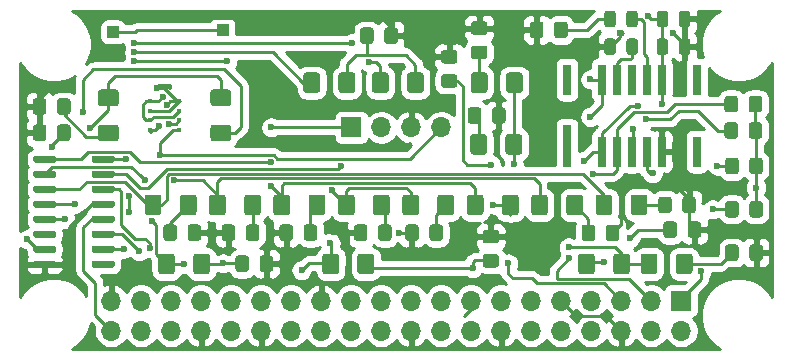
<source format=gbr>
G04 #@! TF.GenerationSoftware,KiCad,Pcbnew,(5.1.10-1-10_14)*
G04 #@! TF.CreationDate,2021-06-08T22:44:31-04:00*
G04 #@! TF.ProjectId,tr109-sensorboard,74723130-392d-4736-956e-736f72626f61,3*
G04 #@! TF.SameCoordinates,Original*
G04 #@! TF.FileFunction,Copper,L1,Top*
G04 #@! TF.FilePolarity,Positive*
%FSLAX46Y46*%
G04 Gerber Fmt 4.6, Leading zero omitted, Abs format (unit mm)*
G04 Created by KiCad (PCBNEW (5.1.10-1-10_14)) date 2021-06-08 22:44:31*
%MOMM*%
%LPD*%
G01*
G04 APERTURE LIST*
G04 #@! TA.AperFunction,ComponentPad*
%ADD10O,1.700000X1.700000*%
G04 #@! TD*
G04 #@! TA.AperFunction,ComponentPad*
%ADD11R,1.700000X1.700000*%
G04 #@! TD*
G04 #@! TA.AperFunction,SMDPad,CuDef*
%ADD12R,1.000000X1.000000*%
G04 #@! TD*
G04 #@! TA.AperFunction,SMDPad,CuDef*
%ADD13R,0.400000X0.400000*%
G04 #@! TD*
G04 #@! TA.AperFunction,SMDPad,CuDef*
%ADD14R,0.800000X2.600000*%
G04 #@! TD*
G04 #@! TA.AperFunction,SMDPad,CuDef*
%ADD15R,0.700000X2.600000*%
G04 #@! TD*
G04 #@! TA.AperFunction,SMDPad,CuDef*
%ADD16R,0.800000X3.600000*%
G04 #@! TD*
G04 #@! TA.AperFunction,ViaPad*
%ADD17C,0.600000*%
G04 #@! TD*
G04 #@! TA.AperFunction,Conductor*
%ADD18C,0.250000*%
G04 #@! TD*
G04 #@! TA.AperFunction,Conductor*
%ADD19C,0.254000*%
G04 #@! TD*
G04 #@! TA.AperFunction,Conductor*
%ADD20C,0.100000*%
G04 #@! TD*
G04 APERTURE END LIST*
D10*
X108924000Y-123130000D03*
X108924000Y-120590000D03*
X111464000Y-123130000D03*
X111464000Y-120590000D03*
X114004000Y-123130000D03*
X114004000Y-120590000D03*
X116544000Y-123130000D03*
X116544000Y-120590000D03*
X119084000Y-123130000D03*
X119084000Y-120590000D03*
X121624000Y-123130000D03*
X121624000Y-120590000D03*
X124164000Y-123130000D03*
X124164000Y-120590000D03*
X126704000Y-123130000D03*
X126704000Y-120590000D03*
X129244000Y-123130000D03*
X129244000Y-120590000D03*
X131784000Y-123130000D03*
X131784000Y-120590000D03*
X134324000Y-123130000D03*
X134324000Y-120590000D03*
X136864000Y-123130000D03*
X136864000Y-120590000D03*
X139404000Y-123130000D03*
X139404000Y-120590000D03*
X141944000Y-123130000D03*
X141944000Y-120590000D03*
X144484000Y-123130000D03*
X144484000Y-120590000D03*
X147024000Y-123130000D03*
X147024000Y-120590000D03*
X149564000Y-123130000D03*
X149564000Y-120590000D03*
X152104000Y-123130000D03*
X152104000Y-120590000D03*
X154644000Y-123130000D03*
X154644000Y-120590000D03*
X157184000Y-123130000D03*
D11*
X157184000Y-120590000D03*
D10*
X136874000Y-105918000D03*
X134334000Y-105918000D03*
X131794000Y-105918000D03*
D11*
X129254000Y-105918000D03*
D12*
X118364000Y-97663000D03*
X109067600Y-97828100D03*
D13*
X112249100Y-103724500D03*
X112249100Y-104524500D03*
X112249100Y-105324500D03*
X112249100Y-106124500D03*
X114649100Y-106124500D03*
X114649100Y-105324500D03*
X114649100Y-104524500D03*
X114649100Y-103724500D03*
G04 #@! TA.AperFunction,SMDPad,CuDef*
G36*
G01*
X103440000Y-103699999D02*
X103440000Y-104600001D01*
G75*
G02*
X103190001Y-104850000I-249999J0D01*
G01*
X102539999Y-104850000D01*
G75*
G02*
X102290000Y-104600001I0J249999D01*
G01*
X102290000Y-103699999D01*
G75*
G02*
X102539999Y-103450000I249999J0D01*
G01*
X103190001Y-103450000D01*
G75*
G02*
X103440000Y-103699999I0J-249999D01*
G01*
G37*
G04 #@! TD.AperFunction*
G04 #@! TA.AperFunction,SMDPad,CuDef*
G36*
G01*
X105490000Y-103699999D02*
X105490000Y-104600001D01*
G75*
G02*
X105240001Y-104850000I-249999J0D01*
G01*
X104589999Y-104850000D01*
G75*
G02*
X104340000Y-104600001I0J249999D01*
G01*
X104340000Y-103699999D01*
G75*
G02*
X104589999Y-103450000I249999J0D01*
G01*
X105240001Y-103450000D01*
G75*
G02*
X105490000Y-103699999I0J-249999D01*
G01*
G37*
G04 #@! TD.AperFunction*
G04 #@! TA.AperFunction,SMDPad,CuDef*
G36*
G01*
X121490000Y-117910001D02*
X121490000Y-117009999D01*
G75*
G02*
X121739999Y-116760000I249999J0D01*
G01*
X122390001Y-116760000D01*
G75*
G02*
X122640000Y-117009999I0J-249999D01*
G01*
X122640000Y-117910001D01*
G75*
G02*
X122390001Y-118160000I-249999J0D01*
G01*
X121739999Y-118160000D01*
G75*
G02*
X121490000Y-117910001I0J249999D01*
G01*
G37*
G04 #@! TD.AperFunction*
G04 #@! TA.AperFunction,SMDPad,CuDef*
G36*
G01*
X119440000Y-117910001D02*
X119440000Y-117009999D01*
G75*
G02*
X119689999Y-116760000I249999J0D01*
G01*
X120340001Y-116760000D01*
G75*
G02*
X120590000Y-117009999I0J-249999D01*
G01*
X120590000Y-117910001D01*
G75*
G02*
X120340001Y-118160000I-249999J0D01*
G01*
X119689999Y-118160000D01*
G75*
G02*
X119440000Y-117910001I0J249999D01*
G01*
G37*
G04 #@! TD.AperFunction*
G04 #@! TA.AperFunction,SMDPad,CuDef*
G36*
G01*
X157739500Y-115029401D02*
X157739500Y-114129399D01*
G75*
G02*
X157989499Y-113879400I249999J0D01*
G01*
X158639501Y-113879400D01*
G75*
G02*
X158889500Y-114129399I0J-249999D01*
G01*
X158889500Y-115029401D01*
G75*
G02*
X158639501Y-115279400I-249999J0D01*
G01*
X157989499Y-115279400D01*
G75*
G02*
X157739500Y-115029401I0J249999D01*
G01*
G37*
G04 #@! TD.AperFunction*
G04 #@! TA.AperFunction,SMDPad,CuDef*
G36*
G01*
X155689500Y-115029401D02*
X155689500Y-114129399D01*
G75*
G02*
X155939499Y-113879400I249999J0D01*
G01*
X156589501Y-113879400D01*
G75*
G02*
X156839500Y-114129399I0J-249999D01*
G01*
X156839500Y-115029401D01*
G75*
G02*
X156589501Y-115279400I-249999J0D01*
G01*
X155939499Y-115279400D01*
G75*
G02*
X155689500Y-115029401I0J249999D01*
G01*
G37*
G04 #@! TD.AperFunction*
G04 #@! TA.AperFunction,SMDPad,CuDef*
G36*
G01*
X140531001Y-98089300D02*
X139630999Y-98089300D01*
G75*
G02*
X139381000Y-97839301I0J249999D01*
G01*
X139381000Y-97189299D01*
G75*
G02*
X139630999Y-96939300I249999J0D01*
G01*
X140531001Y-96939300D01*
G75*
G02*
X140781000Y-97189299I0J-249999D01*
G01*
X140781000Y-97839301D01*
G75*
G02*
X140531001Y-98089300I-249999J0D01*
G01*
G37*
G04 #@! TD.AperFunction*
G04 #@! TA.AperFunction,SMDPad,CuDef*
G36*
G01*
X140531001Y-100139300D02*
X139630999Y-100139300D01*
G75*
G02*
X139381000Y-99889301I0J249999D01*
G01*
X139381000Y-99239299D01*
G75*
G02*
X139630999Y-98989300I249999J0D01*
G01*
X140531001Y-98989300D01*
G75*
G02*
X140781000Y-99239299I0J-249999D01*
G01*
X140781000Y-99889301D01*
G75*
G02*
X140531001Y-100139300I-249999J0D01*
G01*
G37*
G04 #@! TD.AperFunction*
G04 #@! TA.AperFunction,SMDPad,CuDef*
G36*
G01*
X150805300Y-115296101D02*
X150805300Y-114396099D01*
G75*
G02*
X151055299Y-114146100I249999J0D01*
G01*
X151705301Y-114146100D01*
G75*
G02*
X151955300Y-114396099I0J-249999D01*
G01*
X151955300Y-115296101D01*
G75*
G02*
X151705301Y-115546100I-249999J0D01*
G01*
X151055299Y-115546100D01*
G75*
G02*
X150805300Y-115296101I0J249999D01*
G01*
G37*
G04 #@! TD.AperFunction*
G04 #@! TA.AperFunction,SMDPad,CuDef*
G36*
G01*
X148755300Y-115296101D02*
X148755300Y-114396099D01*
G75*
G02*
X149005299Y-114146100I249999J0D01*
G01*
X149655301Y-114146100D01*
G75*
G02*
X149905300Y-114396099I0J-249999D01*
G01*
X149905300Y-115296101D01*
G75*
G02*
X149655301Y-115546100I-249999J0D01*
G01*
X149005299Y-115546100D01*
G75*
G02*
X148755300Y-115296101I0J249999D01*
G01*
G37*
G04 #@! TD.AperFunction*
G04 #@! TA.AperFunction,SMDPad,CuDef*
G36*
G01*
X137991001Y-100515000D02*
X137090999Y-100515000D01*
G75*
G02*
X136841000Y-100265001I0J249999D01*
G01*
X136841000Y-99614999D01*
G75*
G02*
X137090999Y-99365000I249999J0D01*
G01*
X137991001Y-99365000D01*
G75*
G02*
X138241000Y-99614999I0J-249999D01*
G01*
X138241000Y-100265001D01*
G75*
G02*
X137991001Y-100515000I-249999J0D01*
G01*
G37*
G04 #@! TD.AperFunction*
G04 #@! TA.AperFunction,SMDPad,CuDef*
G36*
G01*
X137991001Y-102565000D02*
X137090999Y-102565000D01*
G75*
G02*
X136841000Y-102315001I0J249999D01*
G01*
X136841000Y-101664999D01*
G75*
G02*
X137090999Y-101415000I249999J0D01*
G01*
X137991001Y-101415000D01*
G75*
G02*
X138241000Y-101664999I0J-249999D01*
G01*
X138241000Y-102315001D01*
G75*
G02*
X137991001Y-102565000I-249999J0D01*
G01*
G37*
G04 #@! TD.AperFunction*
G04 #@! TA.AperFunction,SMDPad,CuDef*
G36*
G01*
X134970000Y-114383399D02*
X134970000Y-115283401D01*
G75*
G02*
X134720001Y-115533400I-249999J0D01*
G01*
X134069999Y-115533400D01*
G75*
G02*
X133820000Y-115283401I0J249999D01*
G01*
X133820000Y-114383399D01*
G75*
G02*
X134069999Y-114133400I249999J0D01*
G01*
X134720001Y-114133400D01*
G75*
G02*
X134970000Y-114383399I0J-249999D01*
G01*
G37*
G04 #@! TD.AperFunction*
G04 #@! TA.AperFunction,SMDPad,CuDef*
G36*
G01*
X137020000Y-114383399D02*
X137020000Y-115283401D01*
G75*
G02*
X136770001Y-115533400I-249999J0D01*
G01*
X136119999Y-115533400D01*
G75*
G02*
X135870000Y-115283401I0J249999D01*
G01*
X135870000Y-114383399D01*
G75*
G02*
X136119999Y-114133400I249999J0D01*
G01*
X136770001Y-114133400D01*
G75*
G02*
X137020000Y-114383399I0J-249999D01*
G01*
G37*
G04 #@! TD.AperFunction*
G04 #@! TA.AperFunction,SMDPad,CuDef*
G36*
G01*
X130626700Y-114383399D02*
X130626700Y-115283401D01*
G75*
G02*
X130376701Y-115533400I-249999J0D01*
G01*
X129726699Y-115533400D01*
G75*
G02*
X129476700Y-115283401I0J249999D01*
G01*
X129476700Y-114383399D01*
G75*
G02*
X129726699Y-114133400I249999J0D01*
G01*
X130376701Y-114133400D01*
G75*
G02*
X130626700Y-114383399I0J-249999D01*
G01*
G37*
G04 #@! TD.AperFunction*
G04 #@! TA.AperFunction,SMDPad,CuDef*
G36*
G01*
X132676700Y-114383399D02*
X132676700Y-115283401D01*
G75*
G02*
X132426701Y-115533400I-249999J0D01*
G01*
X131776699Y-115533400D01*
G75*
G02*
X131526700Y-115283401I0J249999D01*
G01*
X131526700Y-114383399D01*
G75*
G02*
X131776699Y-114133400I249999J0D01*
G01*
X132426701Y-114133400D01*
G75*
G02*
X132676700Y-114383399I0J-249999D01*
G01*
G37*
G04 #@! TD.AperFunction*
G04 #@! TA.AperFunction,SMDPad,CuDef*
G36*
G01*
X124327500Y-114383399D02*
X124327500Y-115283401D01*
G75*
G02*
X124077501Y-115533400I-249999J0D01*
G01*
X123427499Y-115533400D01*
G75*
G02*
X123177500Y-115283401I0J249999D01*
G01*
X123177500Y-114383399D01*
G75*
G02*
X123427499Y-114133400I249999J0D01*
G01*
X124077501Y-114133400D01*
G75*
G02*
X124327500Y-114383399I0J-249999D01*
G01*
G37*
G04 #@! TD.AperFunction*
G04 #@! TA.AperFunction,SMDPad,CuDef*
G36*
G01*
X126377500Y-114383399D02*
X126377500Y-115283401D01*
G75*
G02*
X126127501Y-115533400I-249999J0D01*
G01*
X125477499Y-115533400D01*
G75*
G02*
X125227500Y-115283401I0J249999D01*
G01*
X125227500Y-114383399D01*
G75*
G02*
X125477499Y-114133400I249999J0D01*
G01*
X126127501Y-114133400D01*
G75*
G02*
X126377500Y-114383399I0J-249999D01*
G01*
G37*
G04 #@! TD.AperFunction*
G04 #@! TA.AperFunction,SMDPad,CuDef*
G36*
G01*
X119425300Y-114383399D02*
X119425300Y-115283401D01*
G75*
G02*
X119175301Y-115533400I-249999J0D01*
G01*
X118525299Y-115533400D01*
G75*
G02*
X118275300Y-115283401I0J249999D01*
G01*
X118275300Y-114383399D01*
G75*
G02*
X118525299Y-114133400I249999J0D01*
G01*
X119175301Y-114133400D01*
G75*
G02*
X119425300Y-114383399I0J-249999D01*
G01*
G37*
G04 #@! TD.AperFunction*
G04 #@! TA.AperFunction,SMDPad,CuDef*
G36*
G01*
X121475300Y-114383399D02*
X121475300Y-115283401D01*
G75*
G02*
X121225301Y-115533400I-249999J0D01*
G01*
X120575299Y-115533400D01*
G75*
G02*
X120325300Y-115283401I0J249999D01*
G01*
X120325300Y-114383399D01*
G75*
G02*
X120575299Y-114133400I249999J0D01*
G01*
X121225301Y-114133400D01*
G75*
G02*
X121475300Y-114383399I0J-249999D01*
G01*
G37*
G04 #@! TD.AperFunction*
G04 #@! TA.AperFunction,SMDPad,CuDef*
G36*
G01*
X115400000Y-115283401D02*
X115400000Y-114383399D01*
G75*
G02*
X115649999Y-114133400I249999J0D01*
G01*
X116300001Y-114133400D01*
G75*
G02*
X116550000Y-114383399I0J-249999D01*
G01*
X116550000Y-115283401D01*
G75*
G02*
X116300001Y-115533400I-249999J0D01*
G01*
X115649999Y-115533400D01*
G75*
G02*
X115400000Y-115283401I0J249999D01*
G01*
G37*
G04 #@! TD.AperFunction*
G04 #@! TA.AperFunction,SMDPad,CuDef*
G36*
G01*
X113350000Y-115283401D02*
X113350000Y-114383399D01*
G75*
G02*
X113599999Y-114133400I249999J0D01*
G01*
X114250001Y-114133400D01*
G75*
G02*
X114500000Y-114383399I0J-249999D01*
G01*
X114500000Y-115283401D01*
G75*
G02*
X114250001Y-115533400I-249999J0D01*
G01*
X113599999Y-115533400D01*
G75*
G02*
X113350000Y-115283401I0J249999D01*
G01*
G37*
G04 #@! TD.AperFunction*
G04 #@! TA.AperFunction,SMDPad,CuDef*
G36*
G01*
X103440000Y-105919999D02*
X103440000Y-106820001D01*
G75*
G02*
X103190001Y-107070000I-249999J0D01*
G01*
X102539999Y-107070000D01*
G75*
G02*
X102290000Y-106820001I0J249999D01*
G01*
X102290000Y-105919999D01*
G75*
G02*
X102539999Y-105670000I249999J0D01*
G01*
X103190001Y-105670000D01*
G75*
G02*
X103440000Y-105919999I0J-249999D01*
G01*
G37*
G04 #@! TD.AperFunction*
G04 #@! TA.AperFunction,SMDPad,CuDef*
G36*
G01*
X105490000Y-105919999D02*
X105490000Y-106820001D01*
G75*
G02*
X105240001Y-107070000I-249999J0D01*
G01*
X104589999Y-107070000D01*
G75*
G02*
X104340000Y-106820001I0J249999D01*
G01*
X104340000Y-105919999D01*
G75*
G02*
X104589999Y-105670000I249999J0D01*
G01*
X105240001Y-105670000D01*
G75*
G02*
X105490000Y-105919999I0J-249999D01*
G01*
G37*
G04 #@! TD.AperFunction*
G04 #@! TA.AperFunction,SMDPad,CuDef*
G36*
G01*
X162896940Y-104399501D02*
X162896940Y-103499499D01*
G75*
G02*
X163146939Y-103249500I249999J0D01*
G01*
X163796941Y-103249500D01*
G75*
G02*
X164046940Y-103499499I0J-249999D01*
G01*
X164046940Y-104399501D01*
G75*
G02*
X163796941Y-104649500I-249999J0D01*
G01*
X163146939Y-104649500D01*
G75*
G02*
X162896940Y-104399501I0J249999D01*
G01*
G37*
G04 #@! TD.AperFunction*
G04 #@! TA.AperFunction,SMDPad,CuDef*
G36*
G01*
X160846940Y-104399501D02*
X160846940Y-103499499D01*
G75*
G02*
X161096939Y-103249500I249999J0D01*
G01*
X161746941Y-103249500D01*
G75*
G02*
X161996940Y-103499499I0J-249999D01*
G01*
X161996940Y-104399501D01*
G75*
G02*
X161746941Y-104649500I-249999J0D01*
G01*
X161096939Y-104649500D01*
G75*
G02*
X160846940Y-104399501I0J249999D01*
G01*
G37*
G04 #@! TD.AperFunction*
G04 #@! TA.AperFunction,SMDPad,CuDef*
G36*
G01*
X162896940Y-106634701D02*
X162896940Y-105734699D01*
G75*
G02*
X163146939Y-105484700I249999J0D01*
G01*
X163796941Y-105484700D01*
G75*
G02*
X164046940Y-105734699I0J-249999D01*
G01*
X164046940Y-106634701D01*
G75*
G02*
X163796941Y-106884700I-249999J0D01*
G01*
X163146939Y-106884700D01*
G75*
G02*
X162896940Y-106634701I0J249999D01*
G01*
G37*
G04 #@! TD.AperFunction*
G04 #@! TA.AperFunction,SMDPad,CuDef*
G36*
G01*
X160846940Y-106634701D02*
X160846940Y-105734699D01*
G75*
G02*
X161096939Y-105484700I249999J0D01*
G01*
X161746941Y-105484700D01*
G75*
G02*
X161996940Y-105734699I0J-249999D01*
G01*
X161996940Y-106634701D01*
G75*
G02*
X161746941Y-106884700I-249999J0D01*
G01*
X161096939Y-106884700D01*
G75*
G02*
X160846940Y-106634701I0J249999D01*
G01*
G37*
G04 #@! TD.AperFunction*
G04 #@! TA.AperFunction,SMDPad,CuDef*
G36*
G01*
X162959200Y-116972501D02*
X162959200Y-116072499D01*
G75*
G02*
X163209199Y-115822500I249999J0D01*
G01*
X163859201Y-115822500D01*
G75*
G02*
X164109200Y-116072499I0J-249999D01*
G01*
X164109200Y-116972501D01*
G75*
G02*
X163859201Y-117222500I-249999J0D01*
G01*
X163209199Y-117222500D01*
G75*
G02*
X162959200Y-116972501I0J249999D01*
G01*
G37*
G04 #@! TD.AperFunction*
G04 #@! TA.AperFunction,SMDPad,CuDef*
G36*
G01*
X160909200Y-116972501D02*
X160909200Y-116072499D01*
G75*
G02*
X161159199Y-115822500I249999J0D01*
G01*
X161809201Y-115822500D01*
G75*
G02*
X162059200Y-116072499I0J-249999D01*
G01*
X162059200Y-116972501D01*
G75*
G02*
X161809201Y-117222500I-249999J0D01*
G01*
X161159199Y-117222500D01*
G75*
G02*
X160909200Y-116972501I0J249999D01*
G01*
G37*
G04 #@! TD.AperFunction*
G04 #@! TA.AperFunction,SMDPad,CuDef*
G36*
G01*
X141521601Y-115741060D02*
X140621599Y-115741060D01*
G75*
G02*
X140371600Y-115491061I0J249999D01*
G01*
X140371600Y-114841059D01*
G75*
G02*
X140621599Y-114591060I249999J0D01*
G01*
X141521601Y-114591060D01*
G75*
G02*
X141771600Y-114841059I0J-249999D01*
G01*
X141771600Y-115491061D01*
G75*
G02*
X141521601Y-115741060I-249999J0D01*
G01*
G37*
G04 #@! TD.AperFunction*
G04 #@! TA.AperFunction,SMDPad,CuDef*
G36*
G01*
X141521601Y-117791060D02*
X140621599Y-117791060D01*
G75*
G02*
X140371600Y-117541061I0J249999D01*
G01*
X140371600Y-116891059D01*
G75*
G02*
X140621599Y-116641060I249999J0D01*
G01*
X141521601Y-116641060D01*
G75*
G02*
X141771600Y-116891059I0J-249999D01*
G01*
X141771600Y-117541061D01*
G75*
G02*
X141521601Y-117791060I-249999J0D01*
G01*
G37*
G04 #@! TD.AperFunction*
G04 #@! TA.AperFunction,SMDPad,CuDef*
G36*
G01*
X141166000Y-105352001D02*
X141166000Y-104451999D01*
G75*
G02*
X141415999Y-104202000I249999J0D01*
G01*
X142066001Y-104202000D01*
G75*
G02*
X142316000Y-104451999I0J-249999D01*
G01*
X142316000Y-105352001D01*
G75*
G02*
X142066001Y-105602000I-249999J0D01*
G01*
X141415999Y-105602000D01*
G75*
G02*
X141166000Y-105352001I0J249999D01*
G01*
G37*
G04 #@! TD.AperFunction*
G04 #@! TA.AperFunction,SMDPad,CuDef*
G36*
G01*
X139116000Y-105352001D02*
X139116000Y-104451999D01*
G75*
G02*
X139365999Y-104202000I249999J0D01*
G01*
X140016001Y-104202000D01*
G75*
G02*
X140266000Y-104451999I0J-249999D01*
G01*
X140266000Y-105352001D01*
G75*
G02*
X140016001Y-105602000I-249999J0D01*
G01*
X139365999Y-105602000D01*
G75*
G02*
X139116000Y-105352001I0J249999D01*
G01*
G37*
G04 #@! TD.AperFunction*
G04 #@! TA.AperFunction,SMDPad,CuDef*
G36*
G01*
X132047400Y-98595601D02*
X132047400Y-97695599D01*
G75*
G02*
X132297399Y-97445600I249999J0D01*
G01*
X132947401Y-97445600D01*
G75*
G02*
X133197400Y-97695599I0J-249999D01*
G01*
X133197400Y-98595601D01*
G75*
G02*
X132947401Y-98845600I-249999J0D01*
G01*
X132297399Y-98845600D01*
G75*
G02*
X132047400Y-98595601I0J249999D01*
G01*
G37*
G04 #@! TD.AperFunction*
G04 #@! TA.AperFunction,SMDPad,CuDef*
G36*
G01*
X129997400Y-98595601D02*
X129997400Y-97695599D01*
G75*
G02*
X130247399Y-97445600I249999J0D01*
G01*
X130897401Y-97445600D01*
G75*
G02*
X131147400Y-97695599I0J-249999D01*
G01*
X131147400Y-98595601D01*
G75*
G02*
X130897401Y-98845600I-249999J0D01*
G01*
X130247399Y-98845600D01*
G75*
G02*
X129997400Y-98595601I0J249999D01*
G01*
G37*
G04 #@! TD.AperFunction*
G04 #@! TA.AperFunction,SMDPad,CuDef*
G36*
G01*
X157282300Y-112933901D02*
X157282300Y-112033899D01*
G75*
G02*
X157532299Y-111783900I249999J0D01*
G01*
X158182301Y-111783900D01*
G75*
G02*
X158432300Y-112033899I0J-249999D01*
G01*
X158432300Y-112933901D01*
G75*
G02*
X158182301Y-113183900I-249999J0D01*
G01*
X157532299Y-113183900D01*
G75*
G02*
X157282300Y-112933901I0J249999D01*
G01*
G37*
G04 #@! TD.AperFunction*
G04 #@! TA.AperFunction,SMDPad,CuDef*
G36*
G01*
X155232300Y-112933901D02*
X155232300Y-112033899D01*
G75*
G02*
X155482299Y-111783900I249999J0D01*
G01*
X156132301Y-111783900D01*
G75*
G02*
X156382300Y-112033899I0J-249999D01*
G01*
X156382300Y-112933901D01*
G75*
G02*
X156132301Y-113183900I-249999J0D01*
G01*
X155482299Y-113183900D01*
G75*
G02*
X155232300Y-112933901I0J249999D01*
G01*
G37*
G04 #@! TD.AperFunction*
G04 #@! TA.AperFunction,SMDPad,CuDef*
G36*
G01*
X146423800Y-98113001D02*
X146423800Y-97212999D01*
G75*
G02*
X146673799Y-96963000I249999J0D01*
G01*
X147323801Y-96963000D01*
G75*
G02*
X147573800Y-97212999I0J-249999D01*
G01*
X147573800Y-98113001D01*
G75*
G02*
X147323801Y-98363000I-249999J0D01*
G01*
X146673799Y-98363000D01*
G75*
G02*
X146423800Y-98113001I0J249999D01*
G01*
G37*
G04 #@! TD.AperFunction*
G04 #@! TA.AperFunction,SMDPad,CuDef*
G36*
G01*
X144373800Y-98113001D02*
X144373800Y-97212999D01*
G75*
G02*
X144623799Y-96963000I249999J0D01*
G01*
X145273801Y-96963000D01*
G75*
G02*
X145523800Y-97212999I0J-249999D01*
G01*
X145523800Y-98113001D01*
G75*
G02*
X145273801Y-98363000I-249999J0D01*
G01*
X144623799Y-98363000D01*
G75*
G02*
X144373800Y-98113001I0J249999D01*
G01*
G37*
G04 #@! TD.AperFunction*
G04 #@! TA.AperFunction,SMDPad,CuDef*
G36*
G01*
X162959200Y-113302201D02*
X162959200Y-112402199D01*
G75*
G02*
X163209199Y-112152200I249999J0D01*
G01*
X163859201Y-112152200D01*
G75*
G02*
X164109200Y-112402199I0J-249999D01*
G01*
X164109200Y-113302201D01*
G75*
G02*
X163859201Y-113552200I-249999J0D01*
G01*
X163209199Y-113552200D01*
G75*
G02*
X162959200Y-113302201I0J249999D01*
G01*
G37*
G04 #@! TD.AperFunction*
G04 #@! TA.AperFunction,SMDPad,CuDef*
G36*
G01*
X160909200Y-113302201D02*
X160909200Y-112402199D01*
G75*
G02*
X161159199Y-112152200I249999J0D01*
G01*
X161809201Y-112152200D01*
G75*
G02*
X162059200Y-112402199I0J-249999D01*
G01*
X162059200Y-113302201D01*
G75*
G02*
X161809201Y-113552200I-249999J0D01*
G01*
X161159199Y-113552200D01*
G75*
G02*
X160909200Y-113302201I0J249999D01*
G01*
G37*
G04 #@! TD.AperFunction*
G04 #@! TA.AperFunction,SMDPad,CuDef*
G36*
G01*
X162959200Y-109631901D02*
X162959200Y-108731899D01*
G75*
G02*
X163209199Y-108481900I249999J0D01*
G01*
X163859201Y-108481900D01*
G75*
G02*
X164109200Y-108731899I0J-249999D01*
G01*
X164109200Y-109631901D01*
G75*
G02*
X163859201Y-109881900I-249999J0D01*
G01*
X163209199Y-109881900D01*
G75*
G02*
X162959200Y-109631901I0J249999D01*
G01*
G37*
G04 #@! TD.AperFunction*
G04 #@! TA.AperFunction,SMDPad,CuDef*
G36*
G01*
X160909200Y-109631901D02*
X160909200Y-108731899D01*
G75*
G02*
X161159199Y-108481900I249999J0D01*
G01*
X161809201Y-108481900D01*
G75*
G02*
X162059200Y-108731899I0J-249999D01*
G01*
X162059200Y-109631901D01*
G75*
G02*
X161809201Y-109881900I-249999J0D01*
G01*
X161159199Y-109881900D01*
G75*
G02*
X160909200Y-109631901I0J249999D01*
G01*
G37*
G04 #@! TD.AperFunction*
G04 #@! TA.AperFunction,SMDPad,CuDef*
G36*
G01*
X118836600Y-104127000D02*
X117586600Y-104127000D01*
G75*
G02*
X117336600Y-103877000I0J250000D01*
G01*
X117336600Y-102952000D01*
G75*
G02*
X117586600Y-102702000I250000J0D01*
G01*
X118836600Y-102702000D01*
G75*
G02*
X119086600Y-102952000I0J-250000D01*
G01*
X119086600Y-103877000D01*
G75*
G02*
X118836600Y-104127000I-250000J0D01*
G01*
G37*
G04 #@! TD.AperFunction*
G04 #@! TA.AperFunction,SMDPad,CuDef*
G36*
G01*
X118836600Y-107102000D02*
X117586600Y-107102000D01*
G75*
G02*
X117336600Y-106852000I0J250000D01*
G01*
X117336600Y-105927000D01*
G75*
G02*
X117586600Y-105677000I250000J0D01*
G01*
X118836600Y-105677000D01*
G75*
G02*
X119086600Y-105927000I0J-250000D01*
G01*
X119086600Y-106852000D01*
G75*
G02*
X118836600Y-107102000I-250000J0D01*
G01*
G37*
G04 #@! TD.AperFunction*
G04 #@! TA.AperFunction,SMDPad,CuDef*
G36*
G01*
X109311600Y-104127000D02*
X108061600Y-104127000D01*
G75*
G02*
X107811600Y-103877000I0J250000D01*
G01*
X107811600Y-102952000D01*
G75*
G02*
X108061600Y-102702000I250000J0D01*
G01*
X109311600Y-102702000D01*
G75*
G02*
X109561600Y-102952000I0J-250000D01*
G01*
X109561600Y-103877000D01*
G75*
G02*
X109311600Y-104127000I-250000J0D01*
G01*
G37*
G04 #@! TD.AperFunction*
G04 #@! TA.AperFunction,SMDPad,CuDef*
G36*
G01*
X109311600Y-107102000D02*
X108061600Y-107102000D01*
G75*
G02*
X107811600Y-106852000I0J250000D01*
G01*
X107811600Y-105927000D01*
G75*
G02*
X108061600Y-105677000I250000J0D01*
G01*
X109311600Y-105677000D01*
G75*
G02*
X109561600Y-105927000I0J-250000D01*
G01*
X109561600Y-106852000D01*
G75*
G02*
X109311600Y-107102000I-250000J0D01*
G01*
G37*
G04 #@! TD.AperFunction*
G04 #@! TA.AperFunction,SMDPad,CuDef*
G36*
G01*
X107265600Y-108760400D02*
X107265600Y-108460400D01*
G75*
G02*
X107415600Y-108310400I150000J0D01*
G01*
X109065600Y-108310400D01*
G75*
G02*
X109215600Y-108460400I0J-150000D01*
G01*
X109215600Y-108760400D01*
G75*
G02*
X109065600Y-108910400I-150000J0D01*
G01*
X107415600Y-108910400D01*
G75*
G02*
X107265600Y-108760400I0J150000D01*
G01*
G37*
G04 #@! TD.AperFunction*
G04 #@! TA.AperFunction,SMDPad,CuDef*
G36*
G01*
X107265600Y-110030400D02*
X107265600Y-109730400D01*
G75*
G02*
X107415600Y-109580400I150000J0D01*
G01*
X109065600Y-109580400D01*
G75*
G02*
X109215600Y-109730400I0J-150000D01*
G01*
X109215600Y-110030400D01*
G75*
G02*
X109065600Y-110180400I-150000J0D01*
G01*
X107415600Y-110180400D01*
G75*
G02*
X107265600Y-110030400I0J150000D01*
G01*
G37*
G04 #@! TD.AperFunction*
G04 #@! TA.AperFunction,SMDPad,CuDef*
G36*
G01*
X107265600Y-111300400D02*
X107265600Y-111000400D01*
G75*
G02*
X107415600Y-110850400I150000J0D01*
G01*
X109065600Y-110850400D01*
G75*
G02*
X109215600Y-111000400I0J-150000D01*
G01*
X109215600Y-111300400D01*
G75*
G02*
X109065600Y-111450400I-150000J0D01*
G01*
X107415600Y-111450400D01*
G75*
G02*
X107265600Y-111300400I0J150000D01*
G01*
G37*
G04 #@! TD.AperFunction*
G04 #@! TA.AperFunction,SMDPad,CuDef*
G36*
G01*
X107265600Y-112570400D02*
X107265600Y-112270400D01*
G75*
G02*
X107415600Y-112120400I150000J0D01*
G01*
X109065600Y-112120400D01*
G75*
G02*
X109215600Y-112270400I0J-150000D01*
G01*
X109215600Y-112570400D01*
G75*
G02*
X109065600Y-112720400I-150000J0D01*
G01*
X107415600Y-112720400D01*
G75*
G02*
X107265600Y-112570400I0J150000D01*
G01*
G37*
G04 #@! TD.AperFunction*
G04 #@! TA.AperFunction,SMDPad,CuDef*
G36*
G01*
X107265600Y-113840400D02*
X107265600Y-113540400D01*
G75*
G02*
X107415600Y-113390400I150000J0D01*
G01*
X109065600Y-113390400D01*
G75*
G02*
X109215600Y-113540400I0J-150000D01*
G01*
X109215600Y-113840400D01*
G75*
G02*
X109065600Y-113990400I-150000J0D01*
G01*
X107415600Y-113990400D01*
G75*
G02*
X107265600Y-113840400I0J150000D01*
G01*
G37*
G04 #@! TD.AperFunction*
G04 #@! TA.AperFunction,SMDPad,CuDef*
G36*
G01*
X107265600Y-115110400D02*
X107265600Y-114810400D01*
G75*
G02*
X107415600Y-114660400I150000J0D01*
G01*
X109065600Y-114660400D01*
G75*
G02*
X109215600Y-114810400I0J-150000D01*
G01*
X109215600Y-115110400D01*
G75*
G02*
X109065600Y-115260400I-150000J0D01*
G01*
X107415600Y-115260400D01*
G75*
G02*
X107265600Y-115110400I0J150000D01*
G01*
G37*
G04 #@! TD.AperFunction*
G04 #@! TA.AperFunction,SMDPad,CuDef*
G36*
G01*
X107265600Y-116380400D02*
X107265600Y-116080400D01*
G75*
G02*
X107415600Y-115930400I150000J0D01*
G01*
X109065600Y-115930400D01*
G75*
G02*
X109215600Y-116080400I0J-150000D01*
G01*
X109215600Y-116380400D01*
G75*
G02*
X109065600Y-116530400I-150000J0D01*
G01*
X107415600Y-116530400D01*
G75*
G02*
X107265600Y-116380400I0J150000D01*
G01*
G37*
G04 #@! TD.AperFunction*
G04 #@! TA.AperFunction,SMDPad,CuDef*
G36*
G01*
X107265600Y-117650400D02*
X107265600Y-117350400D01*
G75*
G02*
X107415600Y-117200400I150000J0D01*
G01*
X109065600Y-117200400D01*
G75*
G02*
X109215600Y-117350400I0J-150000D01*
G01*
X109215600Y-117650400D01*
G75*
G02*
X109065600Y-117800400I-150000J0D01*
G01*
X107415600Y-117800400D01*
G75*
G02*
X107265600Y-117650400I0J150000D01*
G01*
G37*
G04 #@! TD.AperFunction*
G04 #@! TA.AperFunction,SMDPad,CuDef*
G36*
G01*
X102315600Y-117650400D02*
X102315600Y-117350400D01*
G75*
G02*
X102465600Y-117200400I150000J0D01*
G01*
X104115600Y-117200400D01*
G75*
G02*
X104265600Y-117350400I0J-150000D01*
G01*
X104265600Y-117650400D01*
G75*
G02*
X104115600Y-117800400I-150000J0D01*
G01*
X102465600Y-117800400D01*
G75*
G02*
X102315600Y-117650400I0J150000D01*
G01*
G37*
G04 #@! TD.AperFunction*
G04 #@! TA.AperFunction,SMDPad,CuDef*
G36*
G01*
X102315600Y-116380400D02*
X102315600Y-116080400D01*
G75*
G02*
X102465600Y-115930400I150000J0D01*
G01*
X104115600Y-115930400D01*
G75*
G02*
X104265600Y-116080400I0J-150000D01*
G01*
X104265600Y-116380400D01*
G75*
G02*
X104115600Y-116530400I-150000J0D01*
G01*
X102465600Y-116530400D01*
G75*
G02*
X102315600Y-116380400I0J150000D01*
G01*
G37*
G04 #@! TD.AperFunction*
G04 #@! TA.AperFunction,SMDPad,CuDef*
G36*
G01*
X102315600Y-115110400D02*
X102315600Y-114810400D01*
G75*
G02*
X102465600Y-114660400I150000J0D01*
G01*
X104115600Y-114660400D01*
G75*
G02*
X104265600Y-114810400I0J-150000D01*
G01*
X104265600Y-115110400D01*
G75*
G02*
X104115600Y-115260400I-150000J0D01*
G01*
X102465600Y-115260400D01*
G75*
G02*
X102315600Y-115110400I0J150000D01*
G01*
G37*
G04 #@! TD.AperFunction*
G04 #@! TA.AperFunction,SMDPad,CuDef*
G36*
G01*
X102315600Y-113840400D02*
X102315600Y-113540400D01*
G75*
G02*
X102465600Y-113390400I150000J0D01*
G01*
X104115600Y-113390400D01*
G75*
G02*
X104265600Y-113540400I0J-150000D01*
G01*
X104265600Y-113840400D01*
G75*
G02*
X104115600Y-113990400I-150000J0D01*
G01*
X102465600Y-113990400D01*
G75*
G02*
X102315600Y-113840400I0J150000D01*
G01*
G37*
G04 #@! TD.AperFunction*
G04 #@! TA.AperFunction,SMDPad,CuDef*
G36*
G01*
X102315600Y-112570400D02*
X102315600Y-112270400D01*
G75*
G02*
X102465600Y-112120400I150000J0D01*
G01*
X104115600Y-112120400D01*
G75*
G02*
X104265600Y-112270400I0J-150000D01*
G01*
X104265600Y-112570400D01*
G75*
G02*
X104115600Y-112720400I-150000J0D01*
G01*
X102465600Y-112720400D01*
G75*
G02*
X102315600Y-112570400I0J150000D01*
G01*
G37*
G04 #@! TD.AperFunction*
G04 #@! TA.AperFunction,SMDPad,CuDef*
G36*
G01*
X102315600Y-111300400D02*
X102315600Y-111000400D01*
G75*
G02*
X102465600Y-110850400I150000J0D01*
G01*
X104115600Y-110850400D01*
G75*
G02*
X104265600Y-111000400I0J-150000D01*
G01*
X104265600Y-111300400D01*
G75*
G02*
X104115600Y-111450400I-150000J0D01*
G01*
X102465600Y-111450400D01*
G75*
G02*
X102315600Y-111300400I0J150000D01*
G01*
G37*
G04 #@! TD.AperFunction*
G04 #@! TA.AperFunction,SMDPad,CuDef*
G36*
G01*
X102315600Y-110030400D02*
X102315600Y-109730400D01*
G75*
G02*
X102465600Y-109580400I150000J0D01*
G01*
X104115600Y-109580400D01*
G75*
G02*
X104265600Y-109730400I0J-150000D01*
G01*
X104265600Y-110030400D01*
G75*
G02*
X104115600Y-110180400I-150000J0D01*
G01*
X102465600Y-110180400D01*
G75*
G02*
X102315600Y-110030400I0J150000D01*
G01*
G37*
G04 #@! TD.AperFunction*
G04 #@! TA.AperFunction,SMDPad,CuDef*
G36*
G01*
X102315600Y-108760400D02*
X102315600Y-108460400D01*
G75*
G02*
X102465600Y-108310400I150000J0D01*
G01*
X104115600Y-108310400D01*
G75*
G02*
X104265600Y-108460400I0J-150000D01*
G01*
X104265600Y-108760400D01*
G75*
G02*
X104115600Y-108910400I-150000J0D01*
G01*
X102465600Y-108910400D01*
G75*
G02*
X102315600Y-108760400I0J150000D01*
G01*
G37*
G04 #@! TD.AperFunction*
G04 #@! TA.AperFunction,SMDPad,CuDef*
G36*
G01*
X151645200Y-96282190D02*
X151645200Y-97194690D01*
G75*
G02*
X151401450Y-97438440I-243750J0D01*
G01*
X150913950Y-97438440D01*
G75*
G02*
X150670200Y-97194690I0J243750D01*
G01*
X150670200Y-96282190D01*
G75*
G02*
X150913950Y-96038440I243750J0D01*
G01*
X151401450Y-96038440D01*
G75*
G02*
X151645200Y-96282190I0J-243750D01*
G01*
G37*
G04 #@! TD.AperFunction*
G04 #@! TA.AperFunction,SMDPad,CuDef*
G36*
G01*
X153520200Y-96282190D02*
X153520200Y-97194690D01*
G75*
G02*
X153276450Y-97438440I-243750J0D01*
G01*
X152788950Y-97438440D01*
G75*
G02*
X152545200Y-97194690I0J243750D01*
G01*
X152545200Y-96282190D01*
G75*
G02*
X152788950Y-96038440I243750J0D01*
G01*
X153276450Y-96038440D01*
G75*
G02*
X153520200Y-96282190I0J-243750D01*
G01*
G37*
G04 #@! TD.AperFunction*
G04 #@! TA.AperFunction,SMDPad,CuDef*
G36*
G01*
X155178460Y-116847460D02*
X155178460Y-118097460D01*
G75*
G02*
X154928460Y-118347460I-250000J0D01*
G01*
X154003460Y-118347460D01*
G75*
G02*
X153753460Y-118097460I0J250000D01*
G01*
X153753460Y-116847460D01*
G75*
G02*
X154003460Y-116597460I250000J0D01*
G01*
X154928460Y-116597460D01*
G75*
G02*
X155178460Y-116847460I0J-250000D01*
G01*
G37*
G04 #@! TD.AperFunction*
G04 #@! TA.AperFunction,SMDPad,CuDef*
G36*
G01*
X158153460Y-116847460D02*
X158153460Y-118097460D01*
G75*
G02*
X157903460Y-118347460I-250000J0D01*
G01*
X156978460Y-118347460D01*
G75*
G02*
X156728460Y-118097460I0J250000D01*
G01*
X156728460Y-116847460D01*
G75*
G02*
X156978460Y-116597460I250000J0D01*
G01*
X157903460Y-116597460D01*
G75*
G02*
X158153460Y-116847460I0J-250000D01*
G01*
G37*
G04 #@! TD.AperFunction*
G04 #@! TA.AperFunction,SMDPad,CuDef*
G36*
G01*
X151427480Y-118097460D02*
X151427480Y-116847460D01*
G75*
G02*
X151677480Y-116597460I250000J0D01*
G01*
X152602480Y-116597460D01*
G75*
G02*
X152852480Y-116847460I0J-250000D01*
G01*
X152852480Y-118097460D01*
G75*
G02*
X152602480Y-118347460I-250000J0D01*
G01*
X151677480Y-118347460D01*
G75*
G02*
X151427480Y-118097460I0J250000D01*
G01*
G37*
G04 #@! TD.AperFunction*
G04 #@! TA.AperFunction,SMDPad,CuDef*
G36*
G01*
X148452480Y-118097460D02*
X148452480Y-116847460D01*
G75*
G02*
X148702480Y-116597460I250000J0D01*
G01*
X149627480Y-116597460D01*
G75*
G02*
X149877480Y-116847460I0J-250000D01*
G01*
X149877480Y-118097460D01*
G75*
G02*
X149627480Y-118347460I-250000J0D01*
G01*
X148702480Y-118347460D01*
G75*
G02*
X148452480Y-118097460I0J250000D01*
G01*
G37*
G04 #@! TD.AperFunction*
G04 #@! TA.AperFunction,SMDPad,CuDef*
G36*
G01*
X151358300Y-111858900D02*
X151358300Y-113108900D01*
G75*
G02*
X151108300Y-113358900I-250000J0D01*
G01*
X150183300Y-113358900D01*
G75*
G02*
X149933300Y-113108900I0J250000D01*
G01*
X149933300Y-111858900D01*
G75*
G02*
X150183300Y-111608900I250000J0D01*
G01*
X151108300Y-111608900D01*
G75*
G02*
X151358300Y-111858900I0J-250000D01*
G01*
G37*
G04 #@! TD.AperFunction*
G04 #@! TA.AperFunction,SMDPad,CuDef*
G36*
G01*
X154333300Y-111858900D02*
X154333300Y-113108900D01*
G75*
G02*
X154083300Y-113358900I-250000J0D01*
G01*
X153158300Y-113358900D01*
G75*
G02*
X152908300Y-113108900I0J250000D01*
G01*
X152908300Y-111858900D01*
G75*
G02*
X153158300Y-111608900I250000J0D01*
G01*
X154083300Y-111608900D01*
G75*
G02*
X154333300Y-111858900I0J-250000D01*
G01*
G37*
G04 #@! TD.AperFunction*
G04 #@! TA.AperFunction,SMDPad,CuDef*
G36*
G01*
X145904552Y-111858900D02*
X145904552Y-113108900D01*
G75*
G02*
X145654552Y-113358900I-250000J0D01*
G01*
X144729552Y-113358900D01*
G75*
G02*
X144479552Y-113108900I0J250000D01*
G01*
X144479552Y-111858900D01*
G75*
G02*
X144729552Y-111608900I250000J0D01*
G01*
X145654552Y-111608900D01*
G75*
G02*
X145904552Y-111858900I0J-250000D01*
G01*
G37*
G04 #@! TD.AperFunction*
G04 #@! TA.AperFunction,SMDPad,CuDef*
G36*
G01*
X148879552Y-111858900D02*
X148879552Y-113108900D01*
G75*
G02*
X148629552Y-113358900I-250000J0D01*
G01*
X147704552Y-113358900D01*
G75*
G02*
X147454552Y-113108900I0J250000D01*
G01*
X147454552Y-111858900D01*
G75*
G02*
X147704552Y-111608900I250000J0D01*
G01*
X148629552Y-111608900D01*
G75*
G02*
X148879552Y-111858900I0J-250000D01*
G01*
G37*
G04 #@! TD.AperFunction*
G04 #@! TA.AperFunction,SMDPad,CuDef*
G36*
G01*
X140450810Y-111858900D02*
X140450810Y-113108900D01*
G75*
G02*
X140200810Y-113358900I-250000J0D01*
G01*
X139275810Y-113358900D01*
G75*
G02*
X139025810Y-113108900I0J250000D01*
G01*
X139025810Y-111858900D01*
G75*
G02*
X139275810Y-111608900I250000J0D01*
G01*
X140200810Y-111608900D01*
G75*
G02*
X140450810Y-111858900I0J-250000D01*
G01*
G37*
G04 #@! TD.AperFunction*
G04 #@! TA.AperFunction,SMDPad,CuDef*
G36*
G01*
X143425810Y-111858900D02*
X143425810Y-113108900D01*
G75*
G02*
X143175810Y-113358900I-250000J0D01*
G01*
X142250810Y-113358900D01*
G75*
G02*
X142000810Y-113108900I0J250000D01*
G01*
X142000810Y-111858900D01*
G75*
G02*
X142250810Y-111608900I250000J0D01*
G01*
X143175810Y-111608900D01*
G75*
G02*
X143425810Y-111858900I0J-250000D01*
G01*
G37*
G04 #@! TD.AperFunction*
G04 #@! TA.AperFunction,SMDPad,CuDef*
G36*
G01*
X134997068Y-111858900D02*
X134997068Y-113108900D01*
G75*
G02*
X134747068Y-113358900I-250000J0D01*
G01*
X133822068Y-113358900D01*
G75*
G02*
X133572068Y-113108900I0J250000D01*
G01*
X133572068Y-111858900D01*
G75*
G02*
X133822068Y-111608900I250000J0D01*
G01*
X134747068Y-111608900D01*
G75*
G02*
X134997068Y-111858900I0J-250000D01*
G01*
G37*
G04 #@! TD.AperFunction*
G04 #@! TA.AperFunction,SMDPad,CuDef*
G36*
G01*
X137972068Y-111858900D02*
X137972068Y-113108900D01*
G75*
G02*
X137722068Y-113358900I-250000J0D01*
G01*
X136797068Y-113358900D01*
G75*
G02*
X136547068Y-113108900I0J250000D01*
G01*
X136547068Y-111858900D01*
G75*
G02*
X136797068Y-111608900I250000J0D01*
G01*
X137722068Y-111608900D01*
G75*
G02*
X137972068Y-111858900I0J-250000D01*
G01*
G37*
G04 #@! TD.AperFunction*
G04 #@! TA.AperFunction,SMDPad,CuDef*
G36*
G01*
X129543326Y-111858900D02*
X129543326Y-113108900D01*
G75*
G02*
X129293326Y-113358900I-250000J0D01*
G01*
X128368326Y-113358900D01*
G75*
G02*
X128118326Y-113108900I0J250000D01*
G01*
X128118326Y-111858900D01*
G75*
G02*
X128368326Y-111608900I250000J0D01*
G01*
X129293326Y-111608900D01*
G75*
G02*
X129543326Y-111858900I0J-250000D01*
G01*
G37*
G04 #@! TD.AperFunction*
G04 #@! TA.AperFunction,SMDPad,CuDef*
G36*
G01*
X132518326Y-111858900D02*
X132518326Y-113108900D01*
G75*
G02*
X132268326Y-113358900I-250000J0D01*
G01*
X131343326Y-113358900D01*
G75*
G02*
X131093326Y-113108900I0J250000D01*
G01*
X131093326Y-111858900D01*
G75*
G02*
X131343326Y-111608900I250000J0D01*
G01*
X132268326Y-111608900D01*
G75*
G02*
X132518326Y-111858900I0J-250000D01*
G01*
G37*
G04 #@! TD.AperFunction*
G04 #@! TA.AperFunction,SMDPad,CuDef*
G36*
G01*
X124089584Y-111858900D02*
X124089584Y-113108900D01*
G75*
G02*
X123839584Y-113358900I-250000J0D01*
G01*
X122914584Y-113358900D01*
G75*
G02*
X122664584Y-113108900I0J250000D01*
G01*
X122664584Y-111858900D01*
G75*
G02*
X122914584Y-111608900I250000J0D01*
G01*
X123839584Y-111608900D01*
G75*
G02*
X124089584Y-111858900I0J-250000D01*
G01*
G37*
G04 #@! TD.AperFunction*
G04 #@! TA.AperFunction,SMDPad,CuDef*
G36*
G01*
X127064584Y-111858900D02*
X127064584Y-113108900D01*
G75*
G02*
X126814584Y-113358900I-250000J0D01*
G01*
X125889584Y-113358900D01*
G75*
G02*
X125639584Y-113108900I0J250000D01*
G01*
X125639584Y-111858900D01*
G75*
G02*
X125889584Y-111608900I250000J0D01*
G01*
X126814584Y-111608900D01*
G75*
G02*
X127064584Y-111858900I0J-250000D01*
G01*
G37*
G04 #@! TD.AperFunction*
G04 #@! TA.AperFunction,SMDPad,CuDef*
G36*
G01*
X118635842Y-111858900D02*
X118635842Y-113108900D01*
G75*
G02*
X118385842Y-113358900I-250000J0D01*
G01*
X117460842Y-113358900D01*
G75*
G02*
X117210842Y-113108900I0J250000D01*
G01*
X117210842Y-111858900D01*
G75*
G02*
X117460842Y-111608900I250000J0D01*
G01*
X118385842Y-111608900D01*
G75*
G02*
X118635842Y-111858900I0J-250000D01*
G01*
G37*
G04 #@! TD.AperFunction*
G04 #@! TA.AperFunction,SMDPad,CuDef*
G36*
G01*
X121610842Y-111858900D02*
X121610842Y-113108900D01*
G75*
G02*
X121360842Y-113358900I-250000J0D01*
G01*
X120435842Y-113358900D01*
G75*
G02*
X120185842Y-113108900I0J250000D01*
G01*
X120185842Y-111858900D01*
G75*
G02*
X120435842Y-111608900I250000J0D01*
G01*
X121360842Y-111608900D01*
G75*
G02*
X121610842Y-111858900I0J-250000D01*
G01*
G37*
G04 #@! TD.AperFunction*
G04 #@! TA.AperFunction,SMDPad,CuDef*
G36*
G01*
X113182100Y-111858900D02*
X113182100Y-113108900D01*
G75*
G02*
X112932100Y-113358900I-250000J0D01*
G01*
X112007100Y-113358900D01*
G75*
G02*
X111757100Y-113108900I0J250000D01*
G01*
X111757100Y-111858900D01*
G75*
G02*
X112007100Y-111608900I250000J0D01*
G01*
X112932100Y-111608900D01*
G75*
G02*
X113182100Y-111858900I0J-250000D01*
G01*
G37*
G04 #@! TD.AperFunction*
G04 #@! TA.AperFunction,SMDPad,CuDef*
G36*
G01*
X116157100Y-111858900D02*
X116157100Y-113108900D01*
G75*
G02*
X115907100Y-113358900I-250000J0D01*
G01*
X114982100Y-113358900D01*
G75*
G02*
X114732100Y-113108900I0J250000D01*
G01*
X114732100Y-111858900D01*
G75*
G02*
X114982100Y-111608900I250000J0D01*
G01*
X115907100Y-111608900D01*
G75*
G02*
X116157100Y-111858900I0J-250000D01*
G01*
G37*
G04 #@! TD.AperFunction*
G04 #@! TA.AperFunction,SMDPad,CuDef*
G36*
G01*
X128223980Y-116847460D02*
X128223980Y-118097460D01*
G75*
G02*
X127973980Y-118347460I-250000J0D01*
G01*
X127048980Y-118347460D01*
G75*
G02*
X126798980Y-118097460I0J250000D01*
G01*
X126798980Y-116847460D01*
G75*
G02*
X127048980Y-116597460I250000J0D01*
G01*
X127973980Y-116597460D01*
G75*
G02*
X128223980Y-116847460I0J-250000D01*
G01*
G37*
G04 #@! TD.AperFunction*
G04 #@! TA.AperFunction,SMDPad,CuDef*
G36*
G01*
X131198980Y-116847460D02*
X131198980Y-118097460D01*
G75*
G02*
X130948980Y-118347460I-250000J0D01*
G01*
X130023980Y-118347460D01*
G75*
G02*
X129773980Y-118097460I0J250000D01*
G01*
X129773980Y-116847460D01*
G75*
G02*
X130023980Y-116597460I250000J0D01*
G01*
X130948980Y-116597460D01*
G75*
G02*
X131198980Y-116847460I0J-250000D01*
G01*
G37*
G04 #@! TD.AperFunction*
G04 #@! TA.AperFunction,SMDPad,CuDef*
G36*
G01*
X114317480Y-116847460D02*
X114317480Y-118097460D01*
G75*
G02*
X114067480Y-118347460I-250000J0D01*
G01*
X113142480Y-118347460D01*
G75*
G02*
X112892480Y-118097460I0J250000D01*
G01*
X112892480Y-116847460D01*
G75*
G02*
X113142480Y-116597460I250000J0D01*
G01*
X114067480Y-116597460D01*
G75*
G02*
X114317480Y-116847460I0J-250000D01*
G01*
G37*
G04 #@! TD.AperFunction*
G04 #@! TA.AperFunction,SMDPad,CuDef*
G36*
G01*
X117292480Y-116847460D02*
X117292480Y-118097460D01*
G75*
G02*
X117042480Y-118347460I-250000J0D01*
G01*
X116117480Y-118347460D01*
G75*
G02*
X115867480Y-118097460I0J250000D01*
G01*
X115867480Y-116847460D01*
G75*
G02*
X116117480Y-116597460I250000J0D01*
G01*
X117042480Y-116597460D01*
G75*
G02*
X117292480Y-116847460I0J-250000D01*
G01*
G37*
G04 #@! TD.AperFunction*
G04 #@! TA.AperFunction,SMDPad,CuDef*
G36*
G01*
X142306340Y-107983180D02*
X142306340Y-106733180D01*
G75*
G02*
X142556340Y-106483180I250000J0D01*
G01*
X143481340Y-106483180D01*
G75*
G02*
X143731340Y-106733180I0J-250000D01*
G01*
X143731340Y-107983180D01*
G75*
G02*
X143481340Y-108233180I-250000J0D01*
G01*
X142556340Y-108233180D01*
G75*
G02*
X142306340Y-107983180I0J250000D01*
G01*
G37*
G04 #@! TD.AperFunction*
G04 #@! TA.AperFunction,SMDPad,CuDef*
G36*
G01*
X139331340Y-107983180D02*
X139331340Y-106733180D01*
G75*
G02*
X139581340Y-106483180I250000J0D01*
G01*
X140506340Y-106483180D01*
G75*
G02*
X140756340Y-106733180I0J-250000D01*
G01*
X140756340Y-107983180D01*
G75*
G02*
X140506340Y-108233180I-250000J0D01*
G01*
X139581340Y-108233180D01*
G75*
G02*
X139331340Y-107983180I0J250000D01*
G01*
G37*
G04 #@! TD.AperFunction*
G04 #@! TA.AperFunction,SMDPad,CuDef*
G36*
G01*
X142351120Y-102758400D02*
X142351120Y-101508400D01*
G75*
G02*
X142601120Y-101258400I250000J0D01*
G01*
X143526120Y-101258400D01*
G75*
G02*
X143776120Y-101508400I0J-250000D01*
G01*
X143776120Y-102758400D01*
G75*
G02*
X143526120Y-103008400I-250000J0D01*
G01*
X142601120Y-103008400D01*
G75*
G02*
X142351120Y-102758400I0J250000D01*
G01*
G37*
G04 #@! TD.AperFunction*
G04 #@! TA.AperFunction,SMDPad,CuDef*
G36*
G01*
X139376120Y-102758400D02*
X139376120Y-101508400D01*
G75*
G02*
X139626120Y-101258400I250000J0D01*
G01*
X140551120Y-101258400D01*
G75*
G02*
X140801120Y-101508400I0J-250000D01*
G01*
X140801120Y-102758400D01*
G75*
G02*
X140551120Y-103008400I-250000J0D01*
G01*
X139626120Y-103008400D01*
G75*
G02*
X139376120Y-102758400I0J250000D01*
G01*
G37*
G04 #@! TD.AperFunction*
G04 #@! TA.AperFunction,SMDPad,CuDef*
G36*
G01*
X132422600Y-101508400D02*
X132422600Y-102758400D01*
G75*
G02*
X132172600Y-103008400I-250000J0D01*
G01*
X131247600Y-103008400D01*
G75*
G02*
X130997600Y-102758400I0J250000D01*
G01*
X130997600Y-101508400D01*
G75*
G02*
X131247600Y-101258400I250000J0D01*
G01*
X132172600Y-101258400D01*
G75*
G02*
X132422600Y-101508400I0J-250000D01*
G01*
G37*
G04 #@! TD.AperFunction*
G04 #@! TA.AperFunction,SMDPad,CuDef*
G36*
G01*
X135397600Y-101508400D02*
X135397600Y-102758400D01*
G75*
G02*
X135147600Y-103008400I-250000J0D01*
G01*
X134222600Y-103008400D01*
G75*
G02*
X133972600Y-102758400I0J250000D01*
G01*
X133972600Y-101508400D01*
G75*
G02*
X134222600Y-101258400I250000J0D01*
G01*
X135147600Y-101258400D01*
G75*
G02*
X135397600Y-101508400I0J-250000D01*
G01*
G37*
G04 #@! TD.AperFunction*
G04 #@! TA.AperFunction,SMDPad,CuDef*
G36*
G01*
X126618700Y-101508400D02*
X126618700Y-102758400D01*
G75*
G02*
X126368700Y-103008400I-250000J0D01*
G01*
X125443700Y-103008400D01*
G75*
G02*
X125193700Y-102758400I0J250000D01*
G01*
X125193700Y-101508400D01*
G75*
G02*
X125443700Y-101258400I250000J0D01*
G01*
X126368700Y-101258400D01*
G75*
G02*
X126618700Y-101508400I0J-250000D01*
G01*
G37*
G04 #@! TD.AperFunction*
G04 #@! TA.AperFunction,SMDPad,CuDef*
G36*
G01*
X129593700Y-101508400D02*
X129593700Y-102758400D01*
G75*
G02*
X129343700Y-103008400I-250000J0D01*
G01*
X128418700Y-103008400D01*
G75*
G02*
X128168700Y-102758400I0J250000D01*
G01*
X128168700Y-101508400D01*
G75*
G02*
X128418700Y-101258400I250000J0D01*
G01*
X129343700Y-101258400D01*
G75*
G02*
X129593700Y-101508400I0J-250000D01*
G01*
G37*
G04 #@! TD.AperFunction*
G04 #@! TA.AperFunction,SMDPad,CuDef*
G36*
G01*
X151645200Y-98629150D02*
X151645200Y-99541650D01*
G75*
G02*
X151401450Y-99785400I-243750J0D01*
G01*
X150913950Y-99785400D01*
G75*
G02*
X150670200Y-99541650I0J243750D01*
G01*
X150670200Y-98629150D01*
G75*
G02*
X150913950Y-98385400I243750J0D01*
G01*
X151401450Y-98385400D01*
G75*
G02*
X151645200Y-98629150I0J-243750D01*
G01*
G37*
G04 #@! TD.AperFunction*
G04 #@! TA.AperFunction,SMDPad,CuDef*
G36*
G01*
X153520200Y-98629150D02*
X153520200Y-99541650D01*
G75*
G02*
X153276450Y-99785400I-243750J0D01*
G01*
X152788950Y-99785400D01*
G75*
G02*
X152545200Y-99541650I0J243750D01*
G01*
X152545200Y-98629150D01*
G75*
G02*
X152788950Y-98385400I243750J0D01*
G01*
X153276450Y-98385400D01*
G75*
G02*
X153520200Y-98629150I0J-243750D01*
G01*
G37*
G04 #@! TD.AperFunction*
G04 #@! TA.AperFunction,SMDPad,CuDef*
G36*
G01*
X156090200Y-98629150D02*
X156090200Y-99541650D01*
G75*
G02*
X155846450Y-99785400I-243750J0D01*
G01*
X155358950Y-99785400D01*
G75*
G02*
X155115200Y-99541650I0J243750D01*
G01*
X155115200Y-98629150D01*
G75*
G02*
X155358950Y-98385400I243750J0D01*
G01*
X155846450Y-98385400D01*
G75*
G02*
X156090200Y-98629150I0J-243750D01*
G01*
G37*
G04 #@! TD.AperFunction*
G04 #@! TA.AperFunction,SMDPad,CuDef*
G36*
G01*
X157965200Y-98629150D02*
X157965200Y-99541650D01*
G75*
G02*
X157721450Y-99785400I-243750J0D01*
G01*
X157233950Y-99785400D01*
G75*
G02*
X156990200Y-99541650I0J243750D01*
G01*
X156990200Y-98629150D01*
G75*
G02*
X157233950Y-98385400I243750J0D01*
G01*
X157721450Y-98385400D01*
G75*
G02*
X157965200Y-98629150I0J-243750D01*
G01*
G37*
G04 #@! TD.AperFunction*
G04 #@! TA.AperFunction,SMDPad,CuDef*
G36*
G01*
X156090200Y-96282190D02*
X156090200Y-97194690D01*
G75*
G02*
X155846450Y-97438440I-243750J0D01*
G01*
X155358950Y-97438440D01*
G75*
G02*
X155115200Y-97194690I0J243750D01*
G01*
X155115200Y-96282190D01*
G75*
G02*
X155358950Y-96038440I243750J0D01*
G01*
X155846450Y-96038440D01*
G75*
G02*
X156090200Y-96282190I0J-243750D01*
G01*
G37*
G04 #@! TD.AperFunction*
G04 #@! TA.AperFunction,SMDPad,CuDef*
G36*
G01*
X157965200Y-96282190D02*
X157965200Y-97194690D01*
G75*
G02*
X157721450Y-97438440I-243750J0D01*
G01*
X157233950Y-97438440D01*
G75*
G02*
X156990200Y-97194690I0J243750D01*
G01*
X156990200Y-96282190D01*
G75*
G02*
X157233950Y-96038440I243750J0D01*
G01*
X157721450Y-96038440D01*
G75*
G02*
X157965200Y-96282190I0J-243750D01*
G01*
G37*
G04 #@! TD.AperFunction*
D14*
X147509600Y-101877400D03*
D15*
X150469600Y-101877400D03*
X151739600Y-101877400D03*
X153009600Y-101877400D03*
X154279600Y-101877400D03*
X155549600Y-101877400D03*
D14*
X158509600Y-101877400D03*
X158509600Y-107977400D03*
D15*
X155549600Y-107977400D03*
X154279600Y-107977400D03*
X153009600Y-107977400D03*
X151739600Y-107977400D03*
X150469600Y-107977400D03*
D16*
X147509600Y-107477400D03*
D17*
X160934400Y-114617500D03*
X105333800Y-117525800D03*
X128993902Y-117894100D03*
X127787400Y-114808000D03*
X122402600Y-114808000D03*
X133270000Y-114820000D03*
X117335300Y-114808000D03*
X103759000Y-102616000D03*
X112833600Y-102616000D03*
X160020000Y-102108000D03*
X156972000Y-102108000D03*
X156464000Y-97917000D03*
X152019000Y-97916998D03*
X113000000Y-105800006D03*
X111887000Y-96647000D03*
X113612244Y-104027928D03*
X142544800Y-117424200D03*
X149733000Y-109855000D03*
X113073276Y-108261590D03*
X148939690Y-108750100D03*
X147726400Y-116992400D03*
X153543000Y-104070600D03*
X154178000Y-105225400D03*
X113800000Y-105600000D03*
X122482001Y-105918003D03*
X160235900Y-109156500D03*
X153085800Y-106070400D03*
X122428000Y-110845600D03*
X122428000Y-108839000D03*
X127660400Y-111211090D03*
X128345000Y-109177410D03*
X154406600Y-96494600D03*
X149504400Y-101854000D03*
X155562300Y-103962200D03*
X163512500Y-111010700D03*
X149479000Y-105029000D03*
X158877000Y-118110000D03*
X113310215Y-103338797D03*
X111759998Y-110363000D03*
X114206223Y-110406281D03*
X118389400Y-117430100D03*
X111302800Y-116420900D03*
X112179100Y-116103400D03*
X110185200Y-108585000D03*
X110400000Y-111750000D03*
X110400000Y-113050000D03*
X110000000Y-116200000D03*
X118745000Y-100330000D03*
X110871000Y-100330000D03*
X152844500Y-115303300D03*
X150672800Y-117348000D03*
X105892600Y-112369600D03*
X127495300Y-115697000D03*
X143014700Y-108991400D03*
X115087400Y-117487700D03*
X125044200Y-118008400D03*
X112382300Y-113842800D03*
X147662900Y-116078000D03*
X107109260Y-106004360D03*
X159854900Y-112852200D03*
X154762200Y-109816900D03*
X105029000Y-113677700D03*
X110871006Y-99558403D03*
X130759200Y-100406200D03*
X129286002Y-98805998D03*
X110870994Y-98806000D03*
X101800000Y-115400000D03*
X141280000Y-112470000D03*
X141070000Y-109060000D03*
X139522200Y-117830600D03*
X103888540Y-107551220D03*
X106500563Y-104618423D03*
D18*
X157477700Y-96738440D02*
X157477700Y-99085400D01*
X129006600Y-114884200D02*
X129006600Y-117881402D01*
X129006600Y-117881402D02*
X128993902Y-117894100D01*
X157857300Y-112483900D02*
X157857300Y-111972200D01*
X157857300Y-111972200D02*
X156756100Y-110871000D01*
X152946100Y-110871000D02*
X152133300Y-111683800D01*
X156756100Y-110871000D02*
X152946100Y-110871000D01*
X152133300Y-114093100D02*
X151380300Y-114846100D01*
X152133300Y-111683800D02*
X152133300Y-114093100D01*
X127863600Y-114884200D02*
X127787400Y-114808000D01*
X129006600Y-114884200D02*
X127863600Y-114884200D01*
X123663600Y-114808000D02*
X123752500Y-114896900D01*
X122402600Y-114808000D02*
X123663600Y-114808000D01*
X118824900Y-114808000D02*
X118850300Y-114833400D01*
X130039000Y-114884200D02*
X130051700Y-114896900D01*
X129006600Y-114884200D02*
X130039000Y-114884200D01*
X134325000Y-114820000D02*
X134395000Y-114890000D01*
X133270000Y-114820000D02*
X134325000Y-114820000D01*
X117335300Y-114808000D02*
X118824900Y-114808000D01*
X148284000Y-121850000D02*
X150824000Y-121850000D01*
X150824000Y-121850000D02*
X152104000Y-123130000D01*
X147024000Y-120590000D02*
X148284000Y-121850000D01*
X102865000Y-104150000D02*
X102865000Y-103510000D01*
X102865000Y-103510000D02*
X103759000Y-102616000D01*
X113849100Y-104524500D02*
X114649100Y-103724500D01*
X112249100Y-104524500D02*
X113849100Y-104524500D01*
X157857300Y-114122200D02*
X158314500Y-114579400D01*
X157857300Y-112483900D02*
X157857300Y-114122200D01*
X157477700Y-99085400D02*
X157477700Y-98930700D01*
X157477700Y-98930700D02*
X156464000Y-97917000D01*
X151157700Y-99085400D02*
X152019000Y-98224100D01*
X152019000Y-98224100D02*
X152019000Y-97916998D01*
X112675506Y-106124500D02*
X113000000Y-105800006D01*
X112249100Y-106124500D02*
X112675506Y-106124500D01*
X132622400Y-97445600D02*
X132622400Y-98145600D01*
X131823800Y-96647000D02*
X132622400Y-97445600D01*
X111887000Y-96647000D02*
X131823800Y-96647000D01*
X107279600Y-112420400D02*
X108240600Y-112420400D01*
X105333800Y-114366200D02*
X107279600Y-112420400D01*
X105333800Y-117525800D02*
X105333800Y-114366200D01*
X113404000Y-102616000D02*
X112833600Y-102616000D01*
X114512500Y-103724500D02*
X113404000Y-102616000D01*
X114649100Y-103724500D02*
X114512500Y-103724500D01*
X113915672Y-103724500D02*
X113612244Y-104027928D01*
X114649100Y-103724500D02*
X113915672Y-103724500D01*
X151765000Y-107952000D02*
X151739600Y-107977400D01*
X151765000Y-106057700D02*
X151765000Y-107952000D01*
X144564100Y-118681500D02*
X142938500Y-118681500D01*
X145008600Y-119126000D02*
X144564100Y-118681500D01*
X150640000Y-119126000D02*
X145008600Y-119126000D01*
X142938500Y-118681500D02*
X142544800Y-118287800D01*
X142544800Y-118287800D02*
X142544800Y-117424200D01*
X152104000Y-120590000D02*
X150640000Y-119126000D01*
X156654500Y-103949500D02*
X161421940Y-103949500D01*
X155956000Y-104648000D02*
X156654500Y-103949500D01*
X151765000Y-106057700D02*
X153174700Y-104648000D01*
X153174700Y-104648000D02*
X155956000Y-104648000D01*
X150157264Y-109855000D02*
X149733000Y-109855000D01*
X151739600Y-109527400D02*
X151412000Y-109855000D01*
X151412000Y-109855000D02*
X150157264Y-109855000D01*
X151739600Y-107977400D02*
X151739600Y-109527400D01*
X114649100Y-106124500D02*
X114199100Y-106124500D01*
X114199100Y-106124500D02*
X113073276Y-107250324D01*
X113073276Y-107250324D02*
X113073276Y-108261590D01*
X113073285Y-108261599D02*
X113073276Y-108261590D01*
X122705153Y-108261599D02*
X113073285Y-108261599D01*
X123005401Y-108561847D02*
X122705153Y-108261599D01*
X136874000Y-105918000D02*
X134192000Y-108600000D01*
X123005401Y-108600000D02*
X123005401Y-108561847D01*
X134192000Y-108600000D02*
X123005401Y-108600000D01*
X150469600Y-107977400D02*
X150469600Y-107238800D01*
X150469600Y-107977400D02*
X149712390Y-107977400D01*
X149712390Y-107977400D02*
X148939690Y-108750100D01*
X146663589Y-118723589D02*
X146663589Y-118055211D01*
X152777589Y-118723589D02*
X146663589Y-118723589D01*
X146663589Y-118055211D02*
X147726400Y-116992400D01*
X154644000Y-120590000D02*
X152777589Y-118723589D01*
X152826400Y-104070600D02*
X153543000Y-104070600D01*
X150469600Y-107977400D02*
X150469600Y-106427400D01*
X150469600Y-106427400D02*
X152826400Y-104070600D01*
X154178000Y-105225400D02*
X156267600Y-105225400D01*
X156267600Y-105225400D02*
X156972000Y-104521000D01*
X156972000Y-104521000D02*
X158623000Y-104521000D01*
X160286700Y-106184700D02*
X161421940Y-106184700D01*
X158623000Y-104521000D02*
X160286700Y-106184700D01*
X114649100Y-105324500D02*
X114373600Y-105600000D01*
X114373600Y-105600000D02*
X113800000Y-105600000D01*
X122482004Y-105918000D02*
X122482001Y-105918003D01*
X129254000Y-105918000D02*
X122482004Y-105918000D01*
X151739600Y-101877400D02*
X151739600Y-100482400D01*
X151739600Y-100482400D02*
X152069800Y-100152200D01*
X152069800Y-100152200D02*
X152882600Y-100152200D01*
X153032700Y-100002100D02*
X153032700Y-99085400D01*
X152882600Y-100152200D02*
X153032700Y-100002100D01*
X154279600Y-101877400D02*
X154279600Y-99949000D01*
X154279600Y-99949000D02*
X154051000Y-99720400D01*
X154051000Y-99720400D02*
X154051000Y-97028000D01*
X153761440Y-96738440D02*
X153032700Y-96738440D01*
X154051000Y-97028000D02*
X153761440Y-96738440D01*
X160261300Y-109181900D02*
X160235900Y-109156500D01*
X161484200Y-109181900D02*
X160261300Y-109181900D01*
X153085800Y-107901200D02*
X153009600Y-107977400D01*
X153085800Y-106070400D02*
X153085800Y-107901200D01*
X151157700Y-96738440D02*
X150149560Y-96738440D01*
X149225000Y-97663000D02*
X146998800Y-97663000D01*
X150149560Y-96738440D02*
X149225000Y-97663000D01*
X113925000Y-114003500D02*
X115444600Y-112483900D01*
X113925000Y-114860000D02*
X113925000Y-114003500D01*
X123377084Y-112483900D02*
X123377084Y-110849016D01*
X123592410Y-110633690D02*
X139322990Y-110633690D01*
X123377084Y-110849016D02*
X123592410Y-110633690D01*
X139738310Y-111049010D02*
X139738310Y-112483900D01*
X139322990Y-110633690D02*
X139738310Y-111049010D01*
X123377084Y-112483900D02*
X123377084Y-111794684D01*
X123377084Y-111794684D02*
X122428000Y-110845600D01*
X106389600Y-108610400D02*
X106992401Y-108007599D01*
X103290600Y-108610400D02*
X106389600Y-108610400D01*
X110547599Y-108007599D02*
X111379000Y-108839000D01*
X106992401Y-108007599D02*
X110547599Y-108007599D01*
X111379000Y-108839000D02*
X122428000Y-108839000D01*
X134284568Y-111424568D02*
X134284568Y-112483900D01*
X133896100Y-111036100D02*
X134284568Y-111424568D01*
X129082800Y-111036100D02*
X133896100Y-111036100D01*
X128830826Y-111288074D02*
X129082800Y-111036100D01*
X128830826Y-112483900D02*
X128830826Y-111288074D01*
X127660400Y-111313474D02*
X128830826Y-112483900D01*
X127660400Y-111211090D02*
X127660400Y-111313474D01*
X128095950Y-109426460D02*
X128345000Y-109177410D01*
X110162844Y-109880400D02*
X111349846Y-111067402D01*
X108240600Y-109880400D02*
X110162844Y-109880400D01*
X112037154Y-111067402D02*
X113678096Y-109426460D01*
X113678096Y-109426460D02*
X128095950Y-109426460D01*
X111349846Y-111067402D02*
X112037154Y-111067402D01*
X155602700Y-101824300D02*
X155549600Y-101877400D01*
X155602700Y-99085400D02*
X155602700Y-101824300D01*
X155602700Y-96738440D02*
X155602700Y-99085400D01*
X149527800Y-101877400D02*
X149504400Y-101854000D01*
X150469600Y-101877400D02*
X149527800Y-101877400D01*
X155549600Y-103949500D02*
X155562300Y-103962200D01*
X155549600Y-101877400D02*
X155549600Y-103949500D01*
X163534200Y-110989000D02*
X163512500Y-111010700D01*
X163534200Y-109181900D02*
X163534200Y-110989000D01*
X163534200Y-111032400D02*
X163512500Y-111010700D01*
X163534200Y-112852200D02*
X163534200Y-111032400D01*
X154650440Y-96738440D02*
X154406600Y-96494600D01*
X155602700Y-96738440D02*
X154650440Y-96738440D01*
X111883400Y-103724500D02*
X112249100Y-103724500D01*
X111582200Y-104025700D02*
X111883400Y-103724500D01*
X111582200Y-105054400D02*
X111582200Y-104025700D01*
X111852300Y-105324500D02*
X111582200Y-105054400D01*
X112249100Y-105324500D02*
X111852300Y-105324500D01*
X150469600Y-101877400D02*
X150469600Y-104038400D01*
X150469600Y-104038400D02*
X149479000Y-105029000D01*
X163534200Y-106246960D02*
X163471940Y-106184700D01*
X163534200Y-109181900D02*
X163534200Y-106246960D01*
X163471940Y-106184700D02*
X163471940Y-103949500D01*
X158877000Y-118534264D02*
X158877000Y-118110000D01*
X158877000Y-118745000D02*
X158877000Y-118534264D01*
X157184000Y-120590000D02*
X157184000Y-120438000D01*
X157184000Y-120438000D02*
X158877000Y-118745000D01*
X112249100Y-105324500D02*
X112566011Y-105007589D01*
X112566011Y-105007589D02*
X114166011Y-105007589D01*
X114166011Y-105007589D02*
X114649100Y-104524500D01*
X112249100Y-103724500D02*
X112924512Y-103724500D01*
X112924512Y-103724500D02*
X113310215Y-103338797D01*
X128881200Y-102133400D02*
X128881200Y-100531600D01*
X129613800Y-99799000D02*
X130327400Y-99799000D01*
X128881200Y-100531600D02*
X129613800Y-99799000D01*
X134685100Y-102133400D02*
X134685100Y-100623700D01*
X134685100Y-100623700D02*
X133860400Y-99799000D01*
X130572400Y-99690800D02*
X130680600Y-99799000D01*
X130572400Y-98145600D02*
X130572400Y-99690800D01*
X130680600Y-99799000D02*
X130327400Y-99799000D01*
X133860400Y-99799000D02*
X130680600Y-99799000D01*
X140043840Y-102178180D02*
X140088620Y-102133400D01*
X140088620Y-99571920D02*
X140081000Y-99564300D01*
X140088620Y-102133400D02*
X140088620Y-99571920D01*
X110058200Y-110515400D02*
X112026700Y-112483900D01*
X106845100Y-110515400D02*
X110058200Y-110515400D01*
X112026700Y-112483900D02*
X112469600Y-112483900D01*
X106210100Y-111150400D02*
X106845100Y-110515400D01*
X103290600Y-111150400D02*
X106210100Y-111150400D01*
X113628813Y-112037187D02*
X113628813Y-110046162D01*
X148865770Y-109828870D02*
X150645800Y-111608900D01*
X113846105Y-109828870D02*
X148865770Y-109828870D01*
X113182100Y-112483900D02*
X113628813Y-112037187D01*
X112469600Y-112483900D02*
X113182100Y-112483900D01*
X113628813Y-110046162D02*
X113846105Y-109828870D01*
X150645800Y-111608900D02*
X150645800Y-112483900D01*
X117923342Y-112483900D02*
X117923342Y-110562358D01*
X118254420Y-110231280D02*
X144686380Y-110231280D01*
X117923342Y-110562358D02*
X118254420Y-110231280D01*
X145192052Y-110736952D02*
X145192052Y-112483900D01*
X144686380Y-110231280D02*
X145192052Y-110736952D01*
X103290600Y-109880400D02*
X103921000Y-109250000D01*
X110646998Y-109250000D02*
X111459999Y-110063001D01*
X103921000Y-109250000D02*
X110646998Y-109250000D01*
X111459999Y-110063001D02*
X111759998Y-110363000D01*
X114630487Y-110406281D02*
X114206223Y-110406281D01*
X116720723Y-110406281D02*
X114630487Y-110406281D01*
X117923342Y-111608900D02*
X116720723Y-110406281D01*
X117923342Y-112483900D02*
X117923342Y-111608900D01*
X116579980Y-117472460D02*
X118347040Y-117472460D01*
X119985100Y-117430100D02*
X120015000Y-117460000D01*
X118389400Y-117430100D02*
X119985100Y-117430100D01*
X107265600Y-113690400D02*
X108240600Y-113690400D01*
X106578400Y-118033800D02*
X106578400Y-114377600D01*
X107594400Y-119049800D02*
X106578400Y-118033800D01*
X106578400Y-114377600D02*
X107265600Y-113690400D01*
X107594400Y-121800400D02*
X107594400Y-119049800D01*
X108924000Y-123130000D02*
X107594400Y-121800400D01*
X109215600Y-114960400D02*
X108240600Y-114960400D01*
X109842300Y-114960400D02*
X108240600Y-114960400D01*
X111302800Y-116420900D02*
X109842300Y-114960400D01*
X109766100Y-114166100D02*
X109766100Y-111353600D01*
X111775700Y-115325700D02*
X110925700Y-115325700D01*
X109766100Y-111353600D02*
X109562900Y-111150400D01*
X112179100Y-115729100D02*
X111775700Y-115325700D01*
X110925700Y-115325700D02*
X109766100Y-114166100D01*
X109562900Y-111150400D02*
X108240600Y-111150400D01*
X112179100Y-116103400D02*
X112179100Y-115729100D01*
X110159800Y-108610400D02*
X110185200Y-108585000D01*
X108240600Y-108610400D02*
X110159800Y-108610400D01*
X110400000Y-111750000D02*
X110400000Y-113050000D01*
X108271000Y-116200000D02*
X108240600Y-116230400D01*
X110000000Y-116200000D02*
X108271000Y-116200000D01*
X118745000Y-100330000D02*
X110871000Y-100330000D01*
X110871000Y-100330000D02*
X110744000Y-100330000D01*
X153568400Y-114579400D02*
X152844500Y-115303300D01*
X156264500Y-114579400D02*
X153568400Y-114579400D01*
X149289440Y-117348000D02*
X149164980Y-117472460D01*
X150672800Y-117348000D02*
X149289440Y-117348000D01*
X152139980Y-117472460D02*
X154465960Y-117472460D01*
X105841800Y-112420400D02*
X105892600Y-112369600D01*
X103290600Y-112420400D02*
X105841800Y-112420400D01*
X108624700Y-103352600D02*
X108686600Y-103414500D01*
X117743300Y-102946200D02*
X118211600Y-103414500D01*
X143063620Y-107313400D02*
X143018840Y-107358180D01*
X143063620Y-102133400D02*
X143063620Y-107313400D01*
X127511480Y-115713180D02*
X127495300Y-115697000D01*
X127511480Y-117472460D02*
X127511480Y-115713180D01*
X143014700Y-107362320D02*
X143018840Y-107358180D01*
X143014700Y-108991400D02*
X143014700Y-107362320D01*
X113604980Y-117472460D02*
X114150960Y-117472460D01*
X127483540Y-117500400D02*
X127511480Y-117472460D01*
X115072160Y-117472460D02*
X115087400Y-117487700D01*
X113604980Y-117472460D02*
X115072160Y-117472460D01*
X125044200Y-118008400D02*
X125653800Y-117398800D01*
X127437820Y-117398800D02*
X127511480Y-117472460D01*
X125653800Y-117398800D02*
X127437820Y-117398800D01*
X152139980Y-116597460D02*
X151620520Y-116078000D01*
X151620520Y-116078000D02*
X147662900Y-116078000D01*
X152139980Y-117472460D02*
X152139980Y-116597460D01*
X112760000Y-116627480D02*
X112760000Y-114220500D01*
X112760000Y-114220500D02*
X112382300Y-113842800D01*
X113604980Y-117472460D02*
X112760000Y-116627480D01*
X117888550Y-101600000D02*
X118211600Y-101923050D01*
X109220000Y-101600000D02*
X117888550Y-101600000D01*
X108686600Y-102133400D02*
X109220000Y-101600000D01*
X118211600Y-101923050D02*
X118211600Y-103414500D01*
X108686600Y-103414500D02*
X108686600Y-102133400D01*
X108686600Y-104427020D02*
X107109260Y-106004360D01*
X108686600Y-103414500D02*
X108686600Y-104427020D01*
X154279600Y-108673842D02*
X154279600Y-107977400D01*
X161484200Y-112852200D02*
X161484200Y-113135300D01*
X159854900Y-112852200D02*
X161484200Y-112852200D01*
X154762200Y-109816900D02*
X154533600Y-109816900D01*
X154279600Y-109562900D02*
X154279600Y-107977400D01*
X154533600Y-109816900D02*
X154279600Y-109562900D01*
X108840600Y-106235500D02*
X108686600Y-106389500D01*
X106811786Y-106703682D02*
X108372418Y-106703682D01*
X108372418Y-106703682D02*
X108686600Y-106389500D01*
X104915000Y-104150000D02*
X104915000Y-104806896D01*
X104915000Y-104806896D02*
X106811786Y-106703682D01*
X105016300Y-113690400D02*
X105029000Y-113677700D01*
X103290600Y-113690400D02*
X105016300Y-113690400D01*
X125193700Y-102133400D02*
X122618703Y-99558403D01*
X122618703Y-99558403D02*
X111295270Y-99558403D01*
X125906200Y-102133400D02*
X125193700Y-102133400D01*
X111295270Y-99558403D02*
X110871006Y-99558403D01*
X130759200Y-100406200D02*
X131356100Y-100406200D01*
X131710100Y-100760200D02*
X131710100Y-102133400D01*
X131356100Y-100406200D02*
X131710100Y-100760200D01*
X129286002Y-98805998D02*
X110870996Y-98805998D01*
X110870996Y-98805998D02*
X110870994Y-98806000D01*
X103290600Y-116230400D02*
X102630400Y-116230400D01*
X102630400Y-116230400D02*
X101800000Y-115400000D01*
X109067600Y-97828100D02*
X110959900Y-97828100D01*
X111125000Y-97663000D02*
X118364000Y-97663000D01*
X110959900Y-97828100D02*
X111125000Y-97663000D01*
X120900300Y-112485858D02*
X120898342Y-112483900D01*
X120900300Y-114833400D02*
X120900300Y-112485858D01*
X125802500Y-113033484D02*
X126352084Y-112483900D01*
X125802500Y-114896900D02*
X125802500Y-113033484D01*
X132101700Y-112779774D02*
X131805826Y-112483900D01*
X132101700Y-114896900D02*
X132101700Y-112779774D01*
X136445000Y-113298468D02*
X137259568Y-112483900D01*
X136445000Y-114890000D02*
X136445000Y-113298468D01*
X142713310Y-112483900D02*
X142713310Y-113312810D01*
X141293900Y-112483900D02*
X141280000Y-112470000D01*
X142713310Y-112483900D02*
X141293900Y-112483900D01*
X138241000Y-101990000D02*
X138684000Y-102433000D01*
X137541000Y-101990000D02*
X138241000Y-101990000D01*
X140645736Y-109060000D02*
X141070000Y-109060000D01*
X139032000Y-109060000D02*
X140645736Y-109060000D01*
X138684000Y-108712000D02*
X139032000Y-109060000D01*
X138684000Y-102433000D02*
X138684000Y-108712000D01*
X147916900Y-112483900D02*
X148167052Y-112483900D01*
X148167052Y-112483900D02*
X148167052Y-112810252D01*
X149330300Y-113647148D02*
X148167052Y-112483900D01*
X149330300Y-114846100D02*
X149330300Y-113647148D01*
X153620800Y-112483900D02*
X155807300Y-112483900D01*
X140043840Y-104783060D02*
X140051900Y-104775000D01*
X140043840Y-105254840D02*
X139691000Y-104902000D01*
X140043840Y-107358180D02*
X140043840Y-105254840D01*
X160534240Y-117472460D02*
X161484200Y-116522500D01*
X157440960Y-117472460D02*
X160534240Y-117472460D01*
X157405400Y-117436900D02*
X157440960Y-117472460D01*
X130844620Y-117830600D02*
X130486480Y-117472460D01*
X139522200Y-117830600D02*
X130844620Y-117830600D01*
X139522200Y-117830600D02*
X139522200Y-117322600D01*
X139691000Y-117153800D02*
X141071600Y-117153800D01*
X139522200Y-117322600D02*
X139691000Y-117153800D01*
X104915000Y-106370000D02*
X103888540Y-107396460D01*
X103888540Y-107396460D02*
X103888540Y-107551220D01*
X118211600Y-106389500D02*
X119403800Y-106389500D01*
X119403800Y-106389500D02*
X119888000Y-105905300D01*
X118496080Y-101005640D02*
X107424220Y-101005640D01*
X107424220Y-101005640D02*
X106500563Y-101929297D01*
X119888000Y-102397560D02*
X118496080Y-101005640D01*
X119888000Y-105905300D02*
X119888000Y-102397560D01*
X106500563Y-104194159D02*
X106500563Y-104618423D01*
X106500563Y-101929297D02*
X106500563Y-104194159D01*
X139404000Y-120590000D02*
X139404000Y-121301600D01*
X139404000Y-121301600D02*
X138836400Y-121869200D01*
X144484000Y-120590000D02*
X144277906Y-120590000D01*
D19*
X164869000Y-120264499D02*
X164560575Y-119802907D01*
X164111093Y-119353425D01*
X163582558Y-119000270D01*
X162995281Y-118757012D01*
X162371832Y-118633000D01*
X161736168Y-118633000D01*
X161112719Y-118757012D01*
X160525442Y-119000270D01*
X159996907Y-119353425D01*
X159547425Y-119802907D01*
X159194270Y-120331442D01*
X158951012Y-120918719D01*
X158827000Y-121542168D01*
X158827000Y-122177832D01*
X158951012Y-122801281D01*
X159194270Y-123388558D01*
X159547425Y-123917093D01*
X159996907Y-124366575D01*
X160458499Y-124675000D01*
X105649501Y-124675000D01*
X106111093Y-124366575D01*
X106560575Y-123917093D01*
X106913730Y-123388558D01*
X107156988Y-122801281D01*
X107217295Y-122498096D01*
X107482791Y-122763592D01*
X107439000Y-122983740D01*
X107439000Y-123276260D01*
X107496068Y-123563158D01*
X107608010Y-123833411D01*
X107770525Y-124076632D01*
X107977368Y-124283475D01*
X108220589Y-124445990D01*
X108490842Y-124557932D01*
X108777740Y-124615000D01*
X109070260Y-124615000D01*
X109357158Y-124557932D01*
X109627411Y-124445990D01*
X109870632Y-124283475D01*
X110077475Y-124076632D01*
X110194000Y-123902240D01*
X110310525Y-124076632D01*
X110517368Y-124283475D01*
X110760589Y-124445990D01*
X111030842Y-124557932D01*
X111317740Y-124615000D01*
X111610260Y-124615000D01*
X111897158Y-124557932D01*
X112167411Y-124445990D01*
X112410632Y-124283475D01*
X112617475Y-124076632D01*
X112734000Y-123902240D01*
X112850525Y-124076632D01*
X113057368Y-124283475D01*
X113300589Y-124445990D01*
X113570842Y-124557932D01*
X113857740Y-124615000D01*
X114150260Y-124615000D01*
X114437158Y-124557932D01*
X114707411Y-124445990D01*
X114950632Y-124283475D01*
X115157475Y-124076632D01*
X115279195Y-123894466D01*
X115348822Y-124011355D01*
X115543731Y-124227588D01*
X115777080Y-124401641D01*
X116039901Y-124526825D01*
X116187110Y-124571476D01*
X116417000Y-124450155D01*
X116417000Y-123257000D01*
X116397000Y-123257000D01*
X116397000Y-123003000D01*
X116417000Y-123003000D01*
X116417000Y-122983000D01*
X116671000Y-122983000D01*
X116671000Y-123003000D01*
X116691000Y-123003000D01*
X116691000Y-123257000D01*
X116671000Y-123257000D01*
X116671000Y-124450155D01*
X116900890Y-124571476D01*
X117048099Y-124526825D01*
X117310920Y-124401641D01*
X117544269Y-124227588D01*
X117739178Y-124011355D01*
X117808805Y-123894466D01*
X117930525Y-124076632D01*
X118137368Y-124283475D01*
X118380589Y-124445990D01*
X118650842Y-124557932D01*
X118937740Y-124615000D01*
X119230260Y-124615000D01*
X119517158Y-124557932D01*
X119787411Y-124445990D01*
X120030632Y-124283475D01*
X120237475Y-124076632D01*
X120359195Y-123894466D01*
X120428822Y-124011355D01*
X120623731Y-124227588D01*
X120857080Y-124401641D01*
X121119901Y-124526825D01*
X121267110Y-124571476D01*
X121497000Y-124450155D01*
X121497000Y-123257000D01*
X121477000Y-123257000D01*
X121477000Y-123003000D01*
X121497000Y-123003000D01*
X121497000Y-122983000D01*
X121751000Y-122983000D01*
X121751000Y-123003000D01*
X121771000Y-123003000D01*
X121771000Y-123257000D01*
X121751000Y-123257000D01*
X121751000Y-124450155D01*
X121980890Y-124571476D01*
X122128099Y-124526825D01*
X122390920Y-124401641D01*
X122624269Y-124227588D01*
X122819178Y-124011355D01*
X122888805Y-123894466D01*
X123010525Y-124076632D01*
X123217368Y-124283475D01*
X123460589Y-124445990D01*
X123730842Y-124557932D01*
X124017740Y-124615000D01*
X124310260Y-124615000D01*
X124597158Y-124557932D01*
X124867411Y-124445990D01*
X125110632Y-124283475D01*
X125317475Y-124076632D01*
X125434000Y-123902240D01*
X125550525Y-124076632D01*
X125757368Y-124283475D01*
X126000589Y-124445990D01*
X126270842Y-124557932D01*
X126557740Y-124615000D01*
X126850260Y-124615000D01*
X127137158Y-124557932D01*
X127407411Y-124445990D01*
X127650632Y-124283475D01*
X127857475Y-124076632D01*
X127974000Y-123902240D01*
X128090525Y-124076632D01*
X128297368Y-124283475D01*
X128540589Y-124445990D01*
X128810842Y-124557932D01*
X129097740Y-124615000D01*
X129390260Y-124615000D01*
X129677158Y-124557932D01*
X129947411Y-124445990D01*
X130190632Y-124283475D01*
X130397475Y-124076632D01*
X130514000Y-123902240D01*
X130630525Y-124076632D01*
X130837368Y-124283475D01*
X131080589Y-124445990D01*
X131350842Y-124557932D01*
X131637740Y-124615000D01*
X131930260Y-124615000D01*
X132217158Y-124557932D01*
X132487411Y-124445990D01*
X132730632Y-124283475D01*
X132937475Y-124076632D01*
X133059195Y-123894466D01*
X133128822Y-124011355D01*
X133323731Y-124227588D01*
X133557080Y-124401641D01*
X133819901Y-124526825D01*
X133967110Y-124571476D01*
X134197000Y-124450155D01*
X134197000Y-123257000D01*
X134177000Y-123257000D01*
X134177000Y-123003000D01*
X134197000Y-123003000D01*
X134197000Y-122983000D01*
X134451000Y-122983000D01*
X134451000Y-123003000D01*
X134471000Y-123003000D01*
X134471000Y-123257000D01*
X134451000Y-123257000D01*
X134451000Y-124450155D01*
X134680890Y-124571476D01*
X134828099Y-124526825D01*
X135090920Y-124401641D01*
X135324269Y-124227588D01*
X135519178Y-124011355D01*
X135588805Y-123894466D01*
X135710525Y-124076632D01*
X135917368Y-124283475D01*
X136160589Y-124445990D01*
X136430842Y-124557932D01*
X136717740Y-124615000D01*
X137010260Y-124615000D01*
X137297158Y-124557932D01*
X137567411Y-124445990D01*
X137810632Y-124283475D01*
X138017475Y-124076632D01*
X138134000Y-123902240D01*
X138250525Y-124076632D01*
X138457368Y-124283475D01*
X138700589Y-124445990D01*
X138970842Y-124557932D01*
X139257740Y-124615000D01*
X139550260Y-124615000D01*
X139837158Y-124557932D01*
X140107411Y-124445990D01*
X140350632Y-124283475D01*
X140557475Y-124076632D01*
X140679195Y-123894466D01*
X140748822Y-124011355D01*
X140943731Y-124227588D01*
X141177080Y-124401641D01*
X141439901Y-124526825D01*
X141587110Y-124571476D01*
X141817000Y-124450155D01*
X141817000Y-123257000D01*
X141797000Y-123257000D01*
X141797000Y-123003000D01*
X141817000Y-123003000D01*
X141817000Y-122983000D01*
X142071000Y-122983000D01*
X142071000Y-123003000D01*
X142091000Y-123003000D01*
X142091000Y-123257000D01*
X142071000Y-123257000D01*
X142071000Y-124450155D01*
X142300890Y-124571476D01*
X142448099Y-124526825D01*
X142710920Y-124401641D01*
X142944269Y-124227588D01*
X143139178Y-124011355D01*
X143208805Y-123894466D01*
X143330525Y-124076632D01*
X143537368Y-124283475D01*
X143780589Y-124445990D01*
X144050842Y-124557932D01*
X144337740Y-124615000D01*
X144630260Y-124615000D01*
X144917158Y-124557932D01*
X145187411Y-124445990D01*
X145430632Y-124283475D01*
X145637475Y-124076632D01*
X145754000Y-123902240D01*
X145870525Y-124076632D01*
X146077368Y-124283475D01*
X146320589Y-124445990D01*
X146590842Y-124557932D01*
X146877740Y-124615000D01*
X147170260Y-124615000D01*
X147457158Y-124557932D01*
X147727411Y-124445990D01*
X147970632Y-124283475D01*
X148177475Y-124076632D01*
X148294000Y-123902240D01*
X148410525Y-124076632D01*
X148617368Y-124283475D01*
X148860589Y-124445990D01*
X149130842Y-124557932D01*
X149417740Y-124615000D01*
X149710260Y-124615000D01*
X149997158Y-124557932D01*
X150267411Y-124445990D01*
X150510632Y-124283475D01*
X150717475Y-124076632D01*
X150839195Y-123894466D01*
X150908822Y-124011355D01*
X151103731Y-124227588D01*
X151337080Y-124401641D01*
X151599901Y-124526825D01*
X151747110Y-124571476D01*
X151977000Y-124450155D01*
X151977000Y-123257000D01*
X151957000Y-123257000D01*
X151957000Y-123003000D01*
X151977000Y-123003000D01*
X151977000Y-122983000D01*
X152231000Y-122983000D01*
X152231000Y-123003000D01*
X152251000Y-123003000D01*
X152251000Y-123257000D01*
X152231000Y-123257000D01*
X152231000Y-124450155D01*
X152460890Y-124571476D01*
X152608099Y-124526825D01*
X152870920Y-124401641D01*
X153104269Y-124227588D01*
X153299178Y-124011355D01*
X153368805Y-123894466D01*
X153490525Y-124076632D01*
X153697368Y-124283475D01*
X153940589Y-124445990D01*
X154210842Y-124557932D01*
X154497740Y-124615000D01*
X154790260Y-124615000D01*
X155077158Y-124557932D01*
X155347411Y-124445990D01*
X155590632Y-124283475D01*
X155797475Y-124076632D01*
X155914000Y-123902240D01*
X156030525Y-124076632D01*
X156237368Y-124283475D01*
X156480589Y-124445990D01*
X156750842Y-124557932D01*
X157037740Y-124615000D01*
X157330260Y-124615000D01*
X157617158Y-124557932D01*
X157887411Y-124445990D01*
X158130632Y-124283475D01*
X158337475Y-124076632D01*
X158499990Y-123833411D01*
X158611932Y-123563158D01*
X158669000Y-123276260D01*
X158669000Y-122983740D01*
X158611932Y-122696842D01*
X158499990Y-122426589D01*
X158337475Y-122183368D01*
X158205620Y-122051513D01*
X158278180Y-122029502D01*
X158388494Y-121970537D01*
X158485185Y-121891185D01*
X158564537Y-121794494D01*
X158623502Y-121684180D01*
X158659812Y-121564482D01*
X158672072Y-121440000D01*
X158672072Y-120024730D01*
X159388004Y-119308798D01*
X159417001Y-119285001D01*
X159511974Y-119169276D01*
X159582546Y-119037247D01*
X159626003Y-118893986D01*
X159637000Y-118782333D01*
X159637000Y-118782332D01*
X159640677Y-118745000D01*
X159637000Y-118707667D01*
X159637000Y-118655535D01*
X159705586Y-118552889D01*
X159776068Y-118382729D01*
X159805959Y-118232460D01*
X160496918Y-118232460D01*
X160534240Y-118236136D01*
X160571562Y-118232460D01*
X160571573Y-118232460D01*
X160683226Y-118221463D01*
X160826487Y-118178006D01*
X160958516Y-118107434D01*
X161074241Y-118012461D01*
X161098044Y-117983458D01*
X161220929Y-117860572D01*
X161809201Y-117860572D01*
X161982455Y-117843508D01*
X162149051Y-117792972D01*
X162302587Y-117710905D01*
X162437162Y-117600462D01*
X162442542Y-117593906D01*
X162508015Y-117673685D01*
X162604706Y-117753037D01*
X162715020Y-117812002D01*
X162834718Y-117848312D01*
X162959200Y-117860572D01*
X163248450Y-117857500D01*
X163407200Y-117698750D01*
X163407200Y-116649500D01*
X163661200Y-116649500D01*
X163661200Y-117698750D01*
X163819950Y-117857500D01*
X164109200Y-117860572D01*
X164233682Y-117848312D01*
X164353380Y-117812002D01*
X164463694Y-117753037D01*
X164560385Y-117673685D01*
X164639737Y-117576994D01*
X164698702Y-117466680D01*
X164735012Y-117346982D01*
X164747272Y-117222500D01*
X164744200Y-116808250D01*
X164585450Y-116649500D01*
X163661200Y-116649500D01*
X163407200Y-116649500D01*
X163387200Y-116649500D01*
X163387200Y-116395500D01*
X163407200Y-116395500D01*
X163407200Y-115346250D01*
X163661200Y-115346250D01*
X163661200Y-116395500D01*
X164585450Y-116395500D01*
X164744200Y-116236750D01*
X164747272Y-115822500D01*
X164735012Y-115698018D01*
X164698702Y-115578320D01*
X164639737Y-115468006D01*
X164560385Y-115371315D01*
X164463694Y-115291963D01*
X164353380Y-115232998D01*
X164233682Y-115196688D01*
X164109200Y-115184428D01*
X163819950Y-115187500D01*
X163661200Y-115346250D01*
X163407200Y-115346250D01*
X163248450Y-115187500D01*
X162959200Y-115184428D01*
X162834718Y-115196688D01*
X162715020Y-115232998D01*
X162604706Y-115291963D01*
X162508015Y-115371315D01*
X162442542Y-115451094D01*
X162437162Y-115444538D01*
X162302587Y-115334095D01*
X162149051Y-115252028D01*
X161982455Y-115201492D01*
X161809201Y-115184428D01*
X161159199Y-115184428D01*
X160985945Y-115201492D01*
X160819349Y-115252028D01*
X160665813Y-115334095D01*
X160531238Y-115444538D01*
X160420795Y-115579113D01*
X160338728Y-115732649D01*
X160288192Y-115899245D01*
X160271128Y-116072499D01*
X160271128Y-116660771D01*
X160219439Y-116712460D01*
X158778236Y-116712460D01*
X158774468Y-116674206D01*
X158723932Y-116507610D01*
X158641865Y-116354074D01*
X158531422Y-116219498D01*
X158396846Y-116109055D01*
X158243310Y-116026988D01*
X158076714Y-115976452D01*
X157903460Y-115959388D01*
X156978460Y-115959388D01*
X156805206Y-115976452D01*
X156638610Y-116026988D01*
X156485074Y-116109055D01*
X156350498Y-116219498D01*
X156240055Y-116354074D01*
X156157988Y-116507610D01*
X156107452Y-116674206D01*
X156090388Y-116847460D01*
X156090388Y-118097460D01*
X156107452Y-118270714D01*
X156157988Y-118437310D01*
X156240055Y-118590846D01*
X156350498Y-118725422D01*
X156485074Y-118835865D01*
X156638610Y-118917932D01*
X156805206Y-118968468D01*
X156978460Y-118985532D01*
X157561666Y-118985532D01*
X157445271Y-119101928D01*
X156334000Y-119101928D01*
X156209518Y-119114188D01*
X156089820Y-119150498D01*
X155979506Y-119209463D01*
X155882815Y-119288815D01*
X155803463Y-119385506D01*
X155744498Y-119495820D01*
X155722487Y-119568380D01*
X155590632Y-119436525D01*
X155347411Y-119274010D01*
X155077158Y-119162068D01*
X154790260Y-119105000D01*
X154497740Y-119105000D01*
X154277592Y-119148790D01*
X154114333Y-118985532D01*
X154928460Y-118985532D01*
X155101714Y-118968468D01*
X155268310Y-118917932D01*
X155421846Y-118835865D01*
X155556422Y-118725422D01*
X155666865Y-118590846D01*
X155748932Y-118437310D01*
X155799468Y-118270714D01*
X155816532Y-118097460D01*
X155816532Y-116847460D01*
X155799468Y-116674206D01*
X155748932Y-116507610D01*
X155666865Y-116354074D01*
X155556422Y-116219498D01*
X155421846Y-116109055D01*
X155268310Y-116026988D01*
X155101714Y-115976452D01*
X154928460Y-115959388D01*
X154003460Y-115959388D01*
X153830206Y-115976452D01*
X153663610Y-116026988D01*
X153510074Y-116109055D01*
X153375498Y-116219498D01*
X153302970Y-116307874D01*
X153230442Y-116219498D01*
X153178596Y-116176949D01*
X153287389Y-116131886D01*
X153440528Y-116029562D01*
X153570762Y-115899328D01*
X153673086Y-115746189D01*
X153743568Y-115576029D01*
X153767653Y-115454949D01*
X153883202Y-115339400D01*
X155109973Y-115339400D01*
X155119028Y-115369251D01*
X155201095Y-115522787D01*
X155311538Y-115657362D01*
X155446113Y-115767805D01*
X155599649Y-115849872D01*
X155766245Y-115900408D01*
X155939499Y-115917472D01*
X156589501Y-115917472D01*
X156762755Y-115900408D01*
X156929351Y-115849872D01*
X157082887Y-115767805D01*
X157217462Y-115657362D01*
X157222842Y-115650806D01*
X157288315Y-115730585D01*
X157385006Y-115809937D01*
X157495320Y-115868902D01*
X157615018Y-115905212D01*
X157739500Y-115917472D01*
X158028750Y-115914400D01*
X158187500Y-115755650D01*
X158187500Y-114706400D01*
X158441500Y-114706400D01*
X158441500Y-115755650D01*
X158600250Y-115914400D01*
X158889500Y-115917472D01*
X159013982Y-115905212D01*
X159133680Y-115868902D01*
X159243994Y-115809937D01*
X159340685Y-115730585D01*
X159420037Y-115633894D01*
X159479002Y-115523580D01*
X159515312Y-115403882D01*
X159527572Y-115279400D01*
X159524500Y-114865150D01*
X159365750Y-114706400D01*
X158441500Y-114706400D01*
X158187500Y-114706400D01*
X158167500Y-114706400D01*
X158167500Y-114452400D01*
X158187500Y-114452400D01*
X158187500Y-114432400D01*
X158441500Y-114432400D01*
X158441500Y-114452400D01*
X159365750Y-114452400D01*
X159524500Y-114293650D01*
X159527572Y-113879400D01*
X159515312Y-113754918D01*
X159504438Y-113719070D01*
X159582171Y-113751268D01*
X159762811Y-113787200D01*
X159946989Y-113787200D01*
X160127629Y-113751268D01*
X160297789Y-113680786D01*
X160343210Y-113650437D01*
X160420795Y-113795587D01*
X160531238Y-113930162D01*
X160665813Y-114040605D01*
X160819349Y-114122672D01*
X160985945Y-114173208D01*
X161159199Y-114190272D01*
X161809201Y-114190272D01*
X161982455Y-114173208D01*
X162149051Y-114122672D01*
X162302587Y-114040605D01*
X162437162Y-113930162D01*
X162509200Y-113842384D01*
X162581238Y-113930162D01*
X162715813Y-114040605D01*
X162869349Y-114122672D01*
X163035945Y-114173208D01*
X163209199Y-114190272D01*
X163859201Y-114190272D01*
X164032455Y-114173208D01*
X164199051Y-114122672D01*
X164352587Y-114040605D01*
X164487162Y-113930162D01*
X164597605Y-113795587D01*
X164679672Y-113642051D01*
X164730208Y-113475455D01*
X164747272Y-113302201D01*
X164747272Y-112402199D01*
X164730208Y-112228945D01*
X164679672Y-112062349D01*
X164597605Y-111908813D01*
X164487162Y-111774238D01*
X164352587Y-111663795D01*
X164294200Y-111632586D01*
X164294200Y-111523759D01*
X164341086Y-111453589D01*
X164411568Y-111283429D01*
X164447500Y-111102789D01*
X164447500Y-110918611D01*
X164411568Y-110737971D01*
X164341086Y-110567811D01*
X164294200Y-110497641D01*
X164294200Y-110401514D01*
X164352587Y-110370305D01*
X164487162Y-110259862D01*
X164597605Y-110125287D01*
X164679672Y-109971751D01*
X164730208Y-109805155D01*
X164747272Y-109631901D01*
X164747272Y-108731899D01*
X164730208Y-108558645D01*
X164679672Y-108392049D01*
X164597605Y-108238513D01*
X164487162Y-108103938D01*
X164352587Y-107993495D01*
X164294200Y-107962286D01*
X164294200Y-107369927D01*
X164424902Y-107262662D01*
X164535345Y-107128087D01*
X164617412Y-106974551D01*
X164667948Y-106807955D01*
X164685012Y-106634701D01*
X164685012Y-105734699D01*
X164667948Y-105561445D01*
X164617412Y-105394849D01*
X164535345Y-105241313D01*
X164424902Y-105106738D01*
X164376603Y-105067100D01*
X164424902Y-105027462D01*
X164535345Y-104892887D01*
X164617412Y-104739351D01*
X164667948Y-104572755D01*
X164685012Y-104399501D01*
X164685012Y-103499499D01*
X164667948Y-103326245D01*
X164617412Y-103159649D01*
X164535345Y-103006113D01*
X164424902Y-102871538D01*
X164290327Y-102761095D01*
X164136791Y-102679028D01*
X163970195Y-102628492D01*
X163796941Y-102611428D01*
X163146939Y-102611428D01*
X162973685Y-102628492D01*
X162807089Y-102679028D01*
X162653553Y-102761095D01*
X162518978Y-102871538D01*
X162446940Y-102959316D01*
X162374902Y-102871538D01*
X162240327Y-102761095D01*
X162086791Y-102679028D01*
X161920195Y-102628492D01*
X161746941Y-102611428D01*
X161096939Y-102611428D01*
X160923685Y-102628492D01*
X160757089Y-102679028D01*
X160603553Y-102761095D01*
X160468978Y-102871538D01*
X160358535Y-103006113D01*
X160276468Y-103159649D01*
X160267413Y-103189500D01*
X159546480Y-103189500D01*
X159547672Y-103177400D01*
X159547672Y-100917340D01*
X159996907Y-101366575D01*
X160525442Y-101719730D01*
X161112719Y-101962988D01*
X161736168Y-102087000D01*
X162371832Y-102087000D01*
X162995281Y-101962988D01*
X163582558Y-101719730D01*
X164111093Y-101366575D01*
X164560575Y-100917093D01*
X164869001Y-100455500D01*
X164869000Y-120264499D01*
G04 #@! TA.AperFunction,Conductor*
D20*
G36*
X164869000Y-120264499D02*
G01*
X164560575Y-119802907D01*
X164111093Y-119353425D01*
X163582558Y-119000270D01*
X162995281Y-118757012D01*
X162371832Y-118633000D01*
X161736168Y-118633000D01*
X161112719Y-118757012D01*
X160525442Y-119000270D01*
X159996907Y-119353425D01*
X159547425Y-119802907D01*
X159194270Y-120331442D01*
X158951012Y-120918719D01*
X158827000Y-121542168D01*
X158827000Y-122177832D01*
X158951012Y-122801281D01*
X159194270Y-123388558D01*
X159547425Y-123917093D01*
X159996907Y-124366575D01*
X160458499Y-124675000D01*
X105649501Y-124675000D01*
X106111093Y-124366575D01*
X106560575Y-123917093D01*
X106913730Y-123388558D01*
X107156988Y-122801281D01*
X107217295Y-122498096D01*
X107482791Y-122763592D01*
X107439000Y-122983740D01*
X107439000Y-123276260D01*
X107496068Y-123563158D01*
X107608010Y-123833411D01*
X107770525Y-124076632D01*
X107977368Y-124283475D01*
X108220589Y-124445990D01*
X108490842Y-124557932D01*
X108777740Y-124615000D01*
X109070260Y-124615000D01*
X109357158Y-124557932D01*
X109627411Y-124445990D01*
X109870632Y-124283475D01*
X110077475Y-124076632D01*
X110194000Y-123902240D01*
X110310525Y-124076632D01*
X110517368Y-124283475D01*
X110760589Y-124445990D01*
X111030842Y-124557932D01*
X111317740Y-124615000D01*
X111610260Y-124615000D01*
X111897158Y-124557932D01*
X112167411Y-124445990D01*
X112410632Y-124283475D01*
X112617475Y-124076632D01*
X112734000Y-123902240D01*
X112850525Y-124076632D01*
X113057368Y-124283475D01*
X113300589Y-124445990D01*
X113570842Y-124557932D01*
X113857740Y-124615000D01*
X114150260Y-124615000D01*
X114437158Y-124557932D01*
X114707411Y-124445990D01*
X114950632Y-124283475D01*
X115157475Y-124076632D01*
X115279195Y-123894466D01*
X115348822Y-124011355D01*
X115543731Y-124227588D01*
X115777080Y-124401641D01*
X116039901Y-124526825D01*
X116187110Y-124571476D01*
X116417000Y-124450155D01*
X116417000Y-123257000D01*
X116397000Y-123257000D01*
X116397000Y-123003000D01*
X116417000Y-123003000D01*
X116417000Y-122983000D01*
X116671000Y-122983000D01*
X116671000Y-123003000D01*
X116691000Y-123003000D01*
X116691000Y-123257000D01*
X116671000Y-123257000D01*
X116671000Y-124450155D01*
X116900890Y-124571476D01*
X117048099Y-124526825D01*
X117310920Y-124401641D01*
X117544269Y-124227588D01*
X117739178Y-124011355D01*
X117808805Y-123894466D01*
X117930525Y-124076632D01*
X118137368Y-124283475D01*
X118380589Y-124445990D01*
X118650842Y-124557932D01*
X118937740Y-124615000D01*
X119230260Y-124615000D01*
X119517158Y-124557932D01*
X119787411Y-124445990D01*
X120030632Y-124283475D01*
X120237475Y-124076632D01*
X120359195Y-123894466D01*
X120428822Y-124011355D01*
X120623731Y-124227588D01*
X120857080Y-124401641D01*
X121119901Y-124526825D01*
X121267110Y-124571476D01*
X121497000Y-124450155D01*
X121497000Y-123257000D01*
X121477000Y-123257000D01*
X121477000Y-123003000D01*
X121497000Y-123003000D01*
X121497000Y-122983000D01*
X121751000Y-122983000D01*
X121751000Y-123003000D01*
X121771000Y-123003000D01*
X121771000Y-123257000D01*
X121751000Y-123257000D01*
X121751000Y-124450155D01*
X121980890Y-124571476D01*
X122128099Y-124526825D01*
X122390920Y-124401641D01*
X122624269Y-124227588D01*
X122819178Y-124011355D01*
X122888805Y-123894466D01*
X123010525Y-124076632D01*
X123217368Y-124283475D01*
X123460589Y-124445990D01*
X123730842Y-124557932D01*
X124017740Y-124615000D01*
X124310260Y-124615000D01*
X124597158Y-124557932D01*
X124867411Y-124445990D01*
X125110632Y-124283475D01*
X125317475Y-124076632D01*
X125434000Y-123902240D01*
X125550525Y-124076632D01*
X125757368Y-124283475D01*
X126000589Y-124445990D01*
X126270842Y-124557932D01*
X126557740Y-124615000D01*
X126850260Y-124615000D01*
X127137158Y-124557932D01*
X127407411Y-124445990D01*
X127650632Y-124283475D01*
X127857475Y-124076632D01*
X127974000Y-123902240D01*
X128090525Y-124076632D01*
X128297368Y-124283475D01*
X128540589Y-124445990D01*
X128810842Y-124557932D01*
X129097740Y-124615000D01*
X129390260Y-124615000D01*
X129677158Y-124557932D01*
X129947411Y-124445990D01*
X130190632Y-124283475D01*
X130397475Y-124076632D01*
X130514000Y-123902240D01*
X130630525Y-124076632D01*
X130837368Y-124283475D01*
X131080589Y-124445990D01*
X131350842Y-124557932D01*
X131637740Y-124615000D01*
X131930260Y-124615000D01*
X132217158Y-124557932D01*
X132487411Y-124445990D01*
X132730632Y-124283475D01*
X132937475Y-124076632D01*
X133059195Y-123894466D01*
X133128822Y-124011355D01*
X133323731Y-124227588D01*
X133557080Y-124401641D01*
X133819901Y-124526825D01*
X133967110Y-124571476D01*
X134197000Y-124450155D01*
X134197000Y-123257000D01*
X134177000Y-123257000D01*
X134177000Y-123003000D01*
X134197000Y-123003000D01*
X134197000Y-122983000D01*
X134451000Y-122983000D01*
X134451000Y-123003000D01*
X134471000Y-123003000D01*
X134471000Y-123257000D01*
X134451000Y-123257000D01*
X134451000Y-124450155D01*
X134680890Y-124571476D01*
X134828099Y-124526825D01*
X135090920Y-124401641D01*
X135324269Y-124227588D01*
X135519178Y-124011355D01*
X135588805Y-123894466D01*
X135710525Y-124076632D01*
X135917368Y-124283475D01*
X136160589Y-124445990D01*
X136430842Y-124557932D01*
X136717740Y-124615000D01*
X137010260Y-124615000D01*
X137297158Y-124557932D01*
X137567411Y-124445990D01*
X137810632Y-124283475D01*
X138017475Y-124076632D01*
X138134000Y-123902240D01*
X138250525Y-124076632D01*
X138457368Y-124283475D01*
X138700589Y-124445990D01*
X138970842Y-124557932D01*
X139257740Y-124615000D01*
X139550260Y-124615000D01*
X139837158Y-124557932D01*
X140107411Y-124445990D01*
X140350632Y-124283475D01*
X140557475Y-124076632D01*
X140679195Y-123894466D01*
X140748822Y-124011355D01*
X140943731Y-124227588D01*
X141177080Y-124401641D01*
X141439901Y-124526825D01*
X141587110Y-124571476D01*
X141817000Y-124450155D01*
X141817000Y-123257000D01*
X141797000Y-123257000D01*
X141797000Y-123003000D01*
X141817000Y-123003000D01*
X141817000Y-122983000D01*
X142071000Y-122983000D01*
X142071000Y-123003000D01*
X142091000Y-123003000D01*
X142091000Y-123257000D01*
X142071000Y-123257000D01*
X142071000Y-124450155D01*
X142300890Y-124571476D01*
X142448099Y-124526825D01*
X142710920Y-124401641D01*
X142944269Y-124227588D01*
X143139178Y-124011355D01*
X143208805Y-123894466D01*
X143330525Y-124076632D01*
X143537368Y-124283475D01*
X143780589Y-124445990D01*
X144050842Y-124557932D01*
X144337740Y-124615000D01*
X144630260Y-124615000D01*
X144917158Y-124557932D01*
X145187411Y-124445990D01*
X145430632Y-124283475D01*
X145637475Y-124076632D01*
X145754000Y-123902240D01*
X145870525Y-124076632D01*
X146077368Y-124283475D01*
X146320589Y-124445990D01*
X146590842Y-124557932D01*
X146877740Y-124615000D01*
X147170260Y-124615000D01*
X147457158Y-124557932D01*
X147727411Y-124445990D01*
X147970632Y-124283475D01*
X148177475Y-124076632D01*
X148294000Y-123902240D01*
X148410525Y-124076632D01*
X148617368Y-124283475D01*
X148860589Y-124445990D01*
X149130842Y-124557932D01*
X149417740Y-124615000D01*
X149710260Y-124615000D01*
X149997158Y-124557932D01*
X150267411Y-124445990D01*
X150510632Y-124283475D01*
X150717475Y-124076632D01*
X150839195Y-123894466D01*
X150908822Y-124011355D01*
X151103731Y-124227588D01*
X151337080Y-124401641D01*
X151599901Y-124526825D01*
X151747110Y-124571476D01*
X151977000Y-124450155D01*
X151977000Y-123257000D01*
X151957000Y-123257000D01*
X151957000Y-123003000D01*
X151977000Y-123003000D01*
X151977000Y-122983000D01*
X152231000Y-122983000D01*
X152231000Y-123003000D01*
X152251000Y-123003000D01*
X152251000Y-123257000D01*
X152231000Y-123257000D01*
X152231000Y-124450155D01*
X152460890Y-124571476D01*
X152608099Y-124526825D01*
X152870920Y-124401641D01*
X153104269Y-124227588D01*
X153299178Y-124011355D01*
X153368805Y-123894466D01*
X153490525Y-124076632D01*
X153697368Y-124283475D01*
X153940589Y-124445990D01*
X154210842Y-124557932D01*
X154497740Y-124615000D01*
X154790260Y-124615000D01*
X155077158Y-124557932D01*
X155347411Y-124445990D01*
X155590632Y-124283475D01*
X155797475Y-124076632D01*
X155914000Y-123902240D01*
X156030525Y-124076632D01*
X156237368Y-124283475D01*
X156480589Y-124445990D01*
X156750842Y-124557932D01*
X157037740Y-124615000D01*
X157330260Y-124615000D01*
X157617158Y-124557932D01*
X157887411Y-124445990D01*
X158130632Y-124283475D01*
X158337475Y-124076632D01*
X158499990Y-123833411D01*
X158611932Y-123563158D01*
X158669000Y-123276260D01*
X158669000Y-122983740D01*
X158611932Y-122696842D01*
X158499990Y-122426589D01*
X158337475Y-122183368D01*
X158205620Y-122051513D01*
X158278180Y-122029502D01*
X158388494Y-121970537D01*
X158485185Y-121891185D01*
X158564537Y-121794494D01*
X158623502Y-121684180D01*
X158659812Y-121564482D01*
X158672072Y-121440000D01*
X158672072Y-120024730D01*
X159388004Y-119308798D01*
X159417001Y-119285001D01*
X159511974Y-119169276D01*
X159582546Y-119037247D01*
X159626003Y-118893986D01*
X159637000Y-118782333D01*
X159637000Y-118782332D01*
X159640677Y-118745000D01*
X159637000Y-118707667D01*
X159637000Y-118655535D01*
X159705586Y-118552889D01*
X159776068Y-118382729D01*
X159805959Y-118232460D01*
X160496918Y-118232460D01*
X160534240Y-118236136D01*
X160571562Y-118232460D01*
X160571573Y-118232460D01*
X160683226Y-118221463D01*
X160826487Y-118178006D01*
X160958516Y-118107434D01*
X161074241Y-118012461D01*
X161098044Y-117983458D01*
X161220929Y-117860572D01*
X161809201Y-117860572D01*
X161982455Y-117843508D01*
X162149051Y-117792972D01*
X162302587Y-117710905D01*
X162437162Y-117600462D01*
X162442542Y-117593906D01*
X162508015Y-117673685D01*
X162604706Y-117753037D01*
X162715020Y-117812002D01*
X162834718Y-117848312D01*
X162959200Y-117860572D01*
X163248450Y-117857500D01*
X163407200Y-117698750D01*
X163407200Y-116649500D01*
X163661200Y-116649500D01*
X163661200Y-117698750D01*
X163819950Y-117857500D01*
X164109200Y-117860572D01*
X164233682Y-117848312D01*
X164353380Y-117812002D01*
X164463694Y-117753037D01*
X164560385Y-117673685D01*
X164639737Y-117576994D01*
X164698702Y-117466680D01*
X164735012Y-117346982D01*
X164747272Y-117222500D01*
X164744200Y-116808250D01*
X164585450Y-116649500D01*
X163661200Y-116649500D01*
X163407200Y-116649500D01*
X163387200Y-116649500D01*
X163387200Y-116395500D01*
X163407200Y-116395500D01*
X163407200Y-115346250D01*
X163661200Y-115346250D01*
X163661200Y-116395500D01*
X164585450Y-116395500D01*
X164744200Y-116236750D01*
X164747272Y-115822500D01*
X164735012Y-115698018D01*
X164698702Y-115578320D01*
X164639737Y-115468006D01*
X164560385Y-115371315D01*
X164463694Y-115291963D01*
X164353380Y-115232998D01*
X164233682Y-115196688D01*
X164109200Y-115184428D01*
X163819950Y-115187500D01*
X163661200Y-115346250D01*
X163407200Y-115346250D01*
X163248450Y-115187500D01*
X162959200Y-115184428D01*
X162834718Y-115196688D01*
X162715020Y-115232998D01*
X162604706Y-115291963D01*
X162508015Y-115371315D01*
X162442542Y-115451094D01*
X162437162Y-115444538D01*
X162302587Y-115334095D01*
X162149051Y-115252028D01*
X161982455Y-115201492D01*
X161809201Y-115184428D01*
X161159199Y-115184428D01*
X160985945Y-115201492D01*
X160819349Y-115252028D01*
X160665813Y-115334095D01*
X160531238Y-115444538D01*
X160420795Y-115579113D01*
X160338728Y-115732649D01*
X160288192Y-115899245D01*
X160271128Y-116072499D01*
X160271128Y-116660771D01*
X160219439Y-116712460D01*
X158778236Y-116712460D01*
X158774468Y-116674206D01*
X158723932Y-116507610D01*
X158641865Y-116354074D01*
X158531422Y-116219498D01*
X158396846Y-116109055D01*
X158243310Y-116026988D01*
X158076714Y-115976452D01*
X157903460Y-115959388D01*
X156978460Y-115959388D01*
X156805206Y-115976452D01*
X156638610Y-116026988D01*
X156485074Y-116109055D01*
X156350498Y-116219498D01*
X156240055Y-116354074D01*
X156157988Y-116507610D01*
X156107452Y-116674206D01*
X156090388Y-116847460D01*
X156090388Y-118097460D01*
X156107452Y-118270714D01*
X156157988Y-118437310D01*
X156240055Y-118590846D01*
X156350498Y-118725422D01*
X156485074Y-118835865D01*
X156638610Y-118917932D01*
X156805206Y-118968468D01*
X156978460Y-118985532D01*
X157561666Y-118985532D01*
X157445271Y-119101928D01*
X156334000Y-119101928D01*
X156209518Y-119114188D01*
X156089820Y-119150498D01*
X155979506Y-119209463D01*
X155882815Y-119288815D01*
X155803463Y-119385506D01*
X155744498Y-119495820D01*
X155722487Y-119568380D01*
X155590632Y-119436525D01*
X155347411Y-119274010D01*
X155077158Y-119162068D01*
X154790260Y-119105000D01*
X154497740Y-119105000D01*
X154277592Y-119148790D01*
X154114333Y-118985532D01*
X154928460Y-118985532D01*
X155101714Y-118968468D01*
X155268310Y-118917932D01*
X155421846Y-118835865D01*
X155556422Y-118725422D01*
X155666865Y-118590846D01*
X155748932Y-118437310D01*
X155799468Y-118270714D01*
X155816532Y-118097460D01*
X155816532Y-116847460D01*
X155799468Y-116674206D01*
X155748932Y-116507610D01*
X155666865Y-116354074D01*
X155556422Y-116219498D01*
X155421846Y-116109055D01*
X155268310Y-116026988D01*
X155101714Y-115976452D01*
X154928460Y-115959388D01*
X154003460Y-115959388D01*
X153830206Y-115976452D01*
X153663610Y-116026988D01*
X153510074Y-116109055D01*
X153375498Y-116219498D01*
X153302970Y-116307874D01*
X153230442Y-116219498D01*
X153178596Y-116176949D01*
X153287389Y-116131886D01*
X153440528Y-116029562D01*
X153570762Y-115899328D01*
X153673086Y-115746189D01*
X153743568Y-115576029D01*
X153767653Y-115454949D01*
X153883202Y-115339400D01*
X155109973Y-115339400D01*
X155119028Y-115369251D01*
X155201095Y-115522787D01*
X155311538Y-115657362D01*
X155446113Y-115767805D01*
X155599649Y-115849872D01*
X155766245Y-115900408D01*
X155939499Y-115917472D01*
X156589501Y-115917472D01*
X156762755Y-115900408D01*
X156929351Y-115849872D01*
X157082887Y-115767805D01*
X157217462Y-115657362D01*
X157222842Y-115650806D01*
X157288315Y-115730585D01*
X157385006Y-115809937D01*
X157495320Y-115868902D01*
X157615018Y-115905212D01*
X157739500Y-115917472D01*
X158028750Y-115914400D01*
X158187500Y-115755650D01*
X158187500Y-114706400D01*
X158441500Y-114706400D01*
X158441500Y-115755650D01*
X158600250Y-115914400D01*
X158889500Y-115917472D01*
X159013982Y-115905212D01*
X159133680Y-115868902D01*
X159243994Y-115809937D01*
X159340685Y-115730585D01*
X159420037Y-115633894D01*
X159479002Y-115523580D01*
X159515312Y-115403882D01*
X159527572Y-115279400D01*
X159524500Y-114865150D01*
X159365750Y-114706400D01*
X158441500Y-114706400D01*
X158187500Y-114706400D01*
X158167500Y-114706400D01*
X158167500Y-114452400D01*
X158187500Y-114452400D01*
X158187500Y-114432400D01*
X158441500Y-114432400D01*
X158441500Y-114452400D01*
X159365750Y-114452400D01*
X159524500Y-114293650D01*
X159527572Y-113879400D01*
X159515312Y-113754918D01*
X159504438Y-113719070D01*
X159582171Y-113751268D01*
X159762811Y-113787200D01*
X159946989Y-113787200D01*
X160127629Y-113751268D01*
X160297789Y-113680786D01*
X160343210Y-113650437D01*
X160420795Y-113795587D01*
X160531238Y-113930162D01*
X160665813Y-114040605D01*
X160819349Y-114122672D01*
X160985945Y-114173208D01*
X161159199Y-114190272D01*
X161809201Y-114190272D01*
X161982455Y-114173208D01*
X162149051Y-114122672D01*
X162302587Y-114040605D01*
X162437162Y-113930162D01*
X162509200Y-113842384D01*
X162581238Y-113930162D01*
X162715813Y-114040605D01*
X162869349Y-114122672D01*
X163035945Y-114173208D01*
X163209199Y-114190272D01*
X163859201Y-114190272D01*
X164032455Y-114173208D01*
X164199051Y-114122672D01*
X164352587Y-114040605D01*
X164487162Y-113930162D01*
X164597605Y-113795587D01*
X164679672Y-113642051D01*
X164730208Y-113475455D01*
X164747272Y-113302201D01*
X164747272Y-112402199D01*
X164730208Y-112228945D01*
X164679672Y-112062349D01*
X164597605Y-111908813D01*
X164487162Y-111774238D01*
X164352587Y-111663795D01*
X164294200Y-111632586D01*
X164294200Y-111523759D01*
X164341086Y-111453589D01*
X164411568Y-111283429D01*
X164447500Y-111102789D01*
X164447500Y-110918611D01*
X164411568Y-110737971D01*
X164341086Y-110567811D01*
X164294200Y-110497641D01*
X164294200Y-110401514D01*
X164352587Y-110370305D01*
X164487162Y-110259862D01*
X164597605Y-110125287D01*
X164679672Y-109971751D01*
X164730208Y-109805155D01*
X164747272Y-109631901D01*
X164747272Y-108731899D01*
X164730208Y-108558645D01*
X164679672Y-108392049D01*
X164597605Y-108238513D01*
X164487162Y-108103938D01*
X164352587Y-107993495D01*
X164294200Y-107962286D01*
X164294200Y-107369927D01*
X164424902Y-107262662D01*
X164535345Y-107128087D01*
X164617412Y-106974551D01*
X164667948Y-106807955D01*
X164685012Y-106634701D01*
X164685012Y-105734699D01*
X164667948Y-105561445D01*
X164617412Y-105394849D01*
X164535345Y-105241313D01*
X164424902Y-105106738D01*
X164376603Y-105067100D01*
X164424902Y-105027462D01*
X164535345Y-104892887D01*
X164617412Y-104739351D01*
X164667948Y-104572755D01*
X164685012Y-104399501D01*
X164685012Y-103499499D01*
X164667948Y-103326245D01*
X164617412Y-103159649D01*
X164535345Y-103006113D01*
X164424902Y-102871538D01*
X164290327Y-102761095D01*
X164136791Y-102679028D01*
X163970195Y-102628492D01*
X163796941Y-102611428D01*
X163146939Y-102611428D01*
X162973685Y-102628492D01*
X162807089Y-102679028D01*
X162653553Y-102761095D01*
X162518978Y-102871538D01*
X162446940Y-102959316D01*
X162374902Y-102871538D01*
X162240327Y-102761095D01*
X162086791Y-102679028D01*
X161920195Y-102628492D01*
X161746941Y-102611428D01*
X161096939Y-102611428D01*
X160923685Y-102628492D01*
X160757089Y-102679028D01*
X160603553Y-102761095D01*
X160468978Y-102871538D01*
X160358535Y-103006113D01*
X160276468Y-103159649D01*
X160267413Y-103189500D01*
X159546480Y-103189500D01*
X159547672Y-103177400D01*
X159547672Y-100917340D01*
X159996907Y-101366575D01*
X160525442Y-101719730D01*
X161112719Y-101962988D01*
X161736168Y-102087000D01*
X162371832Y-102087000D01*
X162995281Y-101962988D01*
X163582558Y-101719730D01*
X164111093Y-101366575D01*
X164560575Y-100917093D01*
X164869001Y-100455500D01*
X164869000Y-120264499D01*
G37*
G04 #@! TD.AperFunction*
D19*
X150950525Y-121536632D02*
X151157368Y-121743475D01*
X151333406Y-121861100D01*
X151103731Y-122032412D01*
X150908822Y-122248645D01*
X150839195Y-122365534D01*
X150717475Y-122183368D01*
X150510632Y-121976525D01*
X150336240Y-121860000D01*
X150510632Y-121743475D01*
X150717475Y-121536632D01*
X150834000Y-121362240D01*
X150950525Y-121536632D01*
G04 #@! TA.AperFunction,Conductor*
D20*
G36*
X150950525Y-121536632D02*
G01*
X151157368Y-121743475D01*
X151333406Y-121861100D01*
X151103731Y-122032412D01*
X150908822Y-122248645D01*
X150839195Y-122365534D01*
X150717475Y-122183368D01*
X150510632Y-121976525D01*
X150336240Y-121860000D01*
X150510632Y-121743475D01*
X150717475Y-121536632D01*
X150834000Y-121362240D01*
X150950525Y-121536632D01*
G37*
G04 #@! TD.AperFunction*
D19*
X148410525Y-121536632D02*
X148617368Y-121743475D01*
X148791760Y-121860000D01*
X148617368Y-121976525D01*
X148410525Y-122183368D01*
X148294000Y-122357760D01*
X148177475Y-122183368D01*
X147970632Y-121976525D01*
X147794594Y-121858900D01*
X148024269Y-121687588D01*
X148219178Y-121471355D01*
X148288805Y-121354466D01*
X148410525Y-121536632D01*
G04 #@! TA.AperFunction,Conductor*
D20*
G36*
X148410525Y-121536632D02*
G01*
X148617368Y-121743475D01*
X148791760Y-121860000D01*
X148617368Y-121976525D01*
X148410525Y-122183368D01*
X148294000Y-122357760D01*
X148177475Y-122183368D01*
X147970632Y-121976525D01*
X147794594Y-121858900D01*
X148024269Y-121687588D01*
X148219178Y-121471355D01*
X148288805Y-121354466D01*
X148410525Y-121536632D01*
G37*
G04 #@! TD.AperFunction*
D19*
X127629921Y-113602286D02*
X127740364Y-113736862D01*
X127874940Y-113847305D01*
X128028476Y-113929372D01*
X128195072Y-113979908D01*
X128368326Y-113996972D01*
X128854512Y-113996972D01*
X128850888Y-114008918D01*
X128838628Y-114133400D01*
X128841700Y-114547650D01*
X129000450Y-114706400D01*
X129924700Y-114706400D01*
X129924700Y-114686400D01*
X130178700Y-114686400D01*
X130178700Y-114706400D01*
X130198700Y-114706400D01*
X130198700Y-114960400D01*
X130178700Y-114960400D01*
X130178700Y-114980400D01*
X129924700Y-114980400D01*
X129924700Y-114960400D01*
X129000450Y-114960400D01*
X128841700Y-115119150D01*
X128838628Y-115533400D01*
X128850888Y-115657882D01*
X128887198Y-115777580D01*
X128946163Y-115887894D01*
X129025515Y-115984585D01*
X129122206Y-116063937D01*
X129232520Y-116122902D01*
X129352218Y-116159212D01*
X129456913Y-116169523D01*
X129396018Y-116219498D01*
X129285575Y-116354074D01*
X129203508Y-116507610D01*
X129152972Y-116674206D01*
X129135908Y-116847460D01*
X129135908Y-118097460D01*
X129152972Y-118270714D01*
X129203508Y-118437310D01*
X129285575Y-118590846D01*
X129396018Y-118725422D01*
X129530594Y-118835865D01*
X129684130Y-118917932D01*
X129850726Y-118968468D01*
X130023980Y-118985532D01*
X130948980Y-118985532D01*
X131122234Y-118968468D01*
X131288830Y-118917932D01*
X131442366Y-118835865D01*
X131576942Y-118725422D01*
X131687385Y-118590846D01*
X131687516Y-118590600D01*
X138976665Y-118590600D01*
X139079311Y-118659186D01*
X139249471Y-118729668D01*
X139430111Y-118765600D01*
X139614289Y-118765600D01*
X139794929Y-118729668D01*
X139965089Y-118659186D01*
X140118228Y-118556862D01*
X140248462Y-118426628D01*
X140290237Y-118364107D01*
X140448345Y-118412068D01*
X140621599Y-118429132D01*
X141521601Y-118429132D01*
X141694855Y-118412068D01*
X141790505Y-118383053D01*
X141795797Y-118436785D01*
X141828563Y-118544802D01*
X141839254Y-118580046D01*
X141909826Y-118712076D01*
X141947025Y-118757402D01*
X142004799Y-118827801D01*
X142033803Y-118851604D01*
X142336100Y-119153901D01*
X142090260Y-119105000D01*
X141797740Y-119105000D01*
X141510842Y-119162068D01*
X141240589Y-119274010D01*
X140997368Y-119436525D01*
X140790525Y-119643368D01*
X140674000Y-119817760D01*
X140557475Y-119643368D01*
X140350632Y-119436525D01*
X140107411Y-119274010D01*
X139837158Y-119162068D01*
X139550260Y-119105000D01*
X139257740Y-119105000D01*
X138970842Y-119162068D01*
X138700589Y-119274010D01*
X138457368Y-119436525D01*
X138250525Y-119643368D01*
X138134000Y-119817760D01*
X138017475Y-119643368D01*
X137810632Y-119436525D01*
X137567411Y-119274010D01*
X137297158Y-119162068D01*
X137010260Y-119105000D01*
X136717740Y-119105000D01*
X136430842Y-119162068D01*
X136160589Y-119274010D01*
X135917368Y-119436525D01*
X135710525Y-119643368D01*
X135594000Y-119817760D01*
X135477475Y-119643368D01*
X135270632Y-119436525D01*
X135027411Y-119274010D01*
X134757158Y-119162068D01*
X134470260Y-119105000D01*
X134177740Y-119105000D01*
X133890842Y-119162068D01*
X133620589Y-119274010D01*
X133377368Y-119436525D01*
X133170525Y-119643368D01*
X133054000Y-119817760D01*
X132937475Y-119643368D01*
X132730632Y-119436525D01*
X132487411Y-119274010D01*
X132217158Y-119162068D01*
X131930260Y-119105000D01*
X131637740Y-119105000D01*
X131350842Y-119162068D01*
X131080589Y-119274010D01*
X130837368Y-119436525D01*
X130630525Y-119643368D01*
X130514000Y-119817760D01*
X130397475Y-119643368D01*
X130190632Y-119436525D01*
X129947411Y-119274010D01*
X129677158Y-119162068D01*
X129390260Y-119105000D01*
X129097740Y-119105000D01*
X128810842Y-119162068D01*
X128540589Y-119274010D01*
X128297368Y-119436525D01*
X128090525Y-119643368D01*
X127968805Y-119825534D01*
X127899178Y-119708645D01*
X127704269Y-119492412D01*
X127470920Y-119318359D01*
X127208099Y-119193175D01*
X127060890Y-119148524D01*
X126831000Y-119269845D01*
X126831000Y-120463000D01*
X126851000Y-120463000D01*
X126851000Y-120717000D01*
X126831000Y-120717000D01*
X126831000Y-120737000D01*
X126577000Y-120737000D01*
X126577000Y-120717000D01*
X126557000Y-120717000D01*
X126557000Y-120463000D01*
X126577000Y-120463000D01*
X126577000Y-119269845D01*
X126347110Y-119148524D01*
X126199901Y-119193175D01*
X125937080Y-119318359D01*
X125703731Y-119492412D01*
X125508822Y-119708645D01*
X125439195Y-119825534D01*
X125317475Y-119643368D01*
X125110632Y-119436525D01*
X124867411Y-119274010D01*
X124597158Y-119162068D01*
X124310260Y-119105000D01*
X124017740Y-119105000D01*
X123730842Y-119162068D01*
X123460589Y-119274010D01*
X123217368Y-119436525D01*
X123010525Y-119643368D01*
X122894000Y-119817760D01*
X122777475Y-119643368D01*
X122570632Y-119436525D01*
X122327411Y-119274010D01*
X122057158Y-119162068D01*
X121770260Y-119105000D01*
X121477740Y-119105000D01*
X121190842Y-119162068D01*
X120920589Y-119274010D01*
X120677368Y-119436525D01*
X120470525Y-119643368D01*
X120354000Y-119817760D01*
X120237475Y-119643368D01*
X120030632Y-119436525D01*
X119787411Y-119274010D01*
X119517158Y-119162068D01*
X119230260Y-119105000D01*
X118937740Y-119105000D01*
X118650842Y-119162068D01*
X118380589Y-119274010D01*
X118137368Y-119436525D01*
X117930525Y-119643368D01*
X117814000Y-119817760D01*
X117697475Y-119643368D01*
X117490632Y-119436525D01*
X117247411Y-119274010D01*
X116977158Y-119162068D01*
X116690260Y-119105000D01*
X116397740Y-119105000D01*
X116110842Y-119162068D01*
X115840589Y-119274010D01*
X115597368Y-119436525D01*
X115390525Y-119643368D01*
X115274000Y-119817760D01*
X115157475Y-119643368D01*
X114950632Y-119436525D01*
X114707411Y-119274010D01*
X114437158Y-119162068D01*
X114150260Y-119105000D01*
X113857740Y-119105000D01*
X113570842Y-119162068D01*
X113300589Y-119274010D01*
X113057368Y-119436525D01*
X112850525Y-119643368D01*
X112734000Y-119817760D01*
X112617475Y-119643368D01*
X112410632Y-119436525D01*
X112167411Y-119274010D01*
X111897158Y-119162068D01*
X111610260Y-119105000D01*
X111317740Y-119105000D01*
X111030842Y-119162068D01*
X110760589Y-119274010D01*
X110517368Y-119436525D01*
X110310525Y-119643368D01*
X110188805Y-119825534D01*
X110119178Y-119708645D01*
X109924269Y-119492412D01*
X109690920Y-119318359D01*
X109428099Y-119193175D01*
X109280890Y-119148524D01*
X109051000Y-119269845D01*
X109051000Y-120463000D01*
X109071000Y-120463000D01*
X109071000Y-120717000D01*
X109051000Y-120717000D01*
X109051000Y-120737000D01*
X108797000Y-120737000D01*
X108797000Y-120717000D01*
X108777000Y-120717000D01*
X108777000Y-120463000D01*
X108797000Y-120463000D01*
X108797000Y-119269845D01*
X108567110Y-119148524D01*
X108419901Y-119193175D01*
X108354400Y-119224374D01*
X108354400Y-119087122D01*
X108358076Y-119049800D01*
X108354400Y-119012477D01*
X108354400Y-119012467D01*
X108343403Y-118900814D01*
X108299946Y-118757553D01*
X108285041Y-118729668D01*
X108229374Y-118625523D01*
X108158199Y-118538797D01*
X108134401Y-118509799D01*
X108105403Y-118486001D01*
X108057874Y-118438472D01*
X109065600Y-118438472D01*
X109219345Y-118423329D01*
X109367182Y-118378484D01*
X109503429Y-118305658D01*
X109622851Y-118207651D01*
X109720858Y-118088229D01*
X109793684Y-117951982D01*
X109838529Y-117804145D01*
X109853672Y-117650400D01*
X109853672Y-117350400D01*
X109838529Y-117196655D01*
X109814170Y-117116354D01*
X109907911Y-117135000D01*
X110092089Y-117135000D01*
X110272729Y-117099068D01*
X110442889Y-117028586D01*
X110540672Y-116963250D01*
X110576538Y-117016928D01*
X110706772Y-117147162D01*
X110859911Y-117249486D01*
X111030071Y-117319968D01*
X111210711Y-117355900D01*
X111394889Y-117355900D01*
X111575529Y-117319968D01*
X111745689Y-117249486D01*
X111898828Y-117147162D01*
X112020767Y-117025223D01*
X112087011Y-117038400D01*
X112117887Y-117038400D01*
X112125026Y-117051756D01*
X112145025Y-117076124D01*
X112219999Y-117167481D01*
X112249002Y-117191283D01*
X112254408Y-117196689D01*
X112254408Y-118097460D01*
X112271472Y-118270714D01*
X112322008Y-118437310D01*
X112404075Y-118590846D01*
X112514518Y-118725422D01*
X112649094Y-118835865D01*
X112802630Y-118917932D01*
X112969226Y-118968468D01*
X113142480Y-118985532D01*
X114067480Y-118985532D01*
X114240734Y-118968468D01*
X114407330Y-118917932D01*
X114560866Y-118835865D01*
X114695442Y-118725422D01*
X114805885Y-118590846D01*
X114887952Y-118437310D01*
X114898241Y-118403391D01*
X114995311Y-118422700D01*
X115179489Y-118422700D01*
X115286141Y-118401485D01*
X115297008Y-118437310D01*
X115379075Y-118590846D01*
X115489518Y-118725422D01*
X115624094Y-118835865D01*
X115777630Y-118917932D01*
X115944226Y-118968468D01*
X116117480Y-118985532D01*
X117042480Y-118985532D01*
X117215734Y-118968468D01*
X117382330Y-118917932D01*
X117535866Y-118835865D01*
X117670442Y-118725422D01*
X117780885Y-118590846D01*
X117862952Y-118437310D01*
X117913488Y-118270714D01*
X117916639Y-118238726D01*
X117946511Y-118258686D01*
X118116671Y-118329168D01*
X118297311Y-118365100D01*
X118481489Y-118365100D01*
X118662129Y-118329168D01*
X118832289Y-118258686D01*
X118865481Y-118236508D01*
X118869528Y-118249851D01*
X118951595Y-118403387D01*
X119062038Y-118537962D01*
X119196613Y-118648405D01*
X119350149Y-118730472D01*
X119516745Y-118781008D01*
X119689999Y-118798072D01*
X120340001Y-118798072D01*
X120513255Y-118781008D01*
X120679851Y-118730472D01*
X120833387Y-118648405D01*
X120967962Y-118537962D01*
X120973342Y-118531406D01*
X121038815Y-118611185D01*
X121135506Y-118690537D01*
X121245820Y-118749502D01*
X121365518Y-118785812D01*
X121490000Y-118798072D01*
X121779250Y-118795000D01*
X121938000Y-118636250D01*
X121938000Y-117587000D01*
X122192000Y-117587000D01*
X122192000Y-118636250D01*
X122350750Y-118795000D01*
X122640000Y-118798072D01*
X122764482Y-118785812D01*
X122884180Y-118749502D01*
X122994494Y-118690537D01*
X123091185Y-118611185D01*
X123170537Y-118514494D01*
X123229502Y-118404180D01*
X123265812Y-118284482D01*
X123278072Y-118160000D01*
X123275000Y-117745750D01*
X123116250Y-117587000D01*
X122192000Y-117587000D01*
X121938000Y-117587000D01*
X121918000Y-117587000D01*
X121918000Y-117333000D01*
X121938000Y-117333000D01*
X121938000Y-116283750D01*
X122192000Y-116283750D01*
X122192000Y-117333000D01*
X123116250Y-117333000D01*
X123275000Y-117174250D01*
X123278072Y-116760000D01*
X123265812Y-116635518D01*
X123229502Y-116515820D01*
X123170537Y-116405506D01*
X123091185Y-116308815D01*
X122994494Y-116229463D01*
X122884180Y-116170498D01*
X122764482Y-116134188D01*
X122640000Y-116121928D01*
X122350750Y-116125000D01*
X122192000Y-116283750D01*
X121938000Y-116283750D01*
X121779250Y-116125000D01*
X121505099Y-116122088D01*
X121565151Y-116103872D01*
X121718687Y-116021805D01*
X121853262Y-115911362D01*
X121963705Y-115776787D01*
X122045772Y-115623251D01*
X122073027Y-115533400D01*
X122539428Y-115533400D01*
X122551688Y-115657882D01*
X122587998Y-115777580D01*
X122646963Y-115887894D01*
X122726315Y-115984585D01*
X122823006Y-116063937D01*
X122933320Y-116122902D01*
X123053018Y-116159212D01*
X123177500Y-116171472D01*
X123466750Y-116168400D01*
X123625500Y-116009650D01*
X123625500Y-114960400D01*
X122701250Y-114960400D01*
X122542500Y-115119150D01*
X122539428Y-115533400D01*
X122073027Y-115533400D01*
X122096308Y-115456655D01*
X122113372Y-115283401D01*
X122113372Y-114383399D01*
X122096308Y-114210145D01*
X122045772Y-114043549D01*
X121963705Y-113890013D01*
X121898702Y-113810807D01*
X121988804Y-113736862D01*
X122099247Y-113602286D01*
X122137713Y-113530321D01*
X122176179Y-113602286D01*
X122286622Y-113736862D01*
X122421198Y-113847305D01*
X122574734Y-113929372D01*
X122575727Y-113929673D01*
X122551688Y-114008918D01*
X122539428Y-114133400D01*
X122542500Y-114547650D01*
X122701250Y-114706400D01*
X123625500Y-114706400D01*
X123625500Y-114686400D01*
X123879500Y-114686400D01*
X123879500Y-114706400D01*
X123899500Y-114706400D01*
X123899500Y-114960400D01*
X123879500Y-114960400D01*
X123879500Y-116009650D01*
X124038250Y-116168400D01*
X124327500Y-116171472D01*
X124451982Y-116159212D01*
X124571680Y-116122902D01*
X124681994Y-116063937D01*
X124778685Y-115984585D01*
X124844158Y-115904806D01*
X124849538Y-115911362D01*
X124984113Y-116021805D01*
X125137649Y-116103872D01*
X125304245Y-116154408D01*
X125477499Y-116171472D01*
X126127501Y-116171472D01*
X126300755Y-116154408D01*
X126467351Y-116103872D01*
X126618362Y-116023155D01*
X126636115Y-116066016D01*
X126555594Y-116109055D01*
X126421018Y-116219498D01*
X126310575Y-116354074D01*
X126228508Y-116507610D01*
X126188712Y-116638800D01*
X125691133Y-116638800D01*
X125653800Y-116635123D01*
X125616467Y-116638800D01*
X125504814Y-116649797D01*
X125361553Y-116693254D01*
X125229524Y-116763826D01*
X125113799Y-116858799D01*
X125090000Y-116887798D01*
X124892551Y-117085247D01*
X124771471Y-117109332D01*
X124601311Y-117179814D01*
X124448172Y-117282138D01*
X124317938Y-117412372D01*
X124215614Y-117565511D01*
X124145132Y-117735671D01*
X124109200Y-117916311D01*
X124109200Y-118100489D01*
X124145132Y-118281129D01*
X124215614Y-118451289D01*
X124317938Y-118604428D01*
X124448172Y-118734662D01*
X124601311Y-118836986D01*
X124771471Y-118907468D01*
X124952111Y-118943400D01*
X125136289Y-118943400D01*
X125316929Y-118907468D01*
X125487089Y-118836986D01*
X125640228Y-118734662D01*
X125770462Y-118604428D01*
X125872786Y-118451289D01*
X125943268Y-118281129D01*
X125967353Y-118160049D01*
X125968602Y-118158800D01*
X126166949Y-118158800D01*
X126177972Y-118270714D01*
X126228508Y-118437310D01*
X126310575Y-118590846D01*
X126421018Y-118725422D01*
X126555594Y-118835865D01*
X126709130Y-118917932D01*
X126875726Y-118968468D01*
X127048980Y-118985532D01*
X127973980Y-118985532D01*
X128147234Y-118968468D01*
X128313830Y-118917932D01*
X128467366Y-118835865D01*
X128601942Y-118725422D01*
X128712385Y-118590846D01*
X128794452Y-118437310D01*
X128844988Y-118270714D01*
X128862052Y-118097460D01*
X128862052Y-116847460D01*
X128844988Y-116674206D01*
X128794452Y-116507610D01*
X128712385Y-116354074D01*
X128601942Y-116219498D01*
X128467366Y-116109055D01*
X128360351Y-116051854D01*
X128394368Y-115969729D01*
X128430300Y-115789089D01*
X128430300Y-115604911D01*
X128394368Y-115424271D01*
X128323886Y-115254111D01*
X128221562Y-115100972D01*
X128091328Y-114970738D01*
X127938189Y-114868414D01*
X127768029Y-114797932D01*
X127587389Y-114762000D01*
X127403211Y-114762000D01*
X127222571Y-114797932D01*
X127052411Y-114868414D01*
X127015572Y-114893029D01*
X127015572Y-114383399D01*
X126998508Y-114210145D01*
X126947972Y-114043549D01*
X126917650Y-113986821D01*
X126987838Y-113979908D01*
X127154434Y-113929372D01*
X127307970Y-113847305D01*
X127442546Y-113736862D01*
X127552989Y-113602286D01*
X127591455Y-113530321D01*
X127629921Y-113602286D01*
G04 #@! TA.AperFunction,Conductor*
D20*
G36*
X127629921Y-113602286D02*
G01*
X127740364Y-113736862D01*
X127874940Y-113847305D01*
X128028476Y-113929372D01*
X128195072Y-113979908D01*
X128368326Y-113996972D01*
X128854512Y-113996972D01*
X128850888Y-114008918D01*
X128838628Y-114133400D01*
X128841700Y-114547650D01*
X129000450Y-114706400D01*
X129924700Y-114706400D01*
X129924700Y-114686400D01*
X130178700Y-114686400D01*
X130178700Y-114706400D01*
X130198700Y-114706400D01*
X130198700Y-114960400D01*
X130178700Y-114960400D01*
X130178700Y-114980400D01*
X129924700Y-114980400D01*
X129924700Y-114960400D01*
X129000450Y-114960400D01*
X128841700Y-115119150D01*
X128838628Y-115533400D01*
X128850888Y-115657882D01*
X128887198Y-115777580D01*
X128946163Y-115887894D01*
X129025515Y-115984585D01*
X129122206Y-116063937D01*
X129232520Y-116122902D01*
X129352218Y-116159212D01*
X129456913Y-116169523D01*
X129396018Y-116219498D01*
X129285575Y-116354074D01*
X129203508Y-116507610D01*
X129152972Y-116674206D01*
X129135908Y-116847460D01*
X129135908Y-118097460D01*
X129152972Y-118270714D01*
X129203508Y-118437310D01*
X129285575Y-118590846D01*
X129396018Y-118725422D01*
X129530594Y-118835865D01*
X129684130Y-118917932D01*
X129850726Y-118968468D01*
X130023980Y-118985532D01*
X130948980Y-118985532D01*
X131122234Y-118968468D01*
X131288830Y-118917932D01*
X131442366Y-118835865D01*
X131576942Y-118725422D01*
X131687385Y-118590846D01*
X131687516Y-118590600D01*
X138976665Y-118590600D01*
X139079311Y-118659186D01*
X139249471Y-118729668D01*
X139430111Y-118765600D01*
X139614289Y-118765600D01*
X139794929Y-118729668D01*
X139965089Y-118659186D01*
X140118228Y-118556862D01*
X140248462Y-118426628D01*
X140290237Y-118364107D01*
X140448345Y-118412068D01*
X140621599Y-118429132D01*
X141521601Y-118429132D01*
X141694855Y-118412068D01*
X141790505Y-118383053D01*
X141795797Y-118436785D01*
X141828563Y-118544802D01*
X141839254Y-118580046D01*
X141909826Y-118712076D01*
X141947025Y-118757402D01*
X142004799Y-118827801D01*
X142033803Y-118851604D01*
X142336100Y-119153901D01*
X142090260Y-119105000D01*
X141797740Y-119105000D01*
X141510842Y-119162068D01*
X141240589Y-119274010D01*
X140997368Y-119436525D01*
X140790525Y-119643368D01*
X140674000Y-119817760D01*
X140557475Y-119643368D01*
X140350632Y-119436525D01*
X140107411Y-119274010D01*
X139837158Y-119162068D01*
X139550260Y-119105000D01*
X139257740Y-119105000D01*
X138970842Y-119162068D01*
X138700589Y-119274010D01*
X138457368Y-119436525D01*
X138250525Y-119643368D01*
X138134000Y-119817760D01*
X138017475Y-119643368D01*
X137810632Y-119436525D01*
X137567411Y-119274010D01*
X137297158Y-119162068D01*
X137010260Y-119105000D01*
X136717740Y-119105000D01*
X136430842Y-119162068D01*
X136160589Y-119274010D01*
X135917368Y-119436525D01*
X135710525Y-119643368D01*
X135594000Y-119817760D01*
X135477475Y-119643368D01*
X135270632Y-119436525D01*
X135027411Y-119274010D01*
X134757158Y-119162068D01*
X134470260Y-119105000D01*
X134177740Y-119105000D01*
X133890842Y-119162068D01*
X133620589Y-119274010D01*
X133377368Y-119436525D01*
X133170525Y-119643368D01*
X133054000Y-119817760D01*
X132937475Y-119643368D01*
X132730632Y-119436525D01*
X132487411Y-119274010D01*
X132217158Y-119162068D01*
X131930260Y-119105000D01*
X131637740Y-119105000D01*
X131350842Y-119162068D01*
X131080589Y-119274010D01*
X130837368Y-119436525D01*
X130630525Y-119643368D01*
X130514000Y-119817760D01*
X130397475Y-119643368D01*
X130190632Y-119436525D01*
X129947411Y-119274010D01*
X129677158Y-119162068D01*
X129390260Y-119105000D01*
X129097740Y-119105000D01*
X128810842Y-119162068D01*
X128540589Y-119274010D01*
X128297368Y-119436525D01*
X128090525Y-119643368D01*
X127968805Y-119825534D01*
X127899178Y-119708645D01*
X127704269Y-119492412D01*
X127470920Y-119318359D01*
X127208099Y-119193175D01*
X127060890Y-119148524D01*
X126831000Y-119269845D01*
X126831000Y-120463000D01*
X126851000Y-120463000D01*
X126851000Y-120717000D01*
X126831000Y-120717000D01*
X126831000Y-120737000D01*
X126577000Y-120737000D01*
X126577000Y-120717000D01*
X126557000Y-120717000D01*
X126557000Y-120463000D01*
X126577000Y-120463000D01*
X126577000Y-119269845D01*
X126347110Y-119148524D01*
X126199901Y-119193175D01*
X125937080Y-119318359D01*
X125703731Y-119492412D01*
X125508822Y-119708645D01*
X125439195Y-119825534D01*
X125317475Y-119643368D01*
X125110632Y-119436525D01*
X124867411Y-119274010D01*
X124597158Y-119162068D01*
X124310260Y-119105000D01*
X124017740Y-119105000D01*
X123730842Y-119162068D01*
X123460589Y-119274010D01*
X123217368Y-119436525D01*
X123010525Y-119643368D01*
X122894000Y-119817760D01*
X122777475Y-119643368D01*
X122570632Y-119436525D01*
X122327411Y-119274010D01*
X122057158Y-119162068D01*
X121770260Y-119105000D01*
X121477740Y-119105000D01*
X121190842Y-119162068D01*
X120920589Y-119274010D01*
X120677368Y-119436525D01*
X120470525Y-119643368D01*
X120354000Y-119817760D01*
X120237475Y-119643368D01*
X120030632Y-119436525D01*
X119787411Y-119274010D01*
X119517158Y-119162068D01*
X119230260Y-119105000D01*
X118937740Y-119105000D01*
X118650842Y-119162068D01*
X118380589Y-119274010D01*
X118137368Y-119436525D01*
X117930525Y-119643368D01*
X117814000Y-119817760D01*
X117697475Y-119643368D01*
X117490632Y-119436525D01*
X117247411Y-119274010D01*
X116977158Y-119162068D01*
X116690260Y-119105000D01*
X116397740Y-119105000D01*
X116110842Y-119162068D01*
X115840589Y-119274010D01*
X115597368Y-119436525D01*
X115390525Y-119643368D01*
X115274000Y-119817760D01*
X115157475Y-119643368D01*
X114950632Y-119436525D01*
X114707411Y-119274010D01*
X114437158Y-119162068D01*
X114150260Y-119105000D01*
X113857740Y-119105000D01*
X113570842Y-119162068D01*
X113300589Y-119274010D01*
X113057368Y-119436525D01*
X112850525Y-119643368D01*
X112734000Y-119817760D01*
X112617475Y-119643368D01*
X112410632Y-119436525D01*
X112167411Y-119274010D01*
X111897158Y-119162068D01*
X111610260Y-119105000D01*
X111317740Y-119105000D01*
X111030842Y-119162068D01*
X110760589Y-119274010D01*
X110517368Y-119436525D01*
X110310525Y-119643368D01*
X110188805Y-119825534D01*
X110119178Y-119708645D01*
X109924269Y-119492412D01*
X109690920Y-119318359D01*
X109428099Y-119193175D01*
X109280890Y-119148524D01*
X109051000Y-119269845D01*
X109051000Y-120463000D01*
X109071000Y-120463000D01*
X109071000Y-120717000D01*
X109051000Y-120717000D01*
X109051000Y-120737000D01*
X108797000Y-120737000D01*
X108797000Y-120717000D01*
X108777000Y-120717000D01*
X108777000Y-120463000D01*
X108797000Y-120463000D01*
X108797000Y-119269845D01*
X108567110Y-119148524D01*
X108419901Y-119193175D01*
X108354400Y-119224374D01*
X108354400Y-119087122D01*
X108358076Y-119049800D01*
X108354400Y-119012477D01*
X108354400Y-119012467D01*
X108343403Y-118900814D01*
X108299946Y-118757553D01*
X108285041Y-118729668D01*
X108229374Y-118625523D01*
X108158199Y-118538797D01*
X108134401Y-118509799D01*
X108105403Y-118486001D01*
X108057874Y-118438472D01*
X109065600Y-118438472D01*
X109219345Y-118423329D01*
X109367182Y-118378484D01*
X109503429Y-118305658D01*
X109622851Y-118207651D01*
X109720858Y-118088229D01*
X109793684Y-117951982D01*
X109838529Y-117804145D01*
X109853672Y-117650400D01*
X109853672Y-117350400D01*
X109838529Y-117196655D01*
X109814170Y-117116354D01*
X109907911Y-117135000D01*
X110092089Y-117135000D01*
X110272729Y-117099068D01*
X110442889Y-117028586D01*
X110540672Y-116963250D01*
X110576538Y-117016928D01*
X110706772Y-117147162D01*
X110859911Y-117249486D01*
X111030071Y-117319968D01*
X111210711Y-117355900D01*
X111394889Y-117355900D01*
X111575529Y-117319968D01*
X111745689Y-117249486D01*
X111898828Y-117147162D01*
X112020767Y-117025223D01*
X112087011Y-117038400D01*
X112117887Y-117038400D01*
X112125026Y-117051756D01*
X112145025Y-117076124D01*
X112219999Y-117167481D01*
X112249002Y-117191283D01*
X112254408Y-117196689D01*
X112254408Y-118097460D01*
X112271472Y-118270714D01*
X112322008Y-118437310D01*
X112404075Y-118590846D01*
X112514518Y-118725422D01*
X112649094Y-118835865D01*
X112802630Y-118917932D01*
X112969226Y-118968468D01*
X113142480Y-118985532D01*
X114067480Y-118985532D01*
X114240734Y-118968468D01*
X114407330Y-118917932D01*
X114560866Y-118835865D01*
X114695442Y-118725422D01*
X114805885Y-118590846D01*
X114887952Y-118437310D01*
X114898241Y-118403391D01*
X114995311Y-118422700D01*
X115179489Y-118422700D01*
X115286141Y-118401485D01*
X115297008Y-118437310D01*
X115379075Y-118590846D01*
X115489518Y-118725422D01*
X115624094Y-118835865D01*
X115777630Y-118917932D01*
X115944226Y-118968468D01*
X116117480Y-118985532D01*
X117042480Y-118985532D01*
X117215734Y-118968468D01*
X117382330Y-118917932D01*
X117535866Y-118835865D01*
X117670442Y-118725422D01*
X117780885Y-118590846D01*
X117862952Y-118437310D01*
X117913488Y-118270714D01*
X117916639Y-118238726D01*
X117946511Y-118258686D01*
X118116671Y-118329168D01*
X118297311Y-118365100D01*
X118481489Y-118365100D01*
X118662129Y-118329168D01*
X118832289Y-118258686D01*
X118865481Y-118236508D01*
X118869528Y-118249851D01*
X118951595Y-118403387D01*
X119062038Y-118537962D01*
X119196613Y-118648405D01*
X119350149Y-118730472D01*
X119516745Y-118781008D01*
X119689999Y-118798072D01*
X120340001Y-118798072D01*
X120513255Y-118781008D01*
X120679851Y-118730472D01*
X120833387Y-118648405D01*
X120967962Y-118537962D01*
X120973342Y-118531406D01*
X121038815Y-118611185D01*
X121135506Y-118690537D01*
X121245820Y-118749502D01*
X121365518Y-118785812D01*
X121490000Y-118798072D01*
X121779250Y-118795000D01*
X121938000Y-118636250D01*
X121938000Y-117587000D01*
X122192000Y-117587000D01*
X122192000Y-118636250D01*
X122350750Y-118795000D01*
X122640000Y-118798072D01*
X122764482Y-118785812D01*
X122884180Y-118749502D01*
X122994494Y-118690537D01*
X123091185Y-118611185D01*
X123170537Y-118514494D01*
X123229502Y-118404180D01*
X123265812Y-118284482D01*
X123278072Y-118160000D01*
X123275000Y-117745750D01*
X123116250Y-117587000D01*
X122192000Y-117587000D01*
X121938000Y-117587000D01*
X121918000Y-117587000D01*
X121918000Y-117333000D01*
X121938000Y-117333000D01*
X121938000Y-116283750D01*
X122192000Y-116283750D01*
X122192000Y-117333000D01*
X123116250Y-117333000D01*
X123275000Y-117174250D01*
X123278072Y-116760000D01*
X123265812Y-116635518D01*
X123229502Y-116515820D01*
X123170537Y-116405506D01*
X123091185Y-116308815D01*
X122994494Y-116229463D01*
X122884180Y-116170498D01*
X122764482Y-116134188D01*
X122640000Y-116121928D01*
X122350750Y-116125000D01*
X122192000Y-116283750D01*
X121938000Y-116283750D01*
X121779250Y-116125000D01*
X121505099Y-116122088D01*
X121565151Y-116103872D01*
X121718687Y-116021805D01*
X121853262Y-115911362D01*
X121963705Y-115776787D01*
X122045772Y-115623251D01*
X122073027Y-115533400D01*
X122539428Y-115533400D01*
X122551688Y-115657882D01*
X122587998Y-115777580D01*
X122646963Y-115887894D01*
X122726315Y-115984585D01*
X122823006Y-116063937D01*
X122933320Y-116122902D01*
X123053018Y-116159212D01*
X123177500Y-116171472D01*
X123466750Y-116168400D01*
X123625500Y-116009650D01*
X123625500Y-114960400D01*
X122701250Y-114960400D01*
X122542500Y-115119150D01*
X122539428Y-115533400D01*
X122073027Y-115533400D01*
X122096308Y-115456655D01*
X122113372Y-115283401D01*
X122113372Y-114383399D01*
X122096308Y-114210145D01*
X122045772Y-114043549D01*
X121963705Y-113890013D01*
X121898702Y-113810807D01*
X121988804Y-113736862D01*
X122099247Y-113602286D01*
X122137713Y-113530321D01*
X122176179Y-113602286D01*
X122286622Y-113736862D01*
X122421198Y-113847305D01*
X122574734Y-113929372D01*
X122575727Y-113929673D01*
X122551688Y-114008918D01*
X122539428Y-114133400D01*
X122542500Y-114547650D01*
X122701250Y-114706400D01*
X123625500Y-114706400D01*
X123625500Y-114686400D01*
X123879500Y-114686400D01*
X123879500Y-114706400D01*
X123899500Y-114706400D01*
X123899500Y-114960400D01*
X123879500Y-114960400D01*
X123879500Y-116009650D01*
X124038250Y-116168400D01*
X124327500Y-116171472D01*
X124451982Y-116159212D01*
X124571680Y-116122902D01*
X124681994Y-116063937D01*
X124778685Y-115984585D01*
X124844158Y-115904806D01*
X124849538Y-115911362D01*
X124984113Y-116021805D01*
X125137649Y-116103872D01*
X125304245Y-116154408D01*
X125477499Y-116171472D01*
X126127501Y-116171472D01*
X126300755Y-116154408D01*
X126467351Y-116103872D01*
X126618362Y-116023155D01*
X126636115Y-116066016D01*
X126555594Y-116109055D01*
X126421018Y-116219498D01*
X126310575Y-116354074D01*
X126228508Y-116507610D01*
X126188712Y-116638800D01*
X125691133Y-116638800D01*
X125653800Y-116635123D01*
X125616467Y-116638800D01*
X125504814Y-116649797D01*
X125361553Y-116693254D01*
X125229524Y-116763826D01*
X125113799Y-116858799D01*
X125090000Y-116887798D01*
X124892551Y-117085247D01*
X124771471Y-117109332D01*
X124601311Y-117179814D01*
X124448172Y-117282138D01*
X124317938Y-117412372D01*
X124215614Y-117565511D01*
X124145132Y-117735671D01*
X124109200Y-117916311D01*
X124109200Y-118100489D01*
X124145132Y-118281129D01*
X124215614Y-118451289D01*
X124317938Y-118604428D01*
X124448172Y-118734662D01*
X124601311Y-118836986D01*
X124771471Y-118907468D01*
X124952111Y-118943400D01*
X125136289Y-118943400D01*
X125316929Y-118907468D01*
X125487089Y-118836986D01*
X125640228Y-118734662D01*
X125770462Y-118604428D01*
X125872786Y-118451289D01*
X125943268Y-118281129D01*
X125967353Y-118160049D01*
X125968602Y-118158800D01*
X126166949Y-118158800D01*
X126177972Y-118270714D01*
X126228508Y-118437310D01*
X126310575Y-118590846D01*
X126421018Y-118725422D01*
X126555594Y-118835865D01*
X126709130Y-118917932D01*
X126875726Y-118968468D01*
X127048980Y-118985532D01*
X127973980Y-118985532D01*
X128147234Y-118968468D01*
X128313830Y-118917932D01*
X128467366Y-118835865D01*
X128601942Y-118725422D01*
X128712385Y-118590846D01*
X128794452Y-118437310D01*
X128844988Y-118270714D01*
X128862052Y-118097460D01*
X128862052Y-116847460D01*
X128844988Y-116674206D01*
X128794452Y-116507610D01*
X128712385Y-116354074D01*
X128601942Y-116219498D01*
X128467366Y-116109055D01*
X128360351Y-116051854D01*
X128394368Y-115969729D01*
X128430300Y-115789089D01*
X128430300Y-115604911D01*
X128394368Y-115424271D01*
X128323886Y-115254111D01*
X128221562Y-115100972D01*
X128091328Y-114970738D01*
X127938189Y-114868414D01*
X127768029Y-114797932D01*
X127587389Y-114762000D01*
X127403211Y-114762000D01*
X127222571Y-114797932D01*
X127052411Y-114868414D01*
X127015572Y-114893029D01*
X127015572Y-114383399D01*
X126998508Y-114210145D01*
X126947972Y-114043549D01*
X126917650Y-113986821D01*
X126987838Y-113979908D01*
X127154434Y-113929372D01*
X127307970Y-113847305D01*
X127442546Y-113736862D01*
X127552989Y-113602286D01*
X127591455Y-113530321D01*
X127629921Y-113602286D01*
G37*
G04 #@! TD.AperFunction*
D19*
X147151000Y-120463000D02*
X147171000Y-120463000D01*
X147171000Y-120717000D01*
X147151000Y-120717000D01*
X147151000Y-120737000D01*
X146897000Y-120737000D01*
X146897000Y-120717000D01*
X146877000Y-120717000D01*
X146877000Y-120463000D01*
X146897000Y-120463000D01*
X146897000Y-120443000D01*
X147151000Y-120443000D01*
X147151000Y-120463000D01*
G04 #@! TA.AperFunction,Conductor*
D20*
G36*
X147151000Y-120463000D02*
G01*
X147171000Y-120463000D01*
X147171000Y-120717000D01*
X147151000Y-120717000D01*
X147151000Y-120737000D01*
X146897000Y-120737000D01*
X146897000Y-120717000D01*
X146877000Y-120717000D01*
X146877000Y-120463000D01*
X146897000Y-120463000D01*
X146897000Y-120443000D01*
X147151000Y-120443000D01*
X147151000Y-120463000D01*
G37*
G04 #@! TD.AperFunction*
D19*
X106676098Y-112964580D02*
X106735063Y-113074894D01*
X106759330Y-113104464D01*
X106741950Y-113136980D01*
X106725599Y-113150399D01*
X106701801Y-113179398D01*
X106067398Y-113813801D01*
X106038400Y-113837599D01*
X106014602Y-113866597D01*
X106014601Y-113866598D01*
X105943426Y-113953324D01*
X105872854Y-114085354D01*
X105851690Y-114155125D01*
X105829398Y-114228614D01*
X105826878Y-114254199D01*
X105814724Y-114377600D01*
X105818401Y-114414932D01*
X105818400Y-117996477D01*
X105814724Y-118033800D01*
X105818400Y-118071122D01*
X105818400Y-118071132D01*
X105829397Y-118182785D01*
X105869893Y-118316286D01*
X105872854Y-118326046D01*
X105943426Y-118458076D01*
X105949579Y-118465573D01*
X106038399Y-118573801D01*
X106067402Y-118597604D01*
X106834401Y-119364603D01*
X106834401Y-120212717D01*
X106560575Y-119802907D01*
X106111093Y-119353425D01*
X105582558Y-119000270D01*
X104995281Y-118757012D01*
X104371832Y-118633000D01*
X103736168Y-118633000D01*
X103112719Y-118757012D01*
X102525442Y-119000270D01*
X101996907Y-119353425D01*
X101547425Y-119802907D01*
X101239000Y-120264499D01*
X101239000Y-117800400D01*
X101677528Y-117800400D01*
X101689788Y-117924882D01*
X101726098Y-118044580D01*
X101785063Y-118154894D01*
X101864415Y-118251585D01*
X101961106Y-118330937D01*
X102071420Y-118389902D01*
X102191118Y-118426212D01*
X102315600Y-118438472D01*
X103004850Y-118435400D01*
X103163600Y-118276650D01*
X103163600Y-117627400D01*
X103417600Y-117627400D01*
X103417600Y-118276650D01*
X103576350Y-118435400D01*
X104265600Y-118438472D01*
X104390082Y-118426212D01*
X104509780Y-118389902D01*
X104620094Y-118330937D01*
X104716785Y-118251585D01*
X104796137Y-118154894D01*
X104855102Y-118044580D01*
X104891412Y-117924882D01*
X104903672Y-117800400D01*
X104900600Y-117786150D01*
X104741850Y-117627400D01*
X103417600Y-117627400D01*
X103163600Y-117627400D01*
X101839350Y-117627400D01*
X101680600Y-117786150D01*
X101677528Y-117800400D01*
X101239000Y-117800400D01*
X101239000Y-116149667D01*
X101357111Y-116228586D01*
X101527271Y-116299068D01*
X101648351Y-116323153D01*
X101677528Y-116352329D01*
X101677528Y-116380400D01*
X101692671Y-116534145D01*
X101737516Y-116681982D01*
X101809330Y-116816336D01*
X101785063Y-116845906D01*
X101726098Y-116956220D01*
X101689788Y-117075918D01*
X101677528Y-117200400D01*
X101680600Y-117214650D01*
X101839350Y-117373400D01*
X103163600Y-117373400D01*
X103163600Y-117353400D01*
X103417600Y-117353400D01*
X103417600Y-117373400D01*
X104741850Y-117373400D01*
X104900600Y-117214650D01*
X104903672Y-117200400D01*
X104891412Y-117075918D01*
X104855102Y-116956220D01*
X104796137Y-116845906D01*
X104771870Y-116816336D01*
X104843684Y-116681982D01*
X104888529Y-116534145D01*
X104903672Y-116380400D01*
X104903672Y-116080400D01*
X104888529Y-115926655D01*
X104843684Y-115778818D01*
X104770858Y-115642571D01*
X104732146Y-115595400D01*
X104770858Y-115548229D01*
X104843684Y-115411982D01*
X104888529Y-115264145D01*
X104903672Y-115110400D01*
X104903672Y-114810400D01*
X104888529Y-114656655D01*
X104871233Y-114599636D01*
X104936911Y-114612700D01*
X105121089Y-114612700D01*
X105301729Y-114576768D01*
X105471889Y-114506286D01*
X105625028Y-114403962D01*
X105755262Y-114273728D01*
X105857586Y-114120589D01*
X105928068Y-113950429D01*
X105964000Y-113769789D01*
X105964000Y-113585611D01*
X105928068Y-113404971D01*
X105886493Y-113304600D01*
X105984689Y-113304600D01*
X106165329Y-113268668D01*
X106335489Y-113198186D01*
X106488628Y-113095862D01*
X106618862Y-112965628D01*
X106658445Y-112906387D01*
X106676098Y-112964580D01*
G04 #@! TA.AperFunction,Conductor*
D20*
G36*
X106676098Y-112964580D02*
G01*
X106735063Y-113074894D01*
X106759330Y-113104464D01*
X106741950Y-113136980D01*
X106725599Y-113150399D01*
X106701801Y-113179398D01*
X106067398Y-113813801D01*
X106038400Y-113837599D01*
X106014602Y-113866597D01*
X106014601Y-113866598D01*
X105943426Y-113953324D01*
X105872854Y-114085354D01*
X105851690Y-114155125D01*
X105829398Y-114228614D01*
X105826878Y-114254199D01*
X105814724Y-114377600D01*
X105818401Y-114414932D01*
X105818400Y-117996477D01*
X105814724Y-118033800D01*
X105818400Y-118071122D01*
X105818400Y-118071132D01*
X105829397Y-118182785D01*
X105869893Y-118316286D01*
X105872854Y-118326046D01*
X105943426Y-118458076D01*
X105949579Y-118465573D01*
X106038399Y-118573801D01*
X106067402Y-118597604D01*
X106834401Y-119364603D01*
X106834401Y-120212717D01*
X106560575Y-119802907D01*
X106111093Y-119353425D01*
X105582558Y-119000270D01*
X104995281Y-118757012D01*
X104371832Y-118633000D01*
X103736168Y-118633000D01*
X103112719Y-118757012D01*
X102525442Y-119000270D01*
X101996907Y-119353425D01*
X101547425Y-119802907D01*
X101239000Y-120264499D01*
X101239000Y-117800400D01*
X101677528Y-117800400D01*
X101689788Y-117924882D01*
X101726098Y-118044580D01*
X101785063Y-118154894D01*
X101864415Y-118251585D01*
X101961106Y-118330937D01*
X102071420Y-118389902D01*
X102191118Y-118426212D01*
X102315600Y-118438472D01*
X103004850Y-118435400D01*
X103163600Y-118276650D01*
X103163600Y-117627400D01*
X103417600Y-117627400D01*
X103417600Y-118276650D01*
X103576350Y-118435400D01*
X104265600Y-118438472D01*
X104390082Y-118426212D01*
X104509780Y-118389902D01*
X104620094Y-118330937D01*
X104716785Y-118251585D01*
X104796137Y-118154894D01*
X104855102Y-118044580D01*
X104891412Y-117924882D01*
X104903672Y-117800400D01*
X104900600Y-117786150D01*
X104741850Y-117627400D01*
X103417600Y-117627400D01*
X103163600Y-117627400D01*
X101839350Y-117627400D01*
X101680600Y-117786150D01*
X101677528Y-117800400D01*
X101239000Y-117800400D01*
X101239000Y-116149667D01*
X101357111Y-116228586D01*
X101527271Y-116299068D01*
X101648351Y-116323153D01*
X101677528Y-116352329D01*
X101677528Y-116380400D01*
X101692671Y-116534145D01*
X101737516Y-116681982D01*
X101809330Y-116816336D01*
X101785063Y-116845906D01*
X101726098Y-116956220D01*
X101689788Y-117075918D01*
X101677528Y-117200400D01*
X101680600Y-117214650D01*
X101839350Y-117373400D01*
X103163600Y-117373400D01*
X103163600Y-117353400D01*
X103417600Y-117353400D01*
X103417600Y-117373400D01*
X104741850Y-117373400D01*
X104900600Y-117214650D01*
X104903672Y-117200400D01*
X104891412Y-117075918D01*
X104855102Y-116956220D01*
X104796137Y-116845906D01*
X104771870Y-116816336D01*
X104843684Y-116681982D01*
X104888529Y-116534145D01*
X104903672Y-116380400D01*
X104903672Y-116080400D01*
X104888529Y-115926655D01*
X104843684Y-115778818D01*
X104770858Y-115642571D01*
X104732146Y-115595400D01*
X104770858Y-115548229D01*
X104843684Y-115411982D01*
X104888529Y-115264145D01*
X104903672Y-115110400D01*
X104903672Y-114810400D01*
X104888529Y-114656655D01*
X104871233Y-114599636D01*
X104936911Y-114612700D01*
X105121089Y-114612700D01*
X105301729Y-114576768D01*
X105471889Y-114506286D01*
X105625028Y-114403962D01*
X105755262Y-114273728D01*
X105857586Y-114120589D01*
X105928068Y-113950429D01*
X105964000Y-113769789D01*
X105964000Y-113585611D01*
X105928068Y-113404971D01*
X105886493Y-113304600D01*
X105984689Y-113304600D01*
X106165329Y-113268668D01*
X106335489Y-113198186D01*
X106488628Y-113095862D01*
X106618862Y-112965628D01*
X106658445Y-112906387D01*
X106676098Y-112964580D01*
G37*
G04 #@! TD.AperFunction*
D19*
X149036267Y-111074168D02*
X148969402Y-111038428D01*
X148802806Y-110987892D01*
X148629552Y-110970828D01*
X147704552Y-110970828D01*
X147531298Y-110987892D01*
X147364702Y-111038428D01*
X147211166Y-111120495D01*
X147076590Y-111230938D01*
X146966147Y-111365514D01*
X146884080Y-111519050D01*
X146833544Y-111685646D01*
X146816480Y-111858900D01*
X146816480Y-113108900D01*
X146833544Y-113282154D01*
X146884080Y-113448750D01*
X146966147Y-113602286D01*
X147076590Y-113736862D01*
X147211166Y-113847305D01*
X147364702Y-113929372D01*
X147531298Y-113979908D01*
X147704552Y-113996972D01*
X148216512Y-113996972D01*
X148184828Y-114056249D01*
X148134292Y-114222845D01*
X148117228Y-114396099D01*
X148117228Y-115257057D01*
X148105789Y-115249414D01*
X147935629Y-115178932D01*
X147754989Y-115143000D01*
X147570811Y-115143000D01*
X147390171Y-115178932D01*
X147220011Y-115249414D01*
X147066872Y-115351738D01*
X146936638Y-115481972D01*
X146834314Y-115635111D01*
X146763832Y-115805271D01*
X146727900Y-115985911D01*
X146727900Y-116170089D01*
X146763832Y-116350729D01*
X146834314Y-116520889D01*
X146880832Y-116590509D01*
X146827332Y-116719671D01*
X146803247Y-116840751D01*
X146152587Y-117491412D01*
X146123589Y-117515210D01*
X146099791Y-117544208D01*
X146099790Y-117544209D01*
X146028615Y-117630935D01*
X145958043Y-117762965D01*
X145949573Y-117790889D01*
X145914586Y-117906225D01*
X145903589Y-118017878D01*
X145903589Y-118017889D01*
X145899913Y-118055211D01*
X145903589Y-118092533D01*
X145903589Y-118366000D01*
X145323401Y-118366000D01*
X145127904Y-118170503D01*
X145104101Y-118141499D01*
X144988376Y-118046526D01*
X144856347Y-117975954D01*
X144713086Y-117932497D01*
X144601433Y-117921500D01*
X144601422Y-117921500D01*
X144564100Y-117917824D01*
X144526778Y-117921500D01*
X143337030Y-117921500D01*
X143373386Y-117867089D01*
X143443868Y-117696929D01*
X143479800Y-117516289D01*
X143479800Y-117332111D01*
X143443868Y-117151471D01*
X143373386Y-116981311D01*
X143271062Y-116828172D01*
X143140828Y-116697938D01*
X142987689Y-116595614D01*
X142817529Y-116525132D01*
X142636889Y-116489200D01*
X142452711Y-116489200D01*
X142322746Y-116515052D01*
X142260005Y-116397673D01*
X142149562Y-116263098D01*
X142143006Y-116257718D01*
X142222785Y-116192245D01*
X142302137Y-116095554D01*
X142361102Y-115985240D01*
X142397412Y-115865542D01*
X142409672Y-115741060D01*
X142406600Y-115451810D01*
X142247850Y-115293060D01*
X141198600Y-115293060D01*
X141198600Y-115313060D01*
X140944600Y-115313060D01*
X140944600Y-115293060D01*
X139895350Y-115293060D01*
X139736600Y-115451810D01*
X139733528Y-115741060D01*
X139745788Y-115865542D01*
X139782098Y-115985240D01*
X139841063Y-116095554D01*
X139920415Y-116192245D01*
X140000194Y-116257718D01*
X139993638Y-116263098D01*
X139886373Y-116393800D01*
X139728322Y-116393800D01*
X139690999Y-116390124D01*
X139653676Y-116393800D01*
X139653667Y-116393800D01*
X139542014Y-116404797D01*
X139398753Y-116448254D01*
X139266724Y-116518826D01*
X139150999Y-116613799D01*
X139127196Y-116642803D01*
X139011198Y-116758801D01*
X138982200Y-116782599D01*
X138887226Y-116898324D01*
X138816654Y-117030353D01*
X138804445Y-117070600D01*
X131837052Y-117070600D01*
X131837052Y-116847460D01*
X131819988Y-116674206D01*
X131769452Y-116507610D01*
X131687385Y-116354074D01*
X131576942Y-116219498D01*
X131442366Y-116109055D01*
X131288830Y-116026988D01*
X131122234Y-115976452D01*
X131087377Y-115973019D01*
X131143358Y-115904806D01*
X131148738Y-115911362D01*
X131283313Y-116021805D01*
X131436849Y-116103872D01*
X131603445Y-116154408D01*
X131776699Y-116171472D01*
X132426701Y-116171472D01*
X132599955Y-116154408D01*
X132766551Y-116103872D01*
X132920087Y-116021805D01*
X133054662Y-115911362D01*
X133165105Y-115776787D01*
X133206669Y-115699026D01*
X133230498Y-115777580D01*
X133289463Y-115887894D01*
X133368815Y-115984585D01*
X133465506Y-116063937D01*
X133575820Y-116122902D01*
X133695518Y-116159212D01*
X133820000Y-116171472D01*
X134109250Y-116168400D01*
X134268000Y-116009650D01*
X134268000Y-114960400D01*
X134248000Y-114960400D01*
X134248000Y-114706400D01*
X134268000Y-114706400D01*
X134268000Y-114686400D01*
X134522000Y-114686400D01*
X134522000Y-114706400D01*
X134542000Y-114706400D01*
X134542000Y-114960400D01*
X134522000Y-114960400D01*
X134522000Y-116009650D01*
X134680750Y-116168400D01*
X134970000Y-116171472D01*
X135094482Y-116159212D01*
X135214180Y-116122902D01*
X135324494Y-116063937D01*
X135421185Y-115984585D01*
X135486658Y-115904806D01*
X135492038Y-115911362D01*
X135626613Y-116021805D01*
X135780149Y-116103872D01*
X135946745Y-116154408D01*
X136119999Y-116171472D01*
X136770001Y-116171472D01*
X136943255Y-116154408D01*
X137109851Y-116103872D01*
X137263387Y-116021805D01*
X137397962Y-115911362D01*
X137508405Y-115776787D01*
X137590472Y-115623251D01*
X137641008Y-115456655D01*
X137658072Y-115283401D01*
X137658072Y-114383399D01*
X137641008Y-114210145D01*
X137590472Y-114043549D01*
X137565576Y-113996972D01*
X137722068Y-113996972D01*
X137895322Y-113979908D01*
X138061918Y-113929372D01*
X138215454Y-113847305D01*
X138350030Y-113736862D01*
X138460473Y-113602286D01*
X138498939Y-113530321D01*
X138537405Y-113602286D01*
X138647848Y-113736862D01*
X138782424Y-113847305D01*
X138935960Y-113929372D01*
X139102556Y-113979908D01*
X139275810Y-113996972D01*
X140142538Y-113996972D01*
X140127420Y-114001558D01*
X140017106Y-114060523D01*
X139920415Y-114139875D01*
X139841063Y-114236566D01*
X139782098Y-114346880D01*
X139745788Y-114466578D01*
X139733528Y-114591060D01*
X139736600Y-114880310D01*
X139895350Y-115039060D01*
X140944600Y-115039060D01*
X140944600Y-114114810D01*
X141198600Y-114114810D01*
X141198600Y-115039060D01*
X142247850Y-115039060D01*
X142406600Y-114880310D01*
X142409672Y-114591060D01*
X142397412Y-114466578D01*
X142361102Y-114346880D01*
X142302137Y-114236566D01*
X142222785Y-114139875D01*
X142126094Y-114060523D01*
X142015780Y-114001558D01*
X141896082Y-113965248D01*
X141771600Y-113952988D01*
X141357350Y-113956060D01*
X141198600Y-114114810D01*
X140944600Y-114114810D01*
X140785850Y-113956060D01*
X140460631Y-113953648D01*
X140540660Y-113929372D01*
X140694196Y-113847305D01*
X140828772Y-113736862D01*
X140939215Y-113602286D01*
X141021282Y-113448750D01*
X141043280Y-113376231D01*
X141187911Y-113405000D01*
X141372089Y-113405000D01*
X141414507Y-113396562D01*
X141430338Y-113448750D01*
X141512405Y-113602286D01*
X141622848Y-113736862D01*
X141757424Y-113847305D01*
X141910960Y-113929372D01*
X142077556Y-113979908D01*
X142250810Y-113996972D01*
X142381058Y-113996972D01*
X142421064Y-114018356D01*
X142564325Y-114061813D01*
X142713310Y-114076487D01*
X142862296Y-114061813D01*
X143005557Y-114018356D01*
X143045563Y-113996972D01*
X143175810Y-113996972D01*
X143349064Y-113979908D01*
X143515660Y-113929372D01*
X143669196Y-113847305D01*
X143803772Y-113736862D01*
X143914215Y-113602286D01*
X143952681Y-113530321D01*
X143991147Y-113602286D01*
X144101590Y-113736862D01*
X144236166Y-113847305D01*
X144389702Y-113929372D01*
X144556298Y-113979908D01*
X144729552Y-113996972D01*
X145654552Y-113996972D01*
X145827806Y-113979908D01*
X145994402Y-113929372D01*
X146147938Y-113847305D01*
X146282514Y-113736862D01*
X146392957Y-113602286D01*
X146475024Y-113448750D01*
X146525560Y-113282154D01*
X146542624Y-113108900D01*
X146542624Y-111858900D01*
X146525560Y-111685646D01*
X146475024Y-111519050D01*
X146392957Y-111365514D01*
X146282514Y-111230938D01*
X146147938Y-111120495D01*
X145994402Y-111038428D01*
X145952052Y-111025581D01*
X145952052Y-110774274D01*
X145955728Y-110736951D01*
X145952052Y-110699628D01*
X145952052Y-110699619D01*
X145941144Y-110588870D01*
X148550969Y-110588870D01*
X149036267Y-111074168D01*
G04 #@! TA.AperFunction,Conductor*
D20*
G36*
X149036267Y-111074168D02*
G01*
X148969402Y-111038428D01*
X148802806Y-110987892D01*
X148629552Y-110970828D01*
X147704552Y-110970828D01*
X147531298Y-110987892D01*
X147364702Y-111038428D01*
X147211166Y-111120495D01*
X147076590Y-111230938D01*
X146966147Y-111365514D01*
X146884080Y-111519050D01*
X146833544Y-111685646D01*
X146816480Y-111858900D01*
X146816480Y-113108900D01*
X146833544Y-113282154D01*
X146884080Y-113448750D01*
X146966147Y-113602286D01*
X147076590Y-113736862D01*
X147211166Y-113847305D01*
X147364702Y-113929372D01*
X147531298Y-113979908D01*
X147704552Y-113996972D01*
X148216512Y-113996972D01*
X148184828Y-114056249D01*
X148134292Y-114222845D01*
X148117228Y-114396099D01*
X148117228Y-115257057D01*
X148105789Y-115249414D01*
X147935629Y-115178932D01*
X147754989Y-115143000D01*
X147570811Y-115143000D01*
X147390171Y-115178932D01*
X147220011Y-115249414D01*
X147066872Y-115351738D01*
X146936638Y-115481972D01*
X146834314Y-115635111D01*
X146763832Y-115805271D01*
X146727900Y-115985911D01*
X146727900Y-116170089D01*
X146763832Y-116350729D01*
X146834314Y-116520889D01*
X146880832Y-116590509D01*
X146827332Y-116719671D01*
X146803247Y-116840751D01*
X146152587Y-117491412D01*
X146123589Y-117515210D01*
X146099791Y-117544208D01*
X146099790Y-117544209D01*
X146028615Y-117630935D01*
X145958043Y-117762965D01*
X145949573Y-117790889D01*
X145914586Y-117906225D01*
X145903589Y-118017878D01*
X145903589Y-118017889D01*
X145899913Y-118055211D01*
X145903589Y-118092533D01*
X145903589Y-118366000D01*
X145323401Y-118366000D01*
X145127904Y-118170503D01*
X145104101Y-118141499D01*
X144988376Y-118046526D01*
X144856347Y-117975954D01*
X144713086Y-117932497D01*
X144601433Y-117921500D01*
X144601422Y-117921500D01*
X144564100Y-117917824D01*
X144526778Y-117921500D01*
X143337030Y-117921500D01*
X143373386Y-117867089D01*
X143443868Y-117696929D01*
X143479800Y-117516289D01*
X143479800Y-117332111D01*
X143443868Y-117151471D01*
X143373386Y-116981311D01*
X143271062Y-116828172D01*
X143140828Y-116697938D01*
X142987689Y-116595614D01*
X142817529Y-116525132D01*
X142636889Y-116489200D01*
X142452711Y-116489200D01*
X142322746Y-116515052D01*
X142260005Y-116397673D01*
X142149562Y-116263098D01*
X142143006Y-116257718D01*
X142222785Y-116192245D01*
X142302137Y-116095554D01*
X142361102Y-115985240D01*
X142397412Y-115865542D01*
X142409672Y-115741060D01*
X142406600Y-115451810D01*
X142247850Y-115293060D01*
X141198600Y-115293060D01*
X141198600Y-115313060D01*
X140944600Y-115313060D01*
X140944600Y-115293060D01*
X139895350Y-115293060D01*
X139736600Y-115451810D01*
X139733528Y-115741060D01*
X139745788Y-115865542D01*
X139782098Y-115985240D01*
X139841063Y-116095554D01*
X139920415Y-116192245D01*
X140000194Y-116257718D01*
X139993638Y-116263098D01*
X139886373Y-116393800D01*
X139728322Y-116393800D01*
X139690999Y-116390124D01*
X139653676Y-116393800D01*
X139653667Y-116393800D01*
X139542014Y-116404797D01*
X139398753Y-116448254D01*
X139266724Y-116518826D01*
X139150999Y-116613799D01*
X139127196Y-116642803D01*
X139011198Y-116758801D01*
X138982200Y-116782599D01*
X138887226Y-116898324D01*
X138816654Y-117030353D01*
X138804445Y-117070600D01*
X131837052Y-117070600D01*
X131837052Y-116847460D01*
X131819988Y-116674206D01*
X131769452Y-116507610D01*
X131687385Y-116354074D01*
X131576942Y-116219498D01*
X131442366Y-116109055D01*
X131288830Y-116026988D01*
X131122234Y-115976452D01*
X131087377Y-115973019D01*
X131143358Y-115904806D01*
X131148738Y-115911362D01*
X131283313Y-116021805D01*
X131436849Y-116103872D01*
X131603445Y-116154408D01*
X131776699Y-116171472D01*
X132426701Y-116171472D01*
X132599955Y-116154408D01*
X132766551Y-116103872D01*
X132920087Y-116021805D01*
X133054662Y-115911362D01*
X133165105Y-115776787D01*
X133206669Y-115699026D01*
X133230498Y-115777580D01*
X133289463Y-115887894D01*
X133368815Y-115984585D01*
X133465506Y-116063937D01*
X133575820Y-116122902D01*
X133695518Y-116159212D01*
X133820000Y-116171472D01*
X134109250Y-116168400D01*
X134268000Y-116009650D01*
X134268000Y-114960400D01*
X134248000Y-114960400D01*
X134248000Y-114706400D01*
X134268000Y-114706400D01*
X134268000Y-114686400D01*
X134522000Y-114686400D01*
X134522000Y-114706400D01*
X134542000Y-114706400D01*
X134542000Y-114960400D01*
X134522000Y-114960400D01*
X134522000Y-116009650D01*
X134680750Y-116168400D01*
X134970000Y-116171472D01*
X135094482Y-116159212D01*
X135214180Y-116122902D01*
X135324494Y-116063937D01*
X135421185Y-115984585D01*
X135486658Y-115904806D01*
X135492038Y-115911362D01*
X135626613Y-116021805D01*
X135780149Y-116103872D01*
X135946745Y-116154408D01*
X136119999Y-116171472D01*
X136770001Y-116171472D01*
X136943255Y-116154408D01*
X137109851Y-116103872D01*
X137263387Y-116021805D01*
X137397962Y-115911362D01*
X137508405Y-115776787D01*
X137590472Y-115623251D01*
X137641008Y-115456655D01*
X137658072Y-115283401D01*
X137658072Y-114383399D01*
X137641008Y-114210145D01*
X137590472Y-114043549D01*
X137565576Y-113996972D01*
X137722068Y-113996972D01*
X137895322Y-113979908D01*
X138061918Y-113929372D01*
X138215454Y-113847305D01*
X138350030Y-113736862D01*
X138460473Y-113602286D01*
X138498939Y-113530321D01*
X138537405Y-113602286D01*
X138647848Y-113736862D01*
X138782424Y-113847305D01*
X138935960Y-113929372D01*
X139102556Y-113979908D01*
X139275810Y-113996972D01*
X140142538Y-113996972D01*
X140127420Y-114001558D01*
X140017106Y-114060523D01*
X139920415Y-114139875D01*
X139841063Y-114236566D01*
X139782098Y-114346880D01*
X139745788Y-114466578D01*
X139733528Y-114591060D01*
X139736600Y-114880310D01*
X139895350Y-115039060D01*
X140944600Y-115039060D01*
X140944600Y-114114810D01*
X141198600Y-114114810D01*
X141198600Y-115039060D01*
X142247850Y-115039060D01*
X142406600Y-114880310D01*
X142409672Y-114591060D01*
X142397412Y-114466578D01*
X142361102Y-114346880D01*
X142302137Y-114236566D01*
X142222785Y-114139875D01*
X142126094Y-114060523D01*
X142015780Y-114001558D01*
X141896082Y-113965248D01*
X141771600Y-113952988D01*
X141357350Y-113956060D01*
X141198600Y-114114810D01*
X140944600Y-114114810D01*
X140785850Y-113956060D01*
X140460631Y-113953648D01*
X140540660Y-113929372D01*
X140694196Y-113847305D01*
X140828772Y-113736862D01*
X140939215Y-113602286D01*
X141021282Y-113448750D01*
X141043280Y-113376231D01*
X141187911Y-113405000D01*
X141372089Y-113405000D01*
X141414507Y-113396562D01*
X141430338Y-113448750D01*
X141512405Y-113602286D01*
X141622848Y-113736862D01*
X141757424Y-113847305D01*
X141910960Y-113929372D01*
X142077556Y-113979908D01*
X142250810Y-113996972D01*
X142381058Y-113996972D01*
X142421064Y-114018356D01*
X142564325Y-114061813D01*
X142713310Y-114076487D01*
X142862296Y-114061813D01*
X143005557Y-114018356D01*
X143045563Y-113996972D01*
X143175810Y-113996972D01*
X143349064Y-113979908D01*
X143515660Y-113929372D01*
X143669196Y-113847305D01*
X143803772Y-113736862D01*
X143914215Y-113602286D01*
X143952681Y-113530321D01*
X143991147Y-113602286D01*
X144101590Y-113736862D01*
X144236166Y-113847305D01*
X144389702Y-113929372D01*
X144556298Y-113979908D01*
X144729552Y-113996972D01*
X145654552Y-113996972D01*
X145827806Y-113979908D01*
X145994402Y-113929372D01*
X146147938Y-113847305D01*
X146282514Y-113736862D01*
X146392957Y-113602286D01*
X146475024Y-113448750D01*
X146525560Y-113282154D01*
X146542624Y-113108900D01*
X146542624Y-111858900D01*
X146525560Y-111685646D01*
X146475024Y-111519050D01*
X146392957Y-111365514D01*
X146282514Y-111230938D01*
X146147938Y-111120495D01*
X145994402Y-111038428D01*
X145952052Y-111025581D01*
X145952052Y-110774274D01*
X145955728Y-110736951D01*
X145952052Y-110699628D01*
X145952052Y-110699619D01*
X145941144Y-110588870D01*
X148550969Y-110588870D01*
X149036267Y-111074168D01*
G37*
G04 #@! TD.AperFunction*
D19*
X117287588Y-113979908D02*
X117460842Y-113996972D01*
X117653112Y-113996972D01*
X117649488Y-114008918D01*
X117637228Y-114133400D01*
X117640300Y-114547650D01*
X117799050Y-114706400D01*
X118723300Y-114706400D01*
X118723300Y-114686400D01*
X118977300Y-114686400D01*
X118977300Y-114706400D01*
X118997300Y-114706400D01*
X118997300Y-114960400D01*
X118977300Y-114960400D01*
X118977300Y-116009650D01*
X119136050Y-116168400D01*
X119410201Y-116171312D01*
X119350149Y-116189528D01*
X119196613Y-116271595D01*
X119062038Y-116382038D01*
X118951595Y-116516613D01*
X118886760Y-116637910D01*
X118832289Y-116601514D01*
X118662129Y-116531032D01*
X118481489Y-116495100D01*
X118297311Y-116495100D01*
X118116671Y-116531032D01*
X117946511Y-116601514D01*
X117900719Y-116632111D01*
X117862952Y-116507610D01*
X117780885Y-116354074D01*
X117670442Y-116219498D01*
X117535866Y-116109055D01*
X117382330Y-116026988D01*
X117215734Y-115976452D01*
X117042480Y-115959388D01*
X117021864Y-115959388D01*
X117080537Y-115887894D01*
X117139502Y-115777580D01*
X117175812Y-115657882D01*
X117188072Y-115533400D01*
X117637228Y-115533400D01*
X117649488Y-115657882D01*
X117685798Y-115777580D01*
X117744763Y-115887894D01*
X117824115Y-115984585D01*
X117920806Y-116063937D01*
X118031120Y-116122902D01*
X118150818Y-116159212D01*
X118275300Y-116171472D01*
X118564550Y-116168400D01*
X118723300Y-116009650D01*
X118723300Y-114960400D01*
X117799050Y-114960400D01*
X117640300Y-115119150D01*
X117637228Y-115533400D01*
X117188072Y-115533400D01*
X117185000Y-115119150D01*
X117026250Y-114960400D01*
X116102000Y-114960400D01*
X116102000Y-114980400D01*
X115848000Y-114980400D01*
X115848000Y-114960400D01*
X115828000Y-114960400D01*
X115828000Y-114706400D01*
X115848000Y-114706400D01*
X115848000Y-114686400D01*
X116102000Y-114686400D01*
X116102000Y-114706400D01*
X117026250Y-114706400D01*
X117185000Y-114547650D01*
X117188072Y-114133400D01*
X117175812Y-114008918D01*
X117154792Y-113939625D01*
X117287588Y-113979908D01*
G04 #@! TA.AperFunction,Conductor*
D20*
G36*
X117287588Y-113979908D02*
G01*
X117460842Y-113996972D01*
X117653112Y-113996972D01*
X117649488Y-114008918D01*
X117637228Y-114133400D01*
X117640300Y-114547650D01*
X117799050Y-114706400D01*
X118723300Y-114706400D01*
X118723300Y-114686400D01*
X118977300Y-114686400D01*
X118977300Y-114706400D01*
X118997300Y-114706400D01*
X118997300Y-114960400D01*
X118977300Y-114960400D01*
X118977300Y-116009650D01*
X119136050Y-116168400D01*
X119410201Y-116171312D01*
X119350149Y-116189528D01*
X119196613Y-116271595D01*
X119062038Y-116382038D01*
X118951595Y-116516613D01*
X118886760Y-116637910D01*
X118832289Y-116601514D01*
X118662129Y-116531032D01*
X118481489Y-116495100D01*
X118297311Y-116495100D01*
X118116671Y-116531032D01*
X117946511Y-116601514D01*
X117900719Y-116632111D01*
X117862952Y-116507610D01*
X117780885Y-116354074D01*
X117670442Y-116219498D01*
X117535866Y-116109055D01*
X117382330Y-116026988D01*
X117215734Y-115976452D01*
X117042480Y-115959388D01*
X117021864Y-115959388D01*
X117080537Y-115887894D01*
X117139502Y-115777580D01*
X117175812Y-115657882D01*
X117188072Y-115533400D01*
X117637228Y-115533400D01*
X117649488Y-115657882D01*
X117685798Y-115777580D01*
X117744763Y-115887894D01*
X117824115Y-115984585D01*
X117920806Y-116063937D01*
X118031120Y-116122902D01*
X118150818Y-116159212D01*
X118275300Y-116171472D01*
X118564550Y-116168400D01*
X118723300Y-116009650D01*
X118723300Y-114960400D01*
X117799050Y-114960400D01*
X117640300Y-115119150D01*
X117637228Y-115533400D01*
X117188072Y-115533400D01*
X117185000Y-115119150D01*
X117026250Y-114960400D01*
X116102000Y-114960400D01*
X116102000Y-114980400D01*
X115848000Y-114980400D01*
X115848000Y-114960400D01*
X115828000Y-114960400D01*
X115828000Y-114706400D01*
X115848000Y-114706400D01*
X115848000Y-114686400D01*
X116102000Y-114686400D01*
X116102000Y-114706400D01*
X117026250Y-114706400D01*
X117185000Y-114547650D01*
X117188072Y-114133400D01*
X117175812Y-114008918D01*
X117154792Y-113939625D01*
X117287588Y-113979908D01*
G37*
G04 #@! TD.AperFunction*
D19*
X151507300Y-114719100D02*
X151527300Y-114719100D01*
X151527300Y-114973100D01*
X151507300Y-114973100D01*
X151507300Y-114993100D01*
X151253300Y-114993100D01*
X151253300Y-114973100D01*
X151233300Y-114973100D01*
X151233300Y-114719100D01*
X151253300Y-114719100D01*
X151253300Y-114699100D01*
X151507300Y-114699100D01*
X151507300Y-114719100D01*
G04 #@! TA.AperFunction,Conductor*
D20*
G36*
X151507300Y-114719100D02*
G01*
X151527300Y-114719100D01*
X151527300Y-114973100D01*
X151507300Y-114973100D01*
X151507300Y-114993100D01*
X151253300Y-114993100D01*
X151253300Y-114973100D01*
X151233300Y-114973100D01*
X151233300Y-114719100D01*
X151253300Y-114719100D01*
X151253300Y-114699100D01*
X151507300Y-114699100D01*
X151507300Y-114719100D01*
G37*
G04 #@! TD.AperFunction*
D19*
X133343748Y-114706398D02*
X133314772Y-114706398D01*
X133314772Y-114677422D01*
X133343748Y-114706398D01*
G04 #@! TA.AperFunction,Conductor*
D20*
G36*
X133343748Y-114706398D02*
G01*
X133314772Y-114706398D01*
X133314772Y-114677422D01*
X133343748Y-114706398D01*
G37*
G04 #@! TD.AperFunction*
D19*
X101547425Y-100917093D02*
X101996907Y-101366575D01*
X102525442Y-101719730D01*
X103112719Y-101962988D01*
X103736168Y-102087000D01*
X104371832Y-102087000D01*
X104995281Y-101962988D01*
X105582558Y-101719730D01*
X105844308Y-101544835D01*
X105831070Y-101569601D01*
X105795017Y-101637051D01*
X105751560Y-101780312D01*
X105740563Y-101891965D01*
X105740563Y-101891975D01*
X105736887Y-101929297D01*
X105740563Y-101966620D01*
X105740563Y-102967485D01*
X105733387Y-102961595D01*
X105579851Y-102879528D01*
X105413255Y-102828992D01*
X105240001Y-102811928D01*
X104589999Y-102811928D01*
X104416745Y-102828992D01*
X104250149Y-102879528D01*
X104096613Y-102961595D01*
X103962038Y-103072038D01*
X103956658Y-103078594D01*
X103891185Y-102998815D01*
X103794494Y-102919463D01*
X103684180Y-102860498D01*
X103564482Y-102824188D01*
X103440000Y-102811928D01*
X103150750Y-102815000D01*
X102992000Y-102973750D01*
X102992000Y-104023000D01*
X103012000Y-104023000D01*
X103012000Y-104277000D01*
X102992000Y-104277000D01*
X102992000Y-106243000D01*
X103012000Y-106243000D01*
X103012000Y-106497000D01*
X102992000Y-106497000D01*
X102992000Y-106517000D01*
X102738000Y-106517000D01*
X102738000Y-106497000D01*
X101813750Y-106497000D01*
X101655000Y-106655750D01*
X101651928Y-107070000D01*
X101664188Y-107194482D01*
X101700498Y-107314180D01*
X101759463Y-107424494D01*
X101838815Y-107521185D01*
X101935506Y-107600537D01*
X102045820Y-107659502D01*
X102165518Y-107695812D01*
X102255230Y-107704648D01*
X102164018Y-107732316D01*
X102027771Y-107805142D01*
X101908349Y-107903149D01*
X101810342Y-108022571D01*
X101737516Y-108158818D01*
X101692671Y-108306655D01*
X101677528Y-108460400D01*
X101677528Y-108760400D01*
X101692671Y-108914145D01*
X101737516Y-109061982D01*
X101810342Y-109198229D01*
X101849054Y-109245400D01*
X101810342Y-109292571D01*
X101737516Y-109428818D01*
X101692671Y-109576655D01*
X101677528Y-109730400D01*
X101677528Y-110030400D01*
X101692671Y-110184145D01*
X101737516Y-110331982D01*
X101810342Y-110468229D01*
X101849054Y-110515400D01*
X101810342Y-110562571D01*
X101737516Y-110698818D01*
X101692671Y-110846655D01*
X101677528Y-111000400D01*
X101677528Y-111300400D01*
X101692671Y-111454145D01*
X101737516Y-111601982D01*
X101810342Y-111738229D01*
X101849054Y-111785400D01*
X101810342Y-111832571D01*
X101737516Y-111968818D01*
X101692671Y-112116655D01*
X101677528Y-112270400D01*
X101677528Y-112570400D01*
X101692671Y-112724145D01*
X101737516Y-112871982D01*
X101810342Y-113008229D01*
X101849054Y-113055400D01*
X101810342Y-113102571D01*
X101737516Y-113238818D01*
X101692671Y-113386655D01*
X101677528Y-113540400D01*
X101677528Y-113840400D01*
X101692671Y-113994145D01*
X101737516Y-114141982D01*
X101810342Y-114278229D01*
X101849054Y-114325400D01*
X101810342Y-114372571D01*
X101760937Y-114465000D01*
X101707911Y-114465000D01*
X101527271Y-114500932D01*
X101357111Y-114571414D01*
X101239000Y-114650333D01*
X101239000Y-104850000D01*
X101651928Y-104850000D01*
X101664188Y-104974482D01*
X101700498Y-105094180D01*
X101759463Y-105204494D01*
X101805015Y-105260000D01*
X101759463Y-105315506D01*
X101700498Y-105425820D01*
X101664188Y-105545518D01*
X101651928Y-105670000D01*
X101655000Y-106084250D01*
X101813750Y-106243000D01*
X102738000Y-106243000D01*
X102738000Y-104277000D01*
X101813750Y-104277000D01*
X101655000Y-104435750D01*
X101651928Y-104850000D01*
X101239000Y-104850000D01*
X101239000Y-103450000D01*
X101651928Y-103450000D01*
X101655000Y-103864250D01*
X101813750Y-104023000D01*
X102738000Y-104023000D01*
X102738000Y-102973750D01*
X102579250Y-102815000D01*
X102290000Y-102811928D01*
X102165518Y-102824188D01*
X102045820Y-102860498D01*
X101935506Y-102919463D01*
X101838815Y-102998815D01*
X101759463Y-103095506D01*
X101700498Y-103205820D01*
X101664188Y-103325518D01*
X101651928Y-103450000D01*
X101239000Y-103450000D01*
X101239000Y-100455501D01*
X101547425Y-100917093D01*
G04 #@! TA.AperFunction,Conductor*
D20*
G36*
X101547425Y-100917093D02*
G01*
X101996907Y-101366575D01*
X102525442Y-101719730D01*
X103112719Y-101962988D01*
X103736168Y-102087000D01*
X104371832Y-102087000D01*
X104995281Y-101962988D01*
X105582558Y-101719730D01*
X105844308Y-101544835D01*
X105831070Y-101569601D01*
X105795017Y-101637051D01*
X105751560Y-101780312D01*
X105740563Y-101891965D01*
X105740563Y-101891975D01*
X105736887Y-101929297D01*
X105740563Y-101966620D01*
X105740563Y-102967485D01*
X105733387Y-102961595D01*
X105579851Y-102879528D01*
X105413255Y-102828992D01*
X105240001Y-102811928D01*
X104589999Y-102811928D01*
X104416745Y-102828992D01*
X104250149Y-102879528D01*
X104096613Y-102961595D01*
X103962038Y-103072038D01*
X103956658Y-103078594D01*
X103891185Y-102998815D01*
X103794494Y-102919463D01*
X103684180Y-102860498D01*
X103564482Y-102824188D01*
X103440000Y-102811928D01*
X103150750Y-102815000D01*
X102992000Y-102973750D01*
X102992000Y-104023000D01*
X103012000Y-104023000D01*
X103012000Y-104277000D01*
X102992000Y-104277000D01*
X102992000Y-106243000D01*
X103012000Y-106243000D01*
X103012000Y-106497000D01*
X102992000Y-106497000D01*
X102992000Y-106517000D01*
X102738000Y-106517000D01*
X102738000Y-106497000D01*
X101813750Y-106497000D01*
X101655000Y-106655750D01*
X101651928Y-107070000D01*
X101664188Y-107194482D01*
X101700498Y-107314180D01*
X101759463Y-107424494D01*
X101838815Y-107521185D01*
X101935506Y-107600537D01*
X102045820Y-107659502D01*
X102165518Y-107695812D01*
X102255230Y-107704648D01*
X102164018Y-107732316D01*
X102027771Y-107805142D01*
X101908349Y-107903149D01*
X101810342Y-108022571D01*
X101737516Y-108158818D01*
X101692671Y-108306655D01*
X101677528Y-108460400D01*
X101677528Y-108760400D01*
X101692671Y-108914145D01*
X101737516Y-109061982D01*
X101810342Y-109198229D01*
X101849054Y-109245400D01*
X101810342Y-109292571D01*
X101737516Y-109428818D01*
X101692671Y-109576655D01*
X101677528Y-109730400D01*
X101677528Y-110030400D01*
X101692671Y-110184145D01*
X101737516Y-110331982D01*
X101810342Y-110468229D01*
X101849054Y-110515400D01*
X101810342Y-110562571D01*
X101737516Y-110698818D01*
X101692671Y-110846655D01*
X101677528Y-111000400D01*
X101677528Y-111300400D01*
X101692671Y-111454145D01*
X101737516Y-111601982D01*
X101810342Y-111738229D01*
X101849054Y-111785400D01*
X101810342Y-111832571D01*
X101737516Y-111968818D01*
X101692671Y-112116655D01*
X101677528Y-112270400D01*
X101677528Y-112570400D01*
X101692671Y-112724145D01*
X101737516Y-112871982D01*
X101810342Y-113008229D01*
X101849054Y-113055400D01*
X101810342Y-113102571D01*
X101737516Y-113238818D01*
X101692671Y-113386655D01*
X101677528Y-113540400D01*
X101677528Y-113840400D01*
X101692671Y-113994145D01*
X101737516Y-114141982D01*
X101810342Y-114278229D01*
X101849054Y-114325400D01*
X101810342Y-114372571D01*
X101760937Y-114465000D01*
X101707911Y-114465000D01*
X101527271Y-114500932D01*
X101357111Y-114571414D01*
X101239000Y-114650333D01*
X101239000Y-104850000D01*
X101651928Y-104850000D01*
X101664188Y-104974482D01*
X101700498Y-105094180D01*
X101759463Y-105204494D01*
X101805015Y-105260000D01*
X101759463Y-105315506D01*
X101700498Y-105425820D01*
X101664188Y-105545518D01*
X101651928Y-105670000D01*
X101655000Y-106084250D01*
X101813750Y-106243000D01*
X102738000Y-106243000D01*
X102738000Y-104277000D01*
X101813750Y-104277000D01*
X101655000Y-104435750D01*
X101651928Y-104850000D01*
X101239000Y-104850000D01*
X101239000Y-103450000D01*
X101651928Y-103450000D01*
X101655000Y-103864250D01*
X101813750Y-104023000D01*
X102738000Y-104023000D01*
X102738000Y-102973750D01*
X102579250Y-102815000D01*
X102290000Y-102811928D01*
X102165518Y-102824188D01*
X102045820Y-102860498D01*
X101935506Y-102919463D01*
X101838815Y-102998815D01*
X101759463Y-103095506D01*
X101700498Y-103205820D01*
X101664188Y-103325518D01*
X101651928Y-103450000D01*
X101239000Y-103450000D01*
X101239000Y-100455501D01*
X101547425Y-100917093D01*
G37*
G04 #@! TD.AperFunction*
D19*
X159098252Y-106071054D02*
X159034082Y-106051588D01*
X158909600Y-106039328D01*
X158109600Y-106039328D01*
X157985118Y-106051588D01*
X157865420Y-106087898D01*
X157755106Y-106146863D01*
X157658415Y-106226215D01*
X157579063Y-106322906D01*
X157520098Y-106433220D01*
X157483788Y-106552918D01*
X157471528Y-106677400D01*
X157471528Y-109277400D01*
X157483788Y-109401882D01*
X157520098Y-109521580D01*
X157579063Y-109631894D01*
X157658415Y-109728585D01*
X157755106Y-109807937D01*
X157865420Y-109866902D01*
X157985118Y-109903212D01*
X158109600Y-109915472D01*
X158909600Y-109915472D01*
X159034082Y-109903212D01*
X159153780Y-109866902D01*
X159264094Y-109807937D01*
X159360785Y-109728585D01*
X159434016Y-109639352D01*
X159509638Y-109752528D01*
X159639872Y-109882762D01*
X159793011Y-109985086D01*
X159963171Y-110055568D01*
X160143811Y-110091500D01*
X160327989Y-110091500D01*
X160395552Y-110078061D01*
X160420795Y-110125287D01*
X160531238Y-110259862D01*
X160665813Y-110370305D01*
X160819349Y-110452372D01*
X160985945Y-110502908D01*
X161159199Y-110519972D01*
X161809201Y-110519972D01*
X161982455Y-110502908D01*
X162149051Y-110452372D01*
X162302587Y-110370305D01*
X162437162Y-110259862D01*
X162509200Y-110172084D01*
X162581238Y-110259862D01*
X162715813Y-110370305D01*
X162774201Y-110401514D01*
X162774201Y-110432687D01*
X162683914Y-110567811D01*
X162613432Y-110737971D01*
X162577500Y-110918611D01*
X162577500Y-111102789D01*
X162613432Y-111283429D01*
X162683914Y-111453589D01*
X162774201Y-111588713D01*
X162774201Y-111632586D01*
X162715813Y-111663795D01*
X162581238Y-111774238D01*
X162509200Y-111862016D01*
X162437162Y-111774238D01*
X162302587Y-111663795D01*
X162149051Y-111581728D01*
X161982455Y-111531192D01*
X161809201Y-111514128D01*
X161159199Y-111514128D01*
X160985945Y-111531192D01*
X160819349Y-111581728D01*
X160665813Y-111663795D01*
X160531238Y-111774238D01*
X160420795Y-111908813D01*
X160343210Y-112053963D01*
X160297789Y-112023614D01*
X160127629Y-111953132D01*
X159946989Y-111917200D01*
X159762811Y-111917200D01*
X159582171Y-111953132D01*
X159412011Y-112023614D01*
X159258872Y-112125938D01*
X159128638Y-112256172D01*
X159061335Y-112356898D01*
X158908552Y-112356898D01*
X159067300Y-112198150D01*
X159070372Y-111783900D01*
X159058112Y-111659418D01*
X159021802Y-111539720D01*
X158962837Y-111429406D01*
X158883485Y-111332715D01*
X158786794Y-111253363D01*
X158676480Y-111194398D01*
X158556782Y-111158088D01*
X158432300Y-111145828D01*
X158143050Y-111148900D01*
X157984300Y-111307650D01*
X157984300Y-112356900D01*
X158004300Y-112356900D01*
X158004300Y-112610900D01*
X157984300Y-112610900D01*
X157984300Y-112630900D01*
X157730300Y-112630900D01*
X157730300Y-112610900D01*
X157710300Y-112610900D01*
X157710300Y-112356900D01*
X157730300Y-112356900D01*
X157730300Y-111307650D01*
X157571550Y-111148900D01*
X157282300Y-111145828D01*
X157157818Y-111158088D01*
X157038120Y-111194398D01*
X156927806Y-111253363D01*
X156831115Y-111332715D01*
X156765642Y-111412494D01*
X156760262Y-111405938D01*
X156625687Y-111295495D01*
X156472151Y-111213428D01*
X156305555Y-111162892D01*
X156132301Y-111145828D01*
X155482299Y-111145828D01*
X155309045Y-111162892D01*
X155142449Y-111213428D01*
X154988913Y-111295495D01*
X154854338Y-111405938D01*
X154847661Y-111414074D01*
X154821705Y-111365514D01*
X154711262Y-111230938D01*
X154576686Y-111120495D01*
X154423150Y-111038428D01*
X154256554Y-110987892D01*
X154083300Y-110970828D01*
X153158300Y-110970828D01*
X152985046Y-110987892D01*
X152818450Y-111038428D01*
X152664914Y-111120495D01*
X152530338Y-111230938D01*
X152419895Y-111365514D01*
X152337828Y-111519050D01*
X152287292Y-111685646D01*
X152270228Y-111858900D01*
X152270228Y-113108900D01*
X152287292Y-113282154D01*
X152337828Y-113448750D01*
X152419895Y-113602286D01*
X152530338Y-113736862D01*
X152664914Y-113847305D01*
X152818450Y-113929372D01*
X152985046Y-113979908D01*
X153088476Y-113990095D01*
X153028399Y-114039399D01*
X153004601Y-114068398D01*
X152692851Y-114380147D01*
X152591487Y-114400310D01*
X152593372Y-114146100D01*
X152581112Y-114021618D01*
X152544802Y-113901920D01*
X152485837Y-113791606D01*
X152406485Y-113694915D01*
X152309794Y-113615563D01*
X152199480Y-113556598D01*
X152079782Y-113520288D01*
X151955300Y-113508028D01*
X151896755Y-113508650D01*
X151928772Y-113448750D01*
X151979308Y-113282154D01*
X151996372Y-113108900D01*
X151996372Y-111858900D01*
X151979308Y-111685646D01*
X151928772Y-111519050D01*
X151846705Y-111365514D01*
X151736262Y-111230938D01*
X151601686Y-111120495D01*
X151448150Y-111038428D01*
X151281554Y-110987892D01*
X151108300Y-110970828D01*
X151082530Y-110970828D01*
X150726702Y-110615000D01*
X151374678Y-110615000D01*
X151412000Y-110618676D01*
X151449322Y-110615000D01*
X151449333Y-110615000D01*
X151560986Y-110604003D01*
X151704247Y-110560546D01*
X151836276Y-110489974D01*
X151952001Y-110395001D01*
X151975804Y-110365997D01*
X152250597Y-110091204D01*
X152279601Y-110067401D01*
X152374574Y-109951676D01*
X152419264Y-109868068D01*
X152535118Y-109903212D01*
X152659600Y-109915472D01*
X153359600Y-109915472D01*
X153484082Y-109903212D01*
X153583608Y-109873021D01*
X153644626Y-109987176D01*
X153680925Y-110031406D01*
X153739599Y-110102901D01*
X153768603Y-110126704D01*
X153969796Y-110327897D01*
X153993599Y-110356901D01*
X154004455Y-110365810D01*
X154035938Y-110412928D01*
X154166172Y-110543162D01*
X154319311Y-110645486D01*
X154489471Y-110715968D01*
X154670111Y-110751900D01*
X154854289Y-110751900D01*
X155034929Y-110715968D01*
X155205089Y-110645486D01*
X155358228Y-110543162D01*
X155488462Y-110412928D01*
X155590786Y-110259789D01*
X155661268Y-110089629D01*
X155697200Y-109908989D01*
X155697200Y-109774250D01*
X155835350Y-109912400D01*
X155899600Y-109915472D01*
X156024082Y-109903212D01*
X156143780Y-109866902D01*
X156254094Y-109807937D01*
X156350785Y-109728585D01*
X156430137Y-109631894D01*
X156489102Y-109521580D01*
X156525412Y-109401882D01*
X156537672Y-109277400D01*
X156534600Y-108263150D01*
X156375850Y-108104400D01*
X155676600Y-108104400D01*
X155676600Y-108124400D01*
X155422600Y-108124400D01*
X155422600Y-108104400D01*
X155402600Y-108104400D01*
X155402600Y-107850400D01*
X155422600Y-107850400D01*
X155422600Y-106201150D01*
X155676600Y-106201150D01*
X155676600Y-107850400D01*
X156375850Y-107850400D01*
X156534600Y-107691650D01*
X156537672Y-106677400D01*
X156525412Y-106552918D01*
X156489102Y-106433220D01*
X156430137Y-106322906D01*
X156350785Y-106226215D01*
X156254094Y-106146863D01*
X156143780Y-106087898D01*
X156024082Y-106051588D01*
X155899600Y-106039328D01*
X155835350Y-106042400D01*
X155676600Y-106201150D01*
X155422600Y-106201150D01*
X155263850Y-106042400D01*
X155199600Y-106039328D01*
X155075118Y-106051588D01*
X154955420Y-106087898D01*
X154914600Y-106109717D01*
X154873780Y-106087898D01*
X154754082Y-106051588D01*
X154641127Y-106040463D01*
X154723535Y-105985400D01*
X156230278Y-105985400D01*
X156267600Y-105989076D01*
X156304922Y-105985400D01*
X156304933Y-105985400D01*
X156416586Y-105974403D01*
X156559847Y-105930946D01*
X156691876Y-105860374D01*
X156807601Y-105765401D01*
X156831403Y-105736398D01*
X157286802Y-105281000D01*
X158308199Y-105281000D01*
X159098252Y-106071054D01*
G04 #@! TA.AperFunction,Conductor*
D20*
G36*
X159098252Y-106071054D02*
G01*
X159034082Y-106051588D01*
X158909600Y-106039328D01*
X158109600Y-106039328D01*
X157985118Y-106051588D01*
X157865420Y-106087898D01*
X157755106Y-106146863D01*
X157658415Y-106226215D01*
X157579063Y-106322906D01*
X157520098Y-106433220D01*
X157483788Y-106552918D01*
X157471528Y-106677400D01*
X157471528Y-109277400D01*
X157483788Y-109401882D01*
X157520098Y-109521580D01*
X157579063Y-109631894D01*
X157658415Y-109728585D01*
X157755106Y-109807937D01*
X157865420Y-109866902D01*
X157985118Y-109903212D01*
X158109600Y-109915472D01*
X158909600Y-109915472D01*
X159034082Y-109903212D01*
X159153780Y-109866902D01*
X159264094Y-109807937D01*
X159360785Y-109728585D01*
X159434016Y-109639352D01*
X159509638Y-109752528D01*
X159639872Y-109882762D01*
X159793011Y-109985086D01*
X159963171Y-110055568D01*
X160143811Y-110091500D01*
X160327989Y-110091500D01*
X160395552Y-110078061D01*
X160420795Y-110125287D01*
X160531238Y-110259862D01*
X160665813Y-110370305D01*
X160819349Y-110452372D01*
X160985945Y-110502908D01*
X161159199Y-110519972D01*
X161809201Y-110519972D01*
X161982455Y-110502908D01*
X162149051Y-110452372D01*
X162302587Y-110370305D01*
X162437162Y-110259862D01*
X162509200Y-110172084D01*
X162581238Y-110259862D01*
X162715813Y-110370305D01*
X162774201Y-110401514D01*
X162774201Y-110432687D01*
X162683914Y-110567811D01*
X162613432Y-110737971D01*
X162577500Y-110918611D01*
X162577500Y-111102789D01*
X162613432Y-111283429D01*
X162683914Y-111453589D01*
X162774201Y-111588713D01*
X162774201Y-111632586D01*
X162715813Y-111663795D01*
X162581238Y-111774238D01*
X162509200Y-111862016D01*
X162437162Y-111774238D01*
X162302587Y-111663795D01*
X162149051Y-111581728D01*
X161982455Y-111531192D01*
X161809201Y-111514128D01*
X161159199Y-111514128D01*
X160985945Y-111531192D01*
X160819349Y-111581728D01*
X160665813Y-111663795D01*
X160531238Y-111774238D01*
X160420795Y-111908813D01*
X160343210Y-112053963D01*
X160297789Y-112023614D01*
X160127629Y-111953132D01*
X159946989Y-111917200D01*
X159762811Y-111917200D01*
X159582171Y-111953132D01*
X159412011Y-112023614D01*
X159258872Y-112125938D01*
X159128638Y-112256172D01*
X159061335Y-112356898D01*
X158908552Y-112356898D01*
X159067300Y-112198150D01*
X159070372Y-111783900D01*
X159058112Y-111659418D01*
X159021802Y-111539720D01*
X158962837Y-111429406D01*
X158883485Y-111332715D01*
X158786794Y-111253363D01*
X158676480Y-111194398D01*
X158556782Y-111158088D01*
X158432300Y-111145828D01*
X158143050Y-111148900D01*
X157984300Y-111307650D01*
X157984300Y-112356900D01*
X158004300Y-112356900D01*
X158004300Y-112610900D01*
X157984300Y-112610900D01*
X157984300Y-112630900D01*
X157730300Y-112630900D01*
X157730300Y-112610900D01*
X157710300Y-112610900D01*
X157710300Y-112356900D01*
X157730300Y-112356900D01*
X157730300Y-111307650D01*
X157571550Y-111148900D01*
X157282300Y-111145828D01*
X157157818Y-111158088D01*
X157038120Y-111194398D01*
X156927806Y-111253363D01*
X156831115Y-111332715D01*
X156765642Y-111412494D01*
X156760262Y-111405938D01*
X156625687Y-111295495D01*
X156472151Y-111213428D01*
X156305555Y-111162892D01*
X156132301Y-111145828D01*
X155482299Y-111145828D01*
X155309045Y-111162892D01*
X155142449Y-111213428D01*
X154988913Y-111295495D01*
X154854338Y-111405938D01*
X154847661Y-111414074D01*
X154821705Y-111365514D01*
X154711262Y-111230938D01*
X154576686Y-111120495D01*
X154423150Y-111038428D01*
X154256554Y-110987892D01*
X154083300Y-110970828D01*
X153158300Y-110970828D01*
X152985046Y-110987892D01*
X152818450Y-111038428D01*
X152664914Y-111120495D01*
X152530338Y-111230938D01*
X152419895Y-111365514D01*
X152337828Y-111519050D01*
X152287292Y-111685646D01*
X152270228Y-111858900D01*
X152270228Y-113108900D01*
X152287292Y-113282154D01*
X152337828Y-113448750D01*
X152419895Y-113602286D01*
X152530338Y-113736862D01*
X152664914Y-113847305D01*
X152818450Y-113929372D01*
X152985046Y-113979908D01*
X153088476Y-113990095D01*
X153028399Y-114039399D01*
X153004601Y-114068398D01*
X152692851Y-114380147D01*
X152591487Y-114400310D01*
X152593372Y-114146100D01*
X152581112Y-114021618D01*
X152544802Y-113901920D01*
X152485837Y-113791606D01*
X152406485Y-113694915D01*
X152309794Y-113615563D01*
X152199480Y-113556598D01*
X152079782Y-113520288D01*
X151955300Y-113508028D01*
X151896755Y-113508650D01*
X151928772Y-113448750D01*
X151979308Y-113282154D01*
X151996372Y-113108900D01*
X151996372Y-111858900D01*
X151979308Y-111685646D01*
X151928772Y-111519050D01*
X151846705Y-111365514D01*
X151736262Y-111230938D01*
X151601686Y-111120495D01*
X151448150Y-111038428D01*
X151281554Y-110987892D01*
X151108300Y-110970828D01*
X151082530Y-110970828D01*
X150726702Y-110615000D01*
X151374678Y-110615000D01*
X151412000Y-110618676D01*
X151449322Y-110615000D01*
X151449333Y-110615000D01*
X151560986Y-110604003D01*
X151704247Y-110560546D01*
X151836276Y-110489974D01*
X151952001Y-110395001D01*
X151975804Y-110365997D01*
X152250597Y-110091204D01*
X152279601Y-110067401D01*
X152374574Y-109951676D01*
X152419264Y-109868068D01*
X152535118Y-109903212D01*
X152659600Y-109915472D01*
X153359600Y-109915472D01*
X153484082Y-109903212D01*
X153583608Y-109873021D01*
X153644626Y-109987176D01*
X153680925Y-110031406D01*
X153739599Y-110102901D01*
X153768603Y-110126704D01*
X153969796Y-110327897D01*
X153993599Y-110356901D01*
X154004455Y-110365810D01*
X154035938Y-110412928D01*
X154166172Y-110543162D01*
X154319311Y-110645486D01*
X154489471Y-110715968D01*
X154670111Y-110751900D01*
X154854289Y-110751900D01*
X155034929Y-110715968D01*
X155205089Y-110645486D01*
X155358228Y-110543162D01*
X155488462Y-110412928D01*
X155590786Y-110259789D01*
X155661268Y-110089629D01*
X155697200Y-109908989D01*
X155697200Y-109774250D01*
X155835350Y-109912400D01*
X155899600Y-109915472D01*
X156024082Y-109903212D01*
X156143780Y-109866902D01*
X156254094Y-109807937D01*
X156350785Y-109728585D01*
X156430137Y-109631894D01*
X156489102Y-109521580D01*
X156525412Y-109401882D01*
X156537672Y-109277400D01*
X156534600Y-108263150D01*
X156375850Y-108104400D01*
X155676600Y-108104400D01*
X155676600Y-108124400D01*
X155422600Y-108124400D01*
X155422600Y-108104400D01*
X155402600Y-108104400D01*
X155402600Y-107850400D01*
X155422600Y-107850400D01*
X155422600Y-106201150D01*
X155676600Y-106201150D01*
X155676600Y-107850400D01*
X156375850Y-107850400D01*
X156534600Y-107691650D01*
X156537672Y-106677400D01*
X156525412Y-106552918D01*
X156489102Y-106433220D01*
X156430137Y-106322906D01*
X156350785Y-106226215D01*
X156254094Y-106146863D01*
X156143780Y-106087898D01*
X156024082Y-106051588D01*
X155899600Y-106039328D01*
X155835350Y-106042400D01*
X155676600Y-106201150D01*
X155422600Y-106201150D01*
X155263850Y-106042400D01*
X155199600Y-106039328D01*
X155075118Y-106051588D01*
X154955420Y-106087898D01*
X154914600Y-106109717D01*
X154873780Y-106087898D01*
X154754082Y-106051588D01*
X154641127Y-106040463D01*
X154723535Y-105985400D01*
X156230278Y-105985400D01*
X156267600Y-105989076D01*
X156304922Y-105985400D01*
X156304933Y-105985400D01*
X156416586Y-105974403D01*
X156559847Y-105930946D01*
X156691876Y-105860374D01*
X156807601Y-105765401D01*
X156831403Y-105736398D01*
X157286802Y-105281000D01*
X158308199Y-105281000D01*
X159098252Y-106071054D01*
G37*
G04 #@! TD.AperFunction*
D19*
X108367600Y-112293400D02*
X108387600Y-112293400D01*
X108387600Y-112547400D01*
X108367600Y-112547400D01*
X108367600Y-112567400D01*
X108113600Y-112567400D01*
X108113600Y-112547400D01*
X108093600Y-112547400D01*
X108093600Y-112293400D01*
X108113600Y-112293400D01*
X108113600Y-112273400D01*
X108367600Y-112273400D01*
X108367600Y-112293400D01*
G04 #@! TA.AperFunction,Conductor*
D20*
G36*
X108367600Y-112293400D02*
G01*
X108387600Y-112293400D01*
X108387600Y-112547400D01*
X108367600Y-112547400D01*
X108367600Y-112567400D01*
X108113600Y-112567400D01*
X108113600Y-112547400D01*
X108093600Y-112547400D01*
X108093600Y-112293400D01*
X108113600Y-112293400D01*
X108113600Y-112273400D01*
X108367600Y-112273400D01*
X108367600Y-112293400D01*
G37*
G04 #@! TD.AperFunction*
D19*
X149725284Y-96103466D02*
X149609559Y-96198439D01*
X149585761Y-96227437D01*
X148910199Y-96903000D01*
X148153327Y-96903000D01*
X148144272Y-96873149D01*
X148062205Y-96719613D01*
X147951762Y-96585038D01*
X147817187Y-96474595D01*
X147663651Y-96392528D01*
X147497055Y-96341992D01*
X147323801Y-96324928D01*
X146673799Y-96324928D01*
X146500545Y-96341992D01*
X146333949Y-96392528D01*
X146180413Y-96474595D01*
X146045838Y-96585038D01*
X146040458Y-96591594D01*
X145974985Y-96511815D01*
X145878294Y-96432463D01*
X145767980Y-96373498D01*
X145648282Y-96337188D01*
X145523800Y-96324928D01*
X145234550Y-96328000D01*
X145075800Y-96486750D01*
X145075800Y-97536000D01*
X145095800Y-97536000D01*
X145095800Y-97790000D01*
X145075800Y-97790000D01*
X145075800Y-98839250D01*
X145234550Y-98998000D01*
X145523800Y-99001072D01*
X145648282Y-98988812D01*
X145767980Y-98952502D01*
X145878294Y-98893537D01*
X145974985Y-98814185D01*
X146040458Y-98734406D01*
X146045838Y-98740962D01*
X146180413Y-98851405D01*
X146333949Y-98933472D01*
X146500545Y-98984008D01*
X146673799Y-99001072D01*
X147323801Y-99001072D01*
X147497055Y-98984008D01*
X147663651Y-98933472D01*
X147817187Y-98851405D01*
X147951762Y-98740962D01*
X148062205Y-98606387D01*
X148144272Y-98452851D01*
X148153327Y-98423000D01*
X149187678Y-98423000D01*
X149225000Y-98426676D01*
X149262322Y-98423000D01*
X149262333Y-98423000D01*
X149373986Y-98412003D01*
X149517247Y-98368546D01*
X149649276Y-98297974D01*
X149765001Y-98203001D01*
X149788803Y-98173998D01*
X150224671Y-97738131D01*
X150290408Y-97818232D01*
X150327416Y-97848604D01*
X150315706Y-97854863D01*
X150219015Y-97934215D01*
X150139663Y-98030906D01*
X150080698Y-98141220D01*
X150044388Y-98260918D01*
X150032128Y-98385400D01*
X150035200Y-98799650D01*
X150193950Y-98958400D01*
X151030700Y-98958400D01*
X151030700Y-98938400D01*
X151284700Y-98938400D01*
X151284700Y-98958400D01*
X151304700Y-98958400D01*
X151304700Y-99212400D01*
X151284700Y-99212400D01*
X151284700Y-99232400D01*
X151030700Y-99232400D01*
X151030700Y-99212400D01*
X150193950Y-99212400D01*
X150035200Y-99371150D01*
X150032128Y-99785400D01*
X150044388Y-99909882D01*
X150055243Y-99945666D01*
X149995118Y-99951588D01*
X149875420Y-99987898D01*
X149765106Y-100046863D01*
X149668415Y-100126215D01*
X149589063Y-100222906D01*
X149530098Y-100333220D01*
X149493788Y-100452918D01*
X149481528Y-100577400D01*
X149481528Y-100919000D01*
X149412311Y-100919000D01*
X149231671Y-100954932D01*
X149061511Y-101025414D01*
X148908372Y-101127738D01*
X148778138Y-101257972D01*
X148675814Y-101411111D01*
X148605332Y-101581271D01*
X148569400Y-101761911D01*
X148569400Y-101946089D01*
X148605332Y-102126729D01*
X148675814Y-102296889D01*
X148778138Y-102450028D01*
X148908372Y-102580262D01*
X149061511Y-102682586D01*
X149231671Y-102753068D01*
X149412311Y-102789000D01*
X149481528Y-102789000D01*
X149481528Y-103177400D01*
X149493788Y-103301882D01*
X149530098Y-103421580D01*
X149589063Y-103531894D01*
X149668415Y-103628585D01*
X149709601Y-103662385D01*
X149709601Y-103723597D01*
X149327351Y-104105847D01*
X149206271Y-104129932D01*
X149036111Y-104200414D01*
X148882972Y-104302738D01*
X148752738Y-104432972D01*
X148650414Y-104586111D01*
X148579932Y-104756271D01*
X148544000Y-104936911D01*
X148544000Y-105121089D01*
X148579932Y-105301729D01*
X148650414Y-105471889D01*
X148752738Y-105625028D01*
X148882972Y-105755262D01*
X149036111Y-105857586D01*
X149206271Y-105928068D01*
X149386911Y-105964000D01*
X149571089Y-105964000D01*
X149751729Y-105928068D01*
X149921889Y-105857586D01*
X150050644Y-105771555D01*
X149958598Y-105863601D01*
X149929600Y-105887399D01*
X149905802Y-105916397D01*
X149905801Y-105916398D01*
X149834626Y-106003124D01*
X149764054Y-106135154D01*
X149758976Y-106151893D01*
X149668415Y-106226215D01*
X149589063Y-106322906D01*
X149530098Y-106433220D01*
X149493788Y-106552918D01*
X149481528Y-106677400D01*
X149481528Y-107253233D01*
X149420143Y-107271854D01*
X149288114Y-107342426D01*
X149172389Y-107437399D01*
X149148591Y-107466398D01*
X148788041Y-107826947D01*
X148666961Y-107851032D01*
X148547672Y-107900443D01*
X148547672Y-105677400D01*
X148535412Y-105552918D01*
X148499102Y-105433220D01*
X148440137Y-105322906D01*
X148360785Y-105226215D01*
X148264094Y-105146863D01*
X148153780Y-105087898D01*
X148034082Y-105051588D01*
X147909600Y-105039328D01*
X147109600Y-105039328D01*
X146985118Y-105051588D01*
X146865420Y-105087898D01*
X146755106Y-105146863D01*
X146658415Y-105226215D01*
X146579063Y-105322906D01*
X146520098Y-105433220D01*
X146483788Y-105552918D01*
X146471528Y-105677400D01*
X146471528Y-109068870D01*
X143949700Y-109068870D01*
X143949700Y-108899311D01*
X143920150Y-108750756D01*
X143974726Y-108721585D01*
X144109302Y-108611142D01*
X144219745Y-108476566D01*
X144301812Y-108323030D01*
X144352348Y-108156434D01*
X144369412Y-107983180D01*
X144369412Y-106733180D01*
X144352348Y-106559926D01*
X144301812Y-106393330D01*
X144219745Y-106239794D01*
X144109302Y-106105218D01*
X143974726Y-105994775D01*
X143823620Y-105914007D01*
X143823620Y-103591719D01*
X143865970Y-103578872D01*
X144019506Y-103496805D01*
X144154082Y-103386362D01*
X144264525Y-103251786D01*
X144346592Y-103098250D01*
X144397128Y-102931654D01*
X144414192Y-102758400D01*
X144414192Y-101508400D01*
X144397128Y-101335146D01*
X144346592Y-101168550D01*
X144264525Y-101015014D01*
X144154082Y-100880438D01*
X144019506Y-100769995D01*
X143865970Y-100687928D01*
X143699374Y-100637392D01*
X143526120Y-100620328D01*
X142601120Y-100620328D01*
X142427866Y-100637392D01*
X142261270Y-100687928D01*
X142107734Y-100769995D01*
X141973158Y-100880438D01*
X141862715Y-101015014D01*
X141780648Y-101168550D01*
X141730112Y-101335146D01*
X141713048Y-101508400D01*
X141713048Y-102758400D01*
X141730112Y-102931654D01*
X141780648Y-103098250D01*
X141862715Y-103251786D01*
X141973158Y-103386362D01*
X142107734Y-103496805D01*
X142234923Y-103564789D01*
X142026750Y-103567000D01*
X141868000Y-103725750D01*
X141868000Y-104775000D01*
X141888000Y-104775000D01*
X141888000Y-105029000D01*
X141868000Y-105029000D01*
X141868000Y-106078250D01*
X141913318Y-106123568D01*
X141817935Y-106239794D01*
X141735868Y-106393330D01*
X141685332Y-106559926D01*
X141668268Y-106733180D01*
X141668268Y-107983180D01*
X141685332Y-108156434D01*
X141735868Y-108323030D01*
X141817935Y-108476566D01*
X141928378Y-108611142D01*
X142062954Y-108721585D01*
X142110045Y-108746756D01*
X142079700Y-108899311D01*
X142079700Y-109068870D01*
X142005000Y-109068870D01*
X142005000Y-108967911D01*
X141969068Y-108787271D01*
X141898586Y-108617111D01*
X141796262Y-108463972D01*
X141666028Y-108333738D01*
X141512889Y-108231414D01*
X141372272Y-108173169D01*
X141377348Y-108156434D01*
X141394412Y-107983180D01*
X141394412Y-106733180D01*
X141377348Y-106559926D01*
X141326812Y-106393330D01*
X141244745Y-106239794D01*
X141244291Y-106239241D01*
X141455250Y-106237000D01*
X141614000Y-106078250D01*
X141614000Y-105029000D01*
X141594000Y-105029000D01*
X141594000Y-104775000D01*
X141614000Y-104775000D01*
X141614000Y-103725750D01*
X141455250Y-103567000D01*
X141166000Y-103563928D01*
X141041518Y-103576188D01*
X140921820Y-103612498D01*
X140811506Y-103671463D01*
X140714815Y-103750815D01*
X140649342Y-103830594D01*
X140643962Y-103824038D01*
X140509387Y-103713595D01*
X140383809Y-103646472D01*
X140551120Y-103646472D01*
X140724374Y-103629408D01*
X140890970Y-103578872D01*
X141044506Y-103496805D01*
X141179082Y-103386362D01*
X141289525Y-103251786D01*
X141371592Y-103098250D01*
X141422128Y-102931654D01*
X141439192Y-102758400D01*
X141439192Y-101508400D01*
X141422128Y-101335146D01*
X141371592Y-101168550D01*
X141289525Y-101015014D01*
X141179082Y-100880438D01*
X141044506Y-100769995D01*
X140901344Y-100693473D01*
X141024387Y-100627705D01*
X141085683Y-100577400D01*
X146471528Y-100577400D01*
X146471528Y-103177400D01*
X146483788Y-103301882D01*
X146520098Y-103421580D01*
X146579063Y-103531894D01*
X146658415Y-103628585D01*
X146755106Y-103707937D01*
X146865420Y-103766902D01*
X146985118Y-103803212D01*
X147109600Y-103815472D01*
X147909600Y-103815472D01*
X148034082Y-103803212D01*
X148153780Y-103766902D01*
X148264094Y-103707937D01*
X148360785Y-103628585D01*
X148440137Y-103531894D01*
X148499102Y-103421580D01*
X148535412Y-103301882D01*
X148547672Y-103177400D01*
X148547672Y-100577400D01*
X148535412Y-100452918D01*
X148499102Y-100333220D01*
X148440137Y-100222906D01*
X148360785Y-100126215D01*
X148264094Y-100046863D01*
X148153780Y-99987898D01*
X148034082Y-99951588D01*
X147909600Y-99939328D01*
X147109600Y-99939328D01*
X146985118Y-99951588D01*
X146865420Y-99987898D01*
X146755106Y-100046863D01*
X146658415Y-100126215D01*
X146579063Y-100222906D01*
X146520098Y-100333220D01*
X146483788Y-100452918D01*
X146471528Y-100577400D01*
X141085683Y-100577400D01*
X141158962Y-100517262D01*
X141269405Y-100382687D01*
X141351472Y-100229151D01*
X141402008Y-100062555D01*
X141419072Y-99889301D01*
X141419072Y-99239299D01*
X141402008Y-99066045D01*
X141351472Y-98899449D01*
X141269405Y-98745913D01*
X141158962Y-98611338D01*
X141152406Y-98605958D01*
X141232185Y-98540485D01*
X141311537Y-98443794D01*
X141354722Y-98363000D01*
X143735728Y-98363000D01*
X143747988Y-98487482D01*
X143784298Y-98607180D01*
X143843263Y-98717494D01*
X143922615Y-98814185D01*
X144019306Y-98893537D01*
X144129620Y-98952502D01*
X144249318Y-98988812D01*
X144373800Y-99001072D01*
X144663050Y-98998000D01*
X144821800Y-98839250D01*
X144821800Y-97790000D01*
X143897550Y-97790000D01*
X143738800Y-97948750D01*
X143735728Y-98363000D01*
X141354722Y-98363000D01*
X141370502Y-98333480D01*
X141406812Y-98213782D01*
X141419072Y-98089300D01*
X141416000Y-97800050D01*
X141257250Y-97641300D01*
X140208000Y-97641300D01*
X140208000Y-97661300D01*
X139954000Y-97661300D01*
X139954000Y-97641300D01*
X138904750Y-97641300D01*
X138746000Y-97800050D01*
X138742928Y-98089300D01*
X138755188Y-98213782D01*
X138791498Y-98333480D01*
X138850463Y-98443794D01*
X138929815Y-98540485D01*
X139009594Y-98605958D01*
X139003038Y-98611338D01*
X138892595Y-98745913D01*
X138810528Y-98899449D01*
X138774920Y-99016835D01*
X138771537Y-99010506D01*
X138692185Y-98913815D01*
X138595494Y-98834463D01*
X138485180Y-98775498D01*
X138365482Y-98739188D01*
X138241000Y-98726928D01*
X137826750Y-98730000D01*
X137668000Y-98888750D01*
X137668000Y-99813000D01*
X137688000Y-99813000D01*
X137688000Y-100067000D01*
X137668000Y-100067000D01*
X137668000Y-100087000D01*
X137414000Y-100087000D01*
X137414000Y-100067000D01*
X136364750Y-100067000D01*
X136206000Y-100225750D01*
X136202928Y-100515000D01*
X136215188Y-100639482D01*
X136251498Y-100759180D01*
X136310463Y-100869494D01*
X136389815Y-100966185D01*
X136469594Y-101031658D01*
X136463038Y-101037038D01*
X136352595Y-101171613D01*
X136270528Y-101325149D01*
X136219992Y-101491745D01*
X136202928Y-101664999D01*
X136202928Y-102315001D01*
X136219992Y-102488255D01*
X136270528Y-102654851D01*
X136352595Y-102808387D01*
X136463038Y-102942962D01*
X136597613Y-103053405D01*
X136751149Y-103135472D01*
X136917745Y-103186008D01*
X137090999Y-103203072D01*
X137924000Y-103203072D01*
X137924000Y-104867893D01*
X137820632Y-104764525D01*
X137577411Y-104602010D01*
X137307158Y-104490068D01*
X137020260Y-104433000D01*
X136727740Y-104433000D01*
X136440842Y-104490068D01*
X136170589Y-104602010D01*
X135927368Y-104764525D01*
X135720525Y-104971368D01*
X135598805Y-105153534D01*
X135529178Y-105036645D01*
X135334269Y-104820412D01*
X135100920Y-104646359D01*
X134838099Y-104521175D01*
X134690890Y-104476524D01*
X134461000Y-104597845D01*
X134461000Y-105791000D01*
X134481000Y-105791000D01*
X134481000Y-106045000D01*
X134461000Y-106045000D01*
X134461000Y-106065000D01*
X134207000Y-106065000D01*
X134207000Y-106045000D01*
X134187000Y-106045000D01*
X134187000Y-105791000D01*
X134207000Y-105791000D01*
X134207000Y-104597845D01*
X133977110Y-104476524D01*
X133829901Y-104521175D01*
X133567080Y-104646359D01*
X133333731Y-104820412D01*
X133138822Y-105036645D01*
X133069195Y-105153534D01*
X132947475Y-104971368D01*
X132740632Y-104764525D01*
X132497411Y-104602010D01*
X132227158Y-104490068D01*
X131940260Y-104433000D01*
X131647740Y-104433000D01*
X131360842Y-104490068D01*
X131090589Y-104602010D01*
X130847368Y-104764525D01*
X130715513Y-104896380D01*
X130693502Y-104823820D01*
X130634537Y-104713506D01*
X130555185Y-104616815D01*
X130458494Y-104537463D01*
X130348180Y-104478498D01*
X130228482Y-104442188D01*
X130104000Y-104429928D01*
X128404000Y-104429928D01*
X128279518Y-104442188D01*
X128159820Y-104478498D01*
X128049506Y-104537463D01*
X127952815Y-104616815D01*
X127873463Y-104713506D01*
X127814498Y-104823820D01*
X127778188Y-104943518D01*
X127765928Y-105068000D01*
X127765928Y-105158000D01*
X123027532Y-105158000D01*
X122924890Y-105089417D01*
X122754730Y-105018935D01*
X122574090Y-104983003D01*
X122389912Y-104983003D01*
X122209272Y-105018935D01*
X122039112Y-105089417D01*
X121885973Y-105191741D01*
X121755739Y-105321975D01*
X121653415Y-105475114D01*
X121582933Y-105645274D01*
X121547001Y-105825914D01*
X121547001Y-106010092D01*
X121582933Y-106190732D01*
X121653415Y-106360892D01*
X121755739Y-106514031D01*
X121885973Y-106644265D01*
X122039112Y-106746589D01*
X122209272Y-106817071D01*
X122389912Y-106853003D01*
X122574090Y-106853003D01*
X122754730Y-106817071D01*
X122924890Y-106746589D01*
X123027541Y-106678000D01*
X127765928Y-106678000D01*
X127765928Y-106768000D01*
X127778188Y-106892482D01*
X127814498Y-107012180D01*
X127873463Y-107122494D01*
X127952815Y-107219185D01*
X128049506Y-107298537D01*
X128159820Y-107357502D01*
X128279518Y-107393812D01*
X128404000Y-107406072D01*
X130104000Y-107406072D01*
X130228482Y-107393812D01*
X130348180Y-107357502D01*
X130458494Y-107298537D01*
X130555185Y-107219185D01*
X130634537Y-107122494D01*
X130693502Y-107012180D01*
X130715513Y-106939620D01*
X130847368Y-107071475D01*
X131090589Y-107233990D01*
X131360842Y-107345932D01*
X131647740Y-107403000D01*
X131940260Y-107403000D01*
X132227158Y-107345932D01*
X132497411Y-107233990D01*
X132740632Y-107071475D01*
X132947475Y-106864632D01*
X133069195Y-106682466D01*
X133138822Y-106799355D01*
X133333731Y-107015588D01*
X133567080Y-107189641D01*
X133829901Y-107314825D01*
X133977110Y-107359476D01*
X134206998Y-107238156D01*
X134206998Y-107403000D01*
X134314199Y-107403000D01*
X133877199Y-107840000D01*
X123358355Y-107840000D01*
X123268957Y-107750602D01*
X123245154Y-107721598D01*
X123129429Y-107626625D01*
X122997400Y-107556053D01*
X122854139Y-107512596D01*
X122742486Y-107501599D01*
X122742475Y-107501599D01*
X122705153Y-107497923D01*
X122667831Y-107501599D01*
X119438197Y-107501599D01*
X119464562Y-107479962D01*
X119575005Y-107345386D01*
X119657072Y-107191850D01*
X119685463Y-107098257D01*
X119696047Y-107095046D01*
X119828076Y-107024474D01*
X119943801Y-106929501D01*
X119967604Y-106900497D01*
X120398998Y-106469103D01*
X120428001Y-106445301D01*
X120522974Y-106329576D01*
X120593546Y-106197547D01*
X120637003Y-106054286D01*
X120648000Y-105942633D01*
X120648000Y-105942624D01*
X120651676Y-105905301D01*
X120648000Y-105867978D01*
X120648000Y-102434882D01*
X120651676Y-102397559D01*
X120648000Y-102360236D01*
X120648000Y-102360227D01*
X120637003Y-102248574D01*
X120593546Y-102105313D01*
X120580546Y-102080992D01*
X120522974Y-101973283D01*
X120451799Y-101886557D01*
X120428001Y-101857559D01*
X120399003Y-101833761D01*
X119479276Y-100914034D01*
X119573586Y-100772889D01*
X119644068Y-100602729D01*
X119680000Y-100422089D01*
X119680000Y-100318403D01*
X122303902Y-100318403D01*
X124555628Y-102570130D01*
X124555628Y-102758400D01*
X124572692Y-102931654D01*
X124623228Y-103098250D01*
X124705295Y-103251786D01*
X124815738Y-103386362D01*
X124950314Y-103496805D01*
X125103850Y-103578872D01*
X125270446Y-103629408D01*
X125443700Y-103646472D01*
X126368700Y-103646472D01*
X126541954Y-103629408D01*
X126708550Y-103578872D01*
X126862086Y-103496805D01*
X126996662Y-103386362D01*
X127107105Y-103251786D01*
X127189172Y-103098250D01*
X127239708Y-102931654D01*
X127256772Y-102758400D01*
X127256772Y-101508400D01*
X127239708Y-101335146D01*
X127189172Y-101168550D01*
X127107105Y-101015014D01*
X126996662Y-100880438D01*
X126862086Y-100769995D01*
X126708550Y-100687928D01*
X126541954Y-100637392D01*
X126368700Y-100620328D01*
X125443700Y-100620328D01*
X125270446Y-100637392D01*
X125103850Y-100687928D01*
X124950314Y-100769995D01*
X124925479Y-100790377D01*
X123701099Y-99565998D01*
X128740467Y-99565998D01*
X128759370Y-99578629D01*
X128370198Y-99967801D01*
X128341200Y-99991599D01*
X128317402Y-100020597D01*
X128317401Y-100020598D01*
X128246226Y-100107324D01*
X128175654Y-100239354D01*
X128146361Y-100335924D01*
X128132198Y-100382614D01*
X128129875Y-100406200D01*
X128117524Y-100531600D01*
X128121201Y-100568932D01*
X128121201Y-100675081D01*
X128078850Y-100687928D01*
X127925314Y-100769995D01*
X127790738Y-100880438D01*
X127680295Y-101015014D01*
X127598228Y-101168550D01*
X127547692Y-101335146D01*
X127530628Y-101508400D01*
X127530628Y-102758400D01*
X127547692Y-102931654D01*
X127598228Y-103098250D01*
X127680295Y-103251786D01*
X127790738Y-103386362D01*
X127925314Y-103496805D01*
X128078850Y-103578872D01*
X128245446Y-103629408D01*
X128418700Y-103646472D01*
X129343700Y-103646472D01*
X129516954Y-103629408D01*
X129683550Y-103578872D01*
X129837086Y-103496805D01*
X129971662Y-103386362D01*
X130082105Y-103251786D01*
X130164172Y-103098250D01*
X130214708Y-102931654D01*
X130231772Y-102758400D01*
X130231772Y-101508400D01*
X130214708Y-101335146D01*
X130164172Y-101168550D01*
X130123881Y-101093171D01*
X130163172Y-101132462D01*
X130316311Y-101234786D01*
X130396909Y-101268170D01*
X130376592Y-101335146D01*
X130359528Y-101508400D01*
X130359528Y-102758400D01*
X130376592Y-102931654D01*
X130427128Y-103098250D01*
X130509195Y-103251786D01*
X130619638Y-103386362D01*
X130754214Y-103496805D01*
X130907750Y-103578872D01*
X131074346Y-103629408D01*
X131247600Y-103646472D01*
X132172600Y-103646472D01*
X132345854Y-103629408D01*
X132512450Y-103578872D01*
X132665986Y-103496805D01*
X132800562Y-103386362D01*
X132911005Y-103251786D01*
X132993072Y-103098250D01*
X133043608Y-102931654D01*
X133060672Y-102758400D01*
X133060672Y-101508400D01*
X133043608Y-101335146D01*
X132993072Y-101168550D01*
X132911005Y-101015014D01*
X132800562Y-100880438D01*
X132665986Y-100769995D01*
X132512450Y-100687928D01*
X132465249Y-100673610D01*
X132459103Y-100611214D01*
X132443264Y-100559000D01*
X133545599Y-100559000D01*
X133747056Y-100760458D01*
X133729214Y-100769995D01*
X133594638Y-100880438D01*
X133484195Y-101015014D01*
X133402128Y-101168550D01*
X133351592Y-101335146D01*
X133334528Y-101508400D01*
X133334528Y-102758400D01*
X133351592Y-102931654D01*
X133402128Y-103098250D01*
X133484195Y-103251786D01*
X133594638Y-103386362D01*
X133729214Y-103496805D01*
X133882750Y-103578872D01*
X134049346Y-103629408D01*
X134222600Y-103646472D01*
X135147600Y-103646472D01*
X135320854Y-103629408D01*
X135487450Y-103578872D01*
X135640986Y-103496805D01*
X135775562Y-103386362D01*
X135886005Y-103251786D01*
X135968072Y-103098250D01*
X136018608Y-102931654D01*
X136035672Y-102758400D01*
X136035672Y-101508400D01*
X136018608Y-101335146D01*
X135968072Y-101168550D01*
X135886005Y-101015014D01*
X135775562Y-100880438D01*
X135640986Y-100769995D01*
X135487450Y-100687928D01*
X135445100Y-100675081D01*
X135445100Y-100661023D01*
X135448776Y-100623700D01*
X135445100Y-100586377D01*
X135445100Y-100586367D01*
X135434103Y-100474714D01*
X135390646Y-100331453D01*
X135379180Y-100310002D01*
X135320074Y-100199423D01*
X135248899Y-100112697D01*
X135225101Y-100083699D01*
X135196102Y-100059901D01*
X134501201Y-99365000D01*
X136202928Y-99365000D01*
X136206000Y-99654250D01*
X136364750Y-99813000D01*
X1374140
... [37153 chars truncated]
</source>
